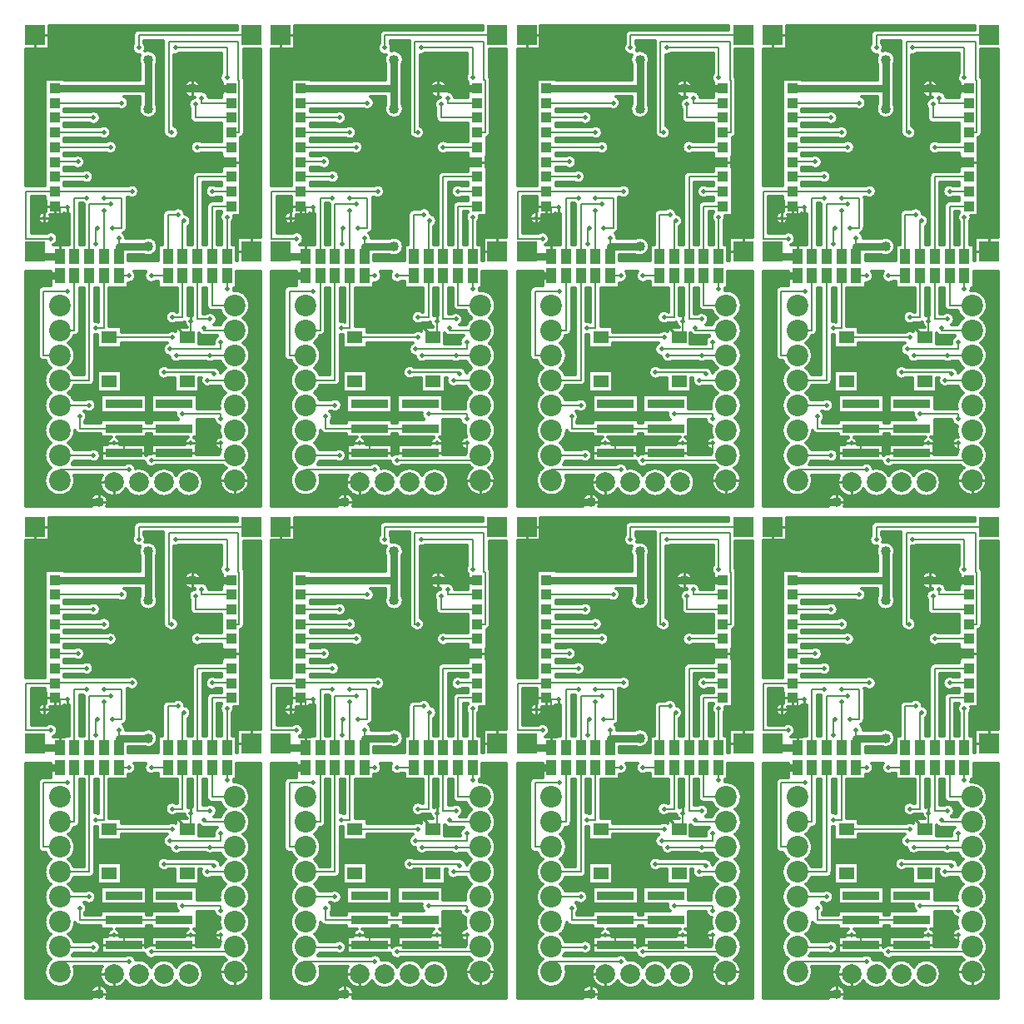
<source format=gbr>
G04 EasyPC Gerber Version 20.0.2 Build 4112 *
%FSLAX35Y35*%
%MOIN*%
%ADD78R,0.07874X0.07874*%
%ADD75C,0.00787*%
%ADD11C,0.01000*%
%ADD10C,0.01200*%
%ADD21C,0.01969*%
%ADD83C,0.03150*%
%ADD84C,0.03937*%
%ADD20C,0.04000*%
%ADD13C,0.07874*%
%ADD81R,0.14764X0.03543*%
%ADD77R,0.04134X0.03937*%
%ADD82R,0.06102X0.05118*%
%ADD79R,0.03937X0.05906*%
%ADD80C,0.08661*%
X0Y0D02*
D02*
D10*
X23556Y126427D02*
X18077D01*
X18171Y126211*
X18245Y125987*
X18298Y125758*
X18330Y125524*
X18341Y125289*
X18326Y125010*
X18281Y124734*
X18206Y124464*
X18102Y124204*
X17971Y123957*
X17814Y123726*
X17633Y123512*
X17430Y123320*
X17207Y123150*
X16967Y123006*
X16713Y122889*
X16448Y122800*
X16175Y122739*
X15897Y122709*
X15617*
X15339Y122739*
X15066Y122800*
X14801Y122889*
X14547Y123006*
X14307Y123150*
X14085Y123320*
X13881Y123512*
X13700Y123725*
X13543Y123956*
X13412Y124204*
X13309Y124463*
X13234Y124733*
X13189Y125009*
X13172Y125289*
X13188Y125572*
X13234Y125851*
X13311Y126124*
X13417Y126386*
X13550Y126635*
X13711Y126869*
X13896Y127083*
X14103Y127276*
X14330Y127444*
X14574Y127587*
X14832Y127703*
X15102Y127789*
X15379Y127846*
X15661Y127872*
X15944Y127867*
X16225Y127831*
Y132152*
X16044*
Y133725*
X10451*
Y119196*
X16608*
X16849Y119366*
X17106Y119508*
X17378Y119623*
X17659Y119708*
X17949Y119763*
X18242Y119786*
X18536Y119778*
X18828Y119739*
X19114Y119670*
X19391Y119570*
X19655Y119441*
X19905Y119285*
X20136Y119103*
X20347Y118898*
X20535Y118671*
X20698Y118426*
X20833Y118165*
X20941Y117891*
X21018Y117607*
X21065Y117317*
X21081Y117022*
X21066Y116731*
X21020Y116443*
X20944Y116161*
X20839Y115890*
X20706Y115630*
X20546Y115387*
X20361Y115161*
X20154Y114956*
X19926Y114774*
X19681Y114617*
X19420Y114486*
X24017*
Y114667*
X25590*
Y126959*
X25336Y126893*
X25076Y126852*
X24814Y126839*
X24552Y126852*
X24293Y126892*
X24038Y126957*
X23792Y127049*
X23556Y127165*
Y126427*
X20714Y115645D02*
X25590D01*
X21075Y116843D02*
X25590D01*
X20886Y118041D02*
X25590D01*
X10451Y119239D02*
X16663D01*
X19968D02*
X25590D01*
X10451Y120437D02*
X25590D01*
X10451Y121635D02*
X25590D01*
X10451Y122833D02*
X14954D01*
X16560D02*
X25590D01*
X10451Y124031D02*
X13500D01*
X18014D02*
X25590D01*
X10451Y125229D02*
X13172D01*
X18341D02*
X25590D01*
X10451Y126427D02*
X13437D01*
X23556D02*
X25590D01*
X10451Y127625D02*
X14651D01*
X10451Y128823D02*
X16225D01*
X10451Y130021D02*
X16225D01*
X10451Y131219D02*
X16225D01*
X10451Y132417D02*
X16044D01*
X10451Y133615D02*
X16044D01*
X23556Y323278D02*
X18077D01*
X18171Y323061*
X18245Y322838*
X18298Y322608*
X18330Y322375*
X18341Y322140*
X18326Y321860*
X18281Y321584*
X18206Y321315*
X18102Y321055*
X17971Y320807*
X17814Y320576*
X17633Y320363*
X17430Y320170*
X17207Y320001*
X16967Y319857*
X16713Y319739*
X16448Y319650*
X16175Y319590*
X15897Y319559*
X15617*
X15339Y319590*
X15066Y319650*
X14801Y319739*
X14547Y319857*
X14307Y320001*
X14085Y320170*
X13881Y320362*
X13700Y320575*
X13543Y320807*
X13412Y321054*
X13309Y321314*
X13234Y321583*
X13189Y321859*
X13172Y322140*
X13188Y322422*
X13234Y322702*
X13311Y322974*
X13417Y323237*
X13550Y323486*
X13711Y323719*
X13896Y323933*
X14103Y324126*
X14330Y324295*
X14574Y324438*
X14832Y324553*
X15102Y324640*
X15379Y324696*
X15661Y324722*
X15944Y324717*
X16225Y324681*
Y329002*
X16044*
Y330575*
X10451*
Y316047*
X16608*
X16849Y316216*
X17106Y316359*
X17378Y316473*
X17659Y316558*
X17949Y316613*
X18242Y316637*
X18536Y316629*
X18828Y316590*
X19114Y316520*
X19391Y316420*
X19655Y316291*
X19905Y316135*
X20136Y315954*
X20347Y315748*
X20535Y315522*
X20698Y315276*
X20833Y315015*
X20941Y314741*
X21018Y314457*
X21065Y314167*
X21081Y313872*
X21066Y313581*
X21020Y313293*
X20944Y313012*
X20839Y312740*
X20706Y312481*
X20546Y312237*
X20361Y312011*
X20154Y311806*
X19926Y311624*
X19681Y311467*
X19420Y311337*
X24017*
Y311518*
X25590*
Y323809*
X25336Y323743*
X25076Y323703*
X24814Y323689*
X24552Y323702*
X24293Y323742*
X24038Y323808*
X23792Y323899*
X23556Y324015*
Y323278*
X20714Y312495D02*
X25590D01*
X21075Y313693D02*
X25590D01*
X20886Y314891D02*
X25590D01*
X10451Y316089D02*
X16663D01*
X19968D02*
X25590D01*
X10451Y317287D02*
X25590D01*
X10451Y318485D02*
X25590D01*
X10451Y319683D02*
X14954D01*
X16560D02*
X25590D01*
X10451Y320881D02*
X13500D01*
X18014D02*
X25590D01*
X10451Y322080D02*
X13172D01*
X18341D02*
X25590D01*
X10451Y323278D02*
X13437D01*
X23556D02*
X25590D01*
X10451Y324476D02*
X14651D01*
X10451Y325674D02*
X16225D01*
X10451Y326872D02*
X16225D01*
X10451Y328070D02*
X16225D01*
X10451Y329268D02*
X16044D01*
X10451Y330466D02*
X16044D01*
X25374Y75250D02*
X25720Y74988D01*
X26046Y74702*
X26351Y74394*
X26634Y74065*
X26893Y73717*
X27126Y73351*
X27332Y72970*
X27511Y72575*
X27662Y72169*
X27783Y71752*
X27875Y71328*
X27937Y70899*
X27967Y70467*
Y70033*
X27937Y69600*
X27875Y69171*
X27783Y68747*
X27662Y68331*
X27511Y67924*
X27332Y67530*
X27125Y67148*
X26892Y66783*
X26633Y66435*
X26351Y66106*
X26046Y65798*
X25719Y65512*
X25374Y65250*
X25696Y65007*
X26002Y64744*
X26289Y64461*
X26557Y64159*
X26805Y63841*
X27031Y63506*
X27234Y63158*
X27415Y62797*
X27571Y62425*
X31495*
Y97329*
X29939*
Y80250*
X29926Y80007*
X29885Y79766*
X29817Y79532*
X29724Y79307*
X29606Y79093*
X29465Y78894*
X29302Y78713*
X29120Y78550*
X28922Y78409*
X28708Y78291*
X28483Y78198*
X28249Y78130*
X28008Y78089*
X27765Y78075*
X27571*
X27415Y77703*
X27235Y77342*
X27031Y76994*
X26805Y76659*
X26557Y76341*
X26289Y76039*
X26002Y75756*
X25696Y75493*
X25374Y75250*
X27173Y63270D02*
X31495D01*
X26282Y64468D02*
X31495D01*
X25901Y65666D02*
X31495D01*
X26947Y66864D02*
X31495D01*
X27566Y68062D02*
X31495D01*
X27890Y69260D02*
X31495D01*
X27967Y70458D02*
X31495D01*
X27807Y71656D02*
X31495D01*
X27389Y72854D02*
X31495D01*
X26644Y74052D02*
X31495D01*
X25374Y75250D02*
X31495D01*
X26644Y76448D02*
X31495D01*
X27389Y77646D02*
X31495D01*
X29424Y78844D02*
X31495D01*
X29930Y80042D02*
X31495D01*
X29939Y81240D02*
X31495D01*
X29939Y82438D02*
X31495D01*
X29939Y83636D02*
X31495D01*
X29939Y84834D02*
X31495D01*
X29939Y86032D02*
X31495D01*
X29939Y87230D02*
X31495D01*
X29939Y88428D02*
X31495D01*
X29939Y89626D02*
X31495D01*
X29939Y90824D02*
X31495D01*
X29939Y92022D02*
X31495D01*
X29939Y93220D02*
X31495D01*
X29939Y94419D02*
X31495D01*
X29939Y95617D02*
X31495D01*
X29939Y96815D02*
X31495D01*
X25374Y272100D02*
X25720Y271839D01*
X26046Y271553*
X26351Y271244*
X26634Y270915*
X26893Y270567*
X27126Y270202*
X27332Y269820*
X27511Y269426*
X27662Y269019*
X27783Y268603*
X27875Y268179*
X27937Y267750*
X27967Y267317*
Y266883*
X27937Y266451*
X27875Y266022*
X27783Y265598*
X27662Y265181*
X27511Y264775*
X27332Y264380*
X27125Y263999*
X26892Y263633*
X26633Y263285*
X26351Y262956*
X26046Y262648*
X25719Y262363*
X25374Y262100*
X25696Y261857*
X26002Y261594*
X26289Y261311*
X26557Y261009*
X26805Y260691*
X27031Y260357*
X27234Y260008*
X27415Y259647*
X27571Y259275*
X31495*
Y294179*
X29939*
Y277100*
X29926Y276857*
X29885Y276617*
X29817Y276382*
X29724Y276157*
X29606Y275944*
X29465Y275745*
X29302Y275563*
X29120Y275400*
X28922Y275259*
X28708Y275141*
X28483Y275048*
X28249Y274980*
X28008Y274939*
X27765Y274926*
X27571*
X27415Y274554*
X27235Y274193*
X27031Y273844*
X26805Y273510*
X26557Y273191*
X26289Y272890*
X26002Y272607*
X25696Y272343*
X25374Y272100*
X27173Y260120D02*
X31495D01*
X26282Y261318D02*
X31495D01*
X25901Y262516D02*
X31495D01*
X26947Y263714D02*
X31495D01*
X27566Y264912D02*
X31495D01*
X27890Y266110D02*
X31495D01*
X27967Y267308D02*
X31495D01*
X27807Y268506D02*
X31495D01*
X27389Y269704D02*
X31495D01*
X26644Y270902D02*
X31495D01*
X25374Y272100D02*
X31495D01*
X26644Y273298D02*
X31495D01*
X27389Y274496D02*
X31495D01*
X29424Y275694D02*
X31495D01*
X29930Y276893D02*
X31495D01*
X29939Y278091D02*
X31495D01*
X29939Y279289D02*
X31495D01*
X29939Y280487D02*
X31495D01*
X29939Y281685D02*
X31495D01*
X29939Y282883D02*
X31495D01*
X29939Y284081D02*
X31495D01*
X29939Y285279D02*
X31495D01*
X29939Y286477D02*
X31495D01*
X29939Y287675D02*
X31495D01*
X29939Y288873D02*
X31495D01*
X29939Y290071D02*
X31495D01*
X29939Y291269D02*
X31495D01*
X29939Y292467D02*
X31495D01*
X29939Y293665D02*
X31495D01*
X27571Y58075D02*
X27415Y57703D01*
X27235Y57342*
X27031Y56994*
X26805Y56659*
X26557Y56341*
X26289Y56039*
X26002Y55756*
X25696Y55493*
X25374Y55250*
X25715Y54992*
X26037Y54711*
X26339Y54408*
X26618Y54085*
X26874Y53743*
X27106Y53384*
X27313Y53009*
X27492Y52622*
X32184*
X32429Y52761*
X32687Y52874*
X32954Y52961*
X33230Y53020*
X33509Y53050*
X33791Y53052*
X34071Y53026*
X34347Y52970*
X34616Y52888*
X34875Y52778*
X35122Y52643*
X35354Y52483*
X35568Y52301*
X35762Y52098*
X35935Y51876*
X36085Y51637*
X36209Y51385*
X36307Y51121*
X36378Y50848*
X36421Y50570*
X36435Y50289*
X36421Y50008*
X36378Y49730*
X36307Y49458*
X36209Y49194*
X36085Y48942*
X35935Y48703*
X35763Y48481*
X35568Y48278*
X35354Y48095*
X35122Y47935*
X34875Y47800*
X34616Y47691*
X34347Y47608*
X34071Y47553*
X33791Y47526*
X33509Y47528*
X33230Y47559*
X32954Y47618*
X32687Y47704*
X32429Y47818*
X32184Y47957*
X31611*
X31833Y47768*
X32034Y47556*
X32211Y47325*
X32363Y47076*
X32488Y46813*
X32585Y46537*
X32652Y46254*
X32688Y45964*
X32694Y45672*
X32669Y45382*
X32614Y45096*
X32529Y44817*
X32415Y44548*
X32273Y44293*
X32105Y44054*
Y43212*
X38288*
Y44589*
X56611*
Y43212*
X58564*
Y44589*
X69342*
X69134Y44773*
X68945Y44978*
X68778Y45200*
X68635Y45439*
X68516Y45690*
X68422Y45952*
X68356Y46222*
X68317Y46498*
X68306Y46776*
X68323Y47054*
X68369Y47329*
X58564*
Y54431*
X76887*
Y48921*
X85894*
X85816Y49337*
X85767Y49757*
X85748Y50179*
X85757Y50602*
X85796Y51023*
X85865Y51441*
X85961Y51853*
X86086Y52257*
X86239Y52652*
X86419Y53035*
X86624Y53404*
X86855Y53759*
X87109Y54097*
X87387Y54416*
X87686Y54715*
X88005Y54993*
X88344Y55250*
X88029Y55487*
X87730Y55744*
X87448Y56019*
X87185Y56312*
X86941Y56622*
X86717Y56946*
X86515Y57284*
X86335Y57635*
X86178Y57996*
X82597*
X82346Y57855*
X82083Y57740*
X81808Y57653*
X81526Y57595*
X81240Y57567*
X80952Y57568*
X80667Y57600*
X80385Y57661*
X80112Y57750*
X79850Y57868*
X79601Y58013*
X79368Y58182*
X79154Y58374*
X78962Y58588*
X78793Y58821*
X78648Y59070*
X78531Y59333*
X78442Y59606*
X78381Y59887*
X78350Y60174*
X78349Y60461*
X78378Y60748*
X78436Y61030*
X78523Y61304*
X77772*
Y55400*
X68111*
Y61304*
X65299*
X65058Y61134*
X64801Y60992*
X64530Y60877*
X64248Y60792*
X63958Y60737*
X63665Y60714*
X63371Y60722*
X63079Y60761*
X62793Y60830*
X62517Y60930*
X62252Y61059*
X62002Y61215*
X61771Y61397*
X61560Y61602*
X61372Y61829*
X61209Y62074*
X61074Y62335*
X60967Y62609*
X60889Y62893*
X60842Y63183*
X60826Y63478*
X60842Y63772*
X60889Y64063*
X60966Y64347*
X61073Y64621*
X61209Y64882*
X61372Y65127*
X61559Y65354*
X61770Y65559*
X62002Y65741*
X62252Y65898*
X62516Y66026*
X62793Y66126*
X63079Y66196*
X63370Y66235*
X63665Y66243*
X63958Y66219*
X64247Y66165*
X64529Y66080*
X64800Y65965*
X65058Y65823*
X65299Y65653*
X83623*
X83904Y65644*
X84183Y65606*
X84456Y65539*
X84722Y65446*
X84976Y65326*
X85217Y65180*
X85442Y65011*
X85648Y64820*
X85834Y64609*
X85998Y64381*
X86137Y64137*
X86252Y63880*
X86339Y63612*
X86399Y63337*
X86431Y63058*
X86636Y63424*
X86866Y63775*
X87120Y64109*
X87396Y64425*
X87693Y64722*
X88009Y64997*
X88344Y65250*
X88007Y65504*
X87689Y65781*
X87391Y66080*
X87114Y66398*
X86859Y66735*
X86629Y67088*
X86423Y67457*
X86243Y67839*
X83581*
X83334Y67699*
X83074Y67585*
X82803Y67498*
X82525Y67439*
X82243Y67410*
X81959Y67409*
X81676Y67438*
X81398Y67495*
X81127Y67581*
X80867Y67694*
X80619Y67833*
X80387Y67996*
X70220*
X69988Y67832*
X69739Y67693*
X69478Y67580*
X69206Y67494*
X68927Y67437*
X68644Y67409*
X68359Y67411*
X68076Y67441*
X67797Y67500*
X67526Y67588*
X67266Y67704*
X67019Y67845*
X66787Y68011*
X66574Y68200*
X66381Y68410*
X66211Y68639*
X66066Y68883*
X65946Y69142*
X65854Y69411*
X65790Y69689*
X65754Y69972*
X65472Y70007*
X65196Y70071*
X64927Y70163*
X64669Y70281*
X64424Y70426*
X64196Y70595*
X63986Y70786*
X63797Y70998*
X63631Y71229*
X63489Y71475*
X63374Y71734*
X63285Y72004*
X63225Y72281*
X63193Y72564*
X63191Y72848*
X63218Y73130*
X63273Y73409*
X63357Y73680*
X63468Y73941*
X63606Y74190*
X63768Y74423*
X63953Y74638*
X64159Y74833*
X64384Y75006*
X64626Y75155*
X64883Y75280*
X46473*
Y73116*
X36812*
Y78492*
X36572Y78451*
X36330Y78431*
X36087Y78433*
X35845Y78456*
Y60250*
X35831Y60007*
X35790Y59766*
X35723Y59532*
X35630Y59307*
X35511Y59093*
X35370Y58894*
X35208Y58713*
X35026Y58550*
X34827Y58409*
X34614Y58291*
X34389Y58198*
X34154Y58130*
X33914Y58089*
X33670Y58075*
X27571*
X36812Y64077D02*
X46473D01*
Y55400*
X36812*
Y64077*
X38288Y54431D02*
X56611D01*
Y47329*
X38288*
Y54431*
X32105Y43699D02*
X38288D01*
X56611D02*
X58564D01*
X32557Y44897D02*
X69016D01*
X32675Y46095D02*
X68384D01*
X32233Y47293D02*
X68361D01*
X35771Y48491D02*
X38288D01*
X56611D02*
X58564D01*
X36369Y49689D02*
X38288D01*
X56611D02*
X58564D01*
X76887D02*
X85773D01*
X36370Y50887D02*
X38288D01*
X56611D02*
X58564D01*
X76887D02*
X85781D01*
X35773Y52085D02*
X38288D01*
X56611D02*
X58564D01*
X76887D02*
X86029D01*
X27165Y53283D02*
X38288D01*
X56611D02*
X58564D01*
X76887D02*
X86553D01*
X26270Y54481D02*
X87448D01*
X25917Y55679D02*
X36812D01*
X46473D02*
X68111D01*
X77772D02*
X87802D01*
X26956Y56877D02*
X36812D01*
X46473D02*
X68111D01*
X77772D02*
X86762D01*
X33670Y58075D02*
X36812D01*
X46473D02*
X68111D01*
X77772D02*
X79508D01*
X35613Y59273D02*
X36812D01*
X46473D02*
X68111D01*
X77772D02*
X78555D01*
X35845Y60471D02*
X36812D01*
X46473D02*
X68111D01*
X77772D02*
X78349D01*
X35845Y61669D02*
X36812D01*
X46473D02*
X61500D01*
X35845Y62867D02*
X36812D01*
X46473D02*
X60894D01*
X35845Y64065D02*
X36812D01*
X46473D02*
X60889D01*
X86173D02*
X87085D01*
X35845Y65263D02*
X61480D01*
X85087D02*
X88325D01*
X35845Y66461D02*
X87063D01*
X35845Y67659D02*
X67356D01*
X69669D02*
X80939D01*
X83252D02*
X86323D01*
X35845Y68857D02*
X66079D01*
X35845Y70056D02*
X65251D01*
X35845Y71254D02*
X63615D01*
X35845Y72452D02*
X63202D01*
X35845Y73650D02*
X36812D01*
X46473D02*
X63345D01*
X35845Y74848D02*
X36812D01*
X46473D02*
X64175D01*
X35845Y76046D02*
X36812D01*
X35845Y77244D02*
X36812D01*
X35845Y78442D02*
X35969D01*
X36488D02*
X36812D01*
X27571Y254926D02*
X27415Y254554D01*
X27235Y254193*
X27031Y253844*
X26805Y253510*
X26557Y253191*
X26289Y252890*
X26002Y252607*
X25696Y252343*
X25374Y252100*
X25715Y251843*
X26037Y251561*
X26339Y251259*
X26618Y250935*
X26874Y250593*
X27106Y250234*
X27313Y249860*
X27492Y249472*
X32184*
X32429Y249611*
X32687Y249724*
X32954Y249811*
X33230Y249870*
X33509Y249901*
X33791Y249903*
X34071Y249876*
X34347Y249821*
X34616Y249738*
X34875Y249629*
X35122Y249493*
X35354Y249333*
X35568Y249151*
X35762Y248948*
X35935Y248726*
X36085Y248487*
X36209Y248235*
X36307Y247971*
X36378Y247699*
X36421Y247421*
X36435Y247140*
X36421Y246859*
X36378Y246581*
X36307Y246308*
X36209Y246044*
X36085Y245792*
X35935Y245554*
X35763Y245331*
X35568Y245128*
X35354Y244946*
X35122Y244786*
X34875Y244650*
X34616Y244541*
X34347Y244458*
X34071Y244403*
X33791Y244376*
X33509Y244378*
X33230Y244409*
X32954Y244468*
X32687Y244555*
X32429Y244668*
X32184Y244807*
X31611*
X31833Y244618*
X32034Y244407*
X32211Y244175*
X32363Y243926*
X32488Y243663*
X32585Y243388*
X32652Y243104*
X32688Y242815*
X32694Y242523*
X32669Y242232*
X32614Y241946*
X32529Y241667*
X32415Y241398*
X32273Y241143*
X32105Y240904*
Y240063*
X38288*
Y241439*
X56611*
Y240063*
X58564*
Y241439*
X69342*
X69134Y241624*
X68945Y241828*
X68778Y242051*
X68635Y242289*
X68516Y242541*
X68422Y242803*
X68356Y243073*
X68317Y243348*
X68306Y243626*
X68323Y243904*
X68369Y244179*
X58564*
Y251281*
X76887*
Y245771*
X85894*
X85816Y246187*
X85767Y246607*
X85748Y247030*
X85757Y247452*
X85796Y247874*
X85865Y248291*
X85961Y248703*
X86086Y249107*
X86239Y249502*
X86419Y249885*
X86624Y250255*
X86855Y250609*
X87109Y250947*
X87387Y251267*
X87686Y251566*
X88005Y251844*
X88344Y252100*
X88029Y252337*
X87730Y252594*
X87448Y252870*
X87185Y253163*
X86941Y253472*
X86717Y253796*
X86515Y254135*
X86335Y254485*
X86178Y254847*
X82597*
X82346Y254705*
X82083Y254590*
X81808Y254503*
X81526Y254445*
X81240Y254417*
X80952Y254419*
X80667Y254450*
X80385Y254511*
X80112Y254601*
X79850Y254719*
X79601Y254863*
X79368Y255032*
X79154Y255225*
X78962Y255439*
X78793Y255671*
X78648Y255920*
X78531Y256183*
X78442Y256457*
X78381Y256738*
X78350Y257024*
X78349Y257312*
X78378Y257598*
X78436Y257880*
X78523Y258154*
X77772*
Y252250*
X68111*
Y258154*
X65299*
X65058Y257985*
X64801Y257842*
X64530Y257728*
X64248Y257643*
X63958Y257588*
X63665Y257564*
X63371Y257572*
X63079Y257611*
X62793Y257681*
X62517Y257781*
X62252Y257909*
X62002Y258065*
X61771Y258247*
X61560Y258452*
X61372Y258679*
X61209Y258924*
X61074Y259185*
X60967Y259459*
X60889Y259743*
X60842Y260034*
X60826Y260329*
X60842Y260623*
X60889Y260913*
X60966Y261197*
X61073Y261471*
X61209Y261732*
X61372Y261978*
X61559Y262204*
X61770Y262410*
X62002Y262592*
X62252Y262748*
X62516Y262877*
X62793Y262977*
X63079Y263046*
X63370Y263085*
X63665Y263093*
X63958Y263070*
X64247Y263015*
X64529Y262930*
X64800Y262816*
X65058Y262673*
X65299Y262504*
X83623*
X83904Y262494*
X84183Y262456*
X84456Y262390*
X84722Y262296*
X84976Y262176*
X85217Y262031*
X85442Y261862*
X85648Y261671*
X85834Y261460*
X85998Y261231*
X86137Y260987*
X86252Y260730*
X86339Y260463*
X86399Y260188*
X86431Y259909*
X86636Y260274*
X86866Y260625*
X87120Y260959*
X87396Y261276*
X87693Y261572*
X88009Y261847*
X88344Y262100*
X88007Y262355*
X87689Y262632*
X87391Y262930*
X87114Y263248*
X86859Y263585*
X86629Y263939*
X86423Y264307*
X86243Y264689*
X83581*
X83334Y264549*
X83074Y264435*
X82803Y264348*
X82525Y264290*
X82243Y264260*
X81959Y264260*
X81676Y264288*
X81398Y264346*
X81127Y264431*
X80867Y264544*
X80619Y264683*
X80387Y264847*
X70220*
X69988Y264683*
X69739Y264543*
X69478Y264430*
X69206Y264345*
X68927Y264288*
X68644Y264260*
X68359Y264261*
X68076Y264291*
X67797Y264351*
X67526Y264439*
X67266Y264554*
X67019Y264695*
X66787Y264861*
X66574Y265050*
X66381Y265260*
X66211Y265489*
X66066Y265734*
X65946Y265993*
X65854Y266262*
X65790Y266539*
X65754Y266822*
X65472Y266857*
X65196Y266921*
X64927Y267013*
X64669Y267132*
X64424Y267276*
X64196Y267445*
X63986Y267637*
X63797Y267849*
X63631Y268079*
X63489Y268325*
X63374Y268585*
X63285Y268854*
X63225Y269132*
X63193Y269414*
X63191Y269698*
X63218Y269981*
X63273Y270259*
X63357Y270530*
X63468Y270792*
X63606Y271040*
X63768Y271273*
X63953Y271489*
X64159Y271684*
X64384Y271857*
X64626Y272006*
X64883Y272130*
X46473*
Y269967*
X36812*
Y275342*
X36572Y275301*
X36330Y275281*
X36087Y275283*
X35845Y275307*
Y257100*
X35831Y256857*
X35790Y256617*
X35723Y256382*
X35630Y256157*
X35511Y255944*
X35370Y255745*
X35208Y255563*
X35026Y255400*
X34827Y255259*
X34614Y255141*
X34389Y255048*
X34154Y254980*
X33914Y254939*
X33670Y254926*
X27571*
X36812Y260927D02*
X46473D01*
Y252250*
X36812*
Y260927*
X38288Y251281D02*
X56611D01*
Y244179*
X38288*
Y251281*
X32105Y240549D02*
X38288D01*
X56611D02*
X58564D01*
X32557Y241747D02*
X69016D01*
X32675Y242945D02*
X68384D01*
X32233Y244143D02*
X68361D01*
X35771Y245341D02*
X38288D01*
X56611D02*
X58564D01*
X36369Y246539D02*
X38288D01*
X56611D02*
X58564D01*
X76887D02*
X85773D01*
X36370Y247737D02*
X38288D01*
X56611D02*
X58564D01*
X76887D02*
X85781D01*
X35773Y248935D02*
X38288D01*
X56611D02*
X58564D01*
X76887D02*
X86029D01*
X27165Y250133D02*
X38288D01*
X56611D02*
X58564D01*
X76887D02*
X86553D01*
X26270Y251331D02*
X87448D01*
X25917Y252530D02*
X36812D01*
X46473D02*
X68111D01*
X77772D02*
X87802D01*
X26956Y253728D02*
X36812D01*
X46473D02*
X68111D01*
X77772D02*
X86762D01*
X33670Y254926D02*
X36812D01*
X46473D02*
X68111D01*
X77772D02*
X79508D01*
X35613Y256124D02*
X36812D01*
X46473D02*
X68111D01*
X77772D02*
X78555D01*
X35845Y257322D02*
X36812D01*
X46473D02*
X68111D01*
X77772D02*
X78349D01*
X35845Y258520D02*
X36812D01*
X46473D02*
X61500D01*
X35845Y259718D02*
X36812D01*
X46473D02*
X60894D01*
X35845Y260916D02*
X36812D01*
X46473D02*
X60889D01*
X86173D02*
X87085D01*
X35845Y262114D02*
X61480D01*
X85087D02*
X88325D01*
X35845Y263312D02*
X87063D01*
X35845Y264510D02*
X67356D01*
X69669D02*
X80939D01*
X83252D02*
X86323D01*
X35845Y265708D02*
X66079D01*
X35845Y266906D02*
X65251D01*
X35845Y268104D02*
X63615D01*
X35845Y269302D02*
X63202D01*
X35845Y270500D02*
X36812D01*
X46473D02*
X63345D01*
X35845Y271698D02*
X36812D01*
X46473D02*
X64175D01*
X35845Y272896D02*
X36812D01*
X35845Y274094D02*
X36812D01*
X35845Y275292D02*
X35969D01*
X36488D02*
X36812D01*
X29939Y131185D02*
Y114667D01*
X31495*
Y130801*
X31496Y130864*
X31316Y130958*
X31143Y131066*
X30978Y131185*
X29939*
Y115611D02*
X31495D01*
X29939Y116809D02*
X31495D01*
X29939Y118007D02*
X31495D01*
X29939Y119205D02*
X31495D01*
X29939Y120403D02*
X31495D01*
X29939Y121601D02*
X31495D01*
X29939Y122799D02*
X31495D01*
X29939Y123997D02*
X31495D01*
X29939Y125195D02*
X31495D01*
X29939Y126393D02*
X31495D01*
X29939Y127591D02*
X31495D01*
X29939Y128789D02*
X31495D01*
X29939Y129987D02*
X31495D01*
X29939Y328036D02*
Y311518D01*
X31495*
Y327652*
X31496Y327714*
X31316Y327809*
X31143Y327916*
X30978Y328036*
X29939*
Y312461D02*
X31495D01*
X29939Y313659D02*
X31495D01*
X29939Y314857D02*
X31495D01*
X29939Y316056D02*
X31495D01*
X29939Y317254D02*
X31495D01*
X29939Y318452D02*
X31495D01*
X29939Y319650D02*
X31495D01*
X29939Y320848D02*
X31495D01*
X29939Y322046D02*
X31495D01*
X29939Y323244D02*
X31495D01*
X29939Y324442D02*
X31495D01*
X29939Y325640D02*
X31495D01*
X29939Y326838D02*
X31495D01*
X35845Y97329D02*
Y83933D01*
X36109Y83957*
X36375Y83956*
X36640Y83930*
X36900Y83878*
X37155Y83801*
X37401Y83700*
Y97329*
X35845*
Y84150D02*
X37401D01*
X35845Y85348D02*
X37401D01*
X35845Y86546D02*
X37401D01*
X35845Y87744D02*
X37401D01*
X35845Y88943D02*
X37401D01*
X35845Y90141D02*
X37401D01*
X35845Y91339D02*
X37401D01*
X35845Y92537D02*
X37401D01*
X35845Y93735D02*
X37401D01*
X35845Y94933D02*
X37401D01*
X35845Y96131D02*
X37401D01*
X35845Y294179D02*
Y280784D01*
X36109Y280808*
X36375Y280807*
X36640Y280780*
X36900Y280728*
X37155Y280651*
X37401Y280550*
Y294179*
X35845*
Y281001D02*
X37401D01*
X35845Y282199D02*
X37401D01*
X35845Y283397D02*
X37401D01*
X35845Y284595D02*
X37401D01*
X35845Y285793D02*
X37401D01*
X35845Y286991D02*
X37401D01*
X35845Y288189D02*
X37401D01*
X35845Y289387D02*
X37401D01*
X35845Y290585D02*
X37401D01*
X35845Y291783D02*
X37401D01*
X35845Y292981D02*
X37401D01*
X56322Y103798D02*
X51767D01*
X51935Y103565*
X52079Y103317*
X52196Y103054*
X52285Y102781*
X52345Y102501*
X52376Y102215*
X52377Y101928*
X52348Y101643*
X52290Y101361*
X52203Y101088*
X52088Y100825*
X51946Y100575*
X51780Y100341*
X51589Y100126*
X51378Y99931*
X51148Y99760*
X50901Y99614*
X50640Y99494*
X50369Y99401*
X50089Y99337*
X49804Y99303*
X49517Y99298*
X49229Y99323*
Y97329*
X41750*
Y81793*
X46473*
Y79630*
X65230*
X65451Y79786*
X65687Y79920*
X65934Y80031*
X66191Y80117*
X66456Y80177*
X66725Y80211*
X66996Y80219*
X67267Y80200*
X67534Y80155*
X67796Y80083*
X68049Y79987*
X68292Y79866*
Y81612*
X72972*
X72746Y81783*
X72541Y81978*
X72358Y82193*
X72200Y82428*
X72068Y82678*
X71965Y82942*
X71891Y83215*
X71847Y83494*
X71659Y83431*
X71466Y83387*
X71270Y83359*
X71072Y83351*
X68646*
X68405Y83181*
X68147Y83039*
X67876Y82924*
X67594Y82839*
X67305Y82785*
X67011Y82761*
X66717Y82769*
X66426Y82808*
X66140Y82878*
X65863Y82978*
X65598Y83106*
X65349Y83262*
X65117Y83444*
X64906Y83649*
X64719Y83876*
X64556Y84121*
X64420Y84382*
X64313Y84656*
X64235Y84940*
X64189Y85231*
X64172Y85526*
X64188Y85820*
X64235Y86110*
X64313Y86394*
X64420Y86668*
X64556Y86929*
X64718Y87174*
X64906Y87401*
X65117Y87607*
X65348Y87789*
X65598Y87945*
X65863Y88074*
X66139Y88174*
X66425Y88243*
X66717Y88282*
X67011Y88290*
X67304Y88267*
X67594Y88212*
X67876Y88127*
X68147Y88013*
X68404Y87870*
X68646Y87700*
X68897*
Y97329*
X61418*
Y99886*
X60181*
X59946Y99720*
X59694Y99580*
X59430Y99467*
X59155Y99381*
X58873Y99325*
X58586Y99298*
X58298Y99301*
X58013Y99334*
X57732Y99397*
X57459Y99488*
X57197Y99607*
X56949Y99754*
X56718Y99924*
X56505Y100119*
X56314Y100333*
X56146Y100567*
X56004Y100817*
X55888Y101081*
X55800Y101355*
X55741Y101636*
X55712Y101922*
X55713Y102210*
X55743Y102496*
X55803Y102778*
X55892Y103052*
X56009Y103315*
X56153Y103564*
X56322Y103798*
X46473Y79837D02*
X65534D01*
X46473Y81035D02*
X68292D01*
X41750Y82233D02*
X72328D01*
X41750Y83431D02*
X65132D01*
X71659D02*
X71854D01*
X41750Y84630D02*
X64322D01*
X41750Y85828D02*
X64189D01*
X41750Y87026D02*
X64615D01*
X41750Y88224D02*
X66331D01*
X67544D02*
X68897D01*
X41750Y89422D02*
X68897D01*
X41750Y90620D02*
X68897D01*
X41750Y91818D02*
X68897D01*
X41750Y93016D02*
X68897D01*
X41750Y94214D02*
X68897D01*
X41750Y95412D02*
X68897D01*
X41750Y96610D02*
X68897D01*
X49229Y97808D02*
X61418D01*
X49229Y99006D02*
X61418D01*
X51664Y100204D02*
X56424D01*
X52300Y101402D02*
X55788D01*
X52327Y102600D02*
X55761D01*
X56322Y300648D02*
X51767D01*
X51935Y300416*
X52079Y300167*
X52196Y299905*
X52285Y299632*
X52345Y299351*
X52376Y299066*
X52377Y298779*
X52348Y298493*
X52290Y298212*
X52203Y297938*
X52088Y297675*
X51946Y297426*
X51780Y297192*
X51589Y296976*
X51378Y296782*
X51148Y296611*
X50901Y296464*
X50640Y296344*
X50369Y296252*
X50089Y296188*
X49804Y296154*
X49517Y296149*
X49229Y296173*
Y294179*
X41750*
Y278644*
X46473*
Y276480*
X65230*
X65451Y276637*
X65687Y276771*
X65934Y276881*
X66191Y276967*
X66456Y277028*
X66725Y277062*
X66996Y277069*
X67267Y277050*
X67534Y277005*
X67796Y276934*
X68049Y276837*
X68292Y276716*
Y278463*
X72972*
X72746Y278633*
X72541Y278828*
X72358Y279044*
X72200Y279278*
X72068Y279529*
X71965Y279792*
X71891Y280065*
X71847Y280344*
X71659Y280282*
X71466Y280237*
X71270Y280210*
X71072Y280201*
X68646*
X68405Y280032*
X68147Y279889*
X67876Y279775*
X67594Y279690*
X67305Y279635*
X67011Y279611*
X66717Y279619*
X66426Y279658*
X66140Y279728*
X65863Y279828*
X65598Y279957*
X65349Y280113*
X65117Y280294*
X64906Y280500*
X64719Y280726*
X64556Y280972*
X64420Y281233*
X64313Y281507*
X64235Y281791*
X64189Y282081*
X64172Y282376*
X64188Y282670*
X64235Y282961*
X64313Y283244*
X64420Y283519*
X64556Y283780*
X64718Y284025*
X64906Y284252*
X65117Y284457*
X65348Y284639*
X65598Y284795*
X65863Y284924*
X66139Y285024*
X66425Y285094*
X66717Y285133*
X67011Y285141*
X67304Y285117*
X67594Y285063*
X67876Y284978*
X68147Y284863*
X68404Y284720*
X68646Y284551*
X68897*
Y294179*
X61418*
Y296737*
X60181*
X59946Y296571*
X59694Y296430*
X59430Y296317*
X59155Y296231*
X58873Y296175*
X58586Y296148*
X58298Y296152*
X58013Y296185*
X57732Y296247*
X57459Y296339*
X57197Y296458*
X56949Y296604*
X56718Y296775*
X56505Y296969*
X56314Y297184*
X56146Y297418*
X56004Y297668*
X55888Y297931*
X55800Y298205*
X55741Y298487*
X55712Y298773*
X55713Y299061*
X55743Y299347*
X55803Y299628*
X55892Y299902*
X56009Y300165*
X56153Y300414*
X56322Y300648*
X46473Y276688D02*
X65534D01*
X46473Y277886D02*
X68292D01*
X41750Y279084D02*
X72328D01*
X41750Y280282D02*
X65132D01*
X71659D02*
X71854D01*
X41750Y281480D02*
X64322D01*
X41750Y282678D02*
X64189D01*
X41750Y283876D02*
X64615D01*
X41750Y285074D02*
X66331D01*
X67544D02*
X68897D01*
X41750Y286272D02*
X68897D01*
X41750Y287470D02*
X68897D01*
X41750Y288668D02*
X68897D01*
X41750Y289866D02*
X68897D01*
X41750Y291064D02*
X68897D01*
X41750Y292262D02*
X68897D01*
X41750Y293460D02*
X68897D01*
X49229Y294658D02*
X61418D01*
X49229Y295856D02*
X61418D01*
X51664Y297054D02*
X56424D01*
X52300Y298252D02*
X55788D01*
X52327Y299450D02*
X55761D01*
X56611Y37486D02*
X44578D01*
X44820Y37361*
X45046Y37212*
X45256Y37039*
X45447Y36846*
X45616Y36633*
X45762Y36404*
X45883Y36161*
X45978Y35907*
X46046Y35644*
X46086Y35375*
X46097Y35104*
X46080Y34833*
X46034Y34565*
X56430*
Y30106*
X56633Y30306*
X56856Y30485*
X57096Y30640*
X57350Y30769*
X57617Y30871*
X57893Y30946*
X58174Y30991*
X58459Y31007*
X58745Y30994*
Y34565*
X71897*
X71851Y34833*
X71834Y35104*
X71845Y35375*
X71885Y35643*
X71953Y35906*
X72048Y36161*
X72169Y36404*
X72315Y36633*
X72484Y36845*
X72674Y37039*
X72884Y37211*
X73111Y37361*
X73352Y37486*
X58564*
Y38863*
X56611*
Y37486*
X56430Y30298D02*
X56624D01*
X56430Y31496D02*
X58745D01*
X56430Y32694D02*
X58745D01*
X56430Y33892D02*
X58745D01*
X46097Y35090D02*
X71834D01*
X45824Y36288D02*
X72107D01*
X56611Y37486D02*
X58564D01*
X56611Y38684D02*
X58564D01*
X56611Y234337D02*
X44578D01*
X44820Y234212*
X45046Y234062*
X45256Y233890*
X45447Y233696*
X45616Y233483*
X45762Y233254*
X45883Y233011*
X45978Y232757*
X46046Y232494*
X46086Y232226*
X46097Y231954*
X46080Y231683*
X46034Y231415*
X56430*
Y226956*
X56633Y227157*
X56856Y227335*
X57096Y227490*
X57350Y227619*
X57617Y227722*
X57893Y227796*
X58174Y227841*
X58459Y227857*
X58745Y227844*
Y231415*
X71897*
X71851Y231683*
X71834Y231954*
X71845Y232225*
X71885Y232494*
X71953Y232757*
X72048Y233011*
X72169Y233254*
X72315Y233483*
X72484Y233696*
X72674Y233889*
X72884Y234062*
X73111Y234211*
X73352Y234337*
X58564*
Y235713*
X56611*
Y234337*
X56430Y227148D02*
X56624D01*
X56430Y228346D02*
X58745D01*
X56430Y229544D02*
X58745D01*
X56430Y230743D02*
X58745D01*
X46097Y231941D02*
X71834D01*
X45824Y233139D02*
X72107D01*
X56611Y234337D02*
X58564D01*
X56611Y235535D02*
X58564D01*
X61418Y108198D02*
Y114667D01*
X62991*
Y126667*
X63005Y126911*
X63046Y127151*
X63113Y127385*
X63207Y127611*
X63325Y127824*
X63466Y128023*
X63628Y128205*
X63810Y128367*
X64009Y128508*
X64222Y128626*
X64448Y128720*
X64682Y128787*
X64922Y128828*
X65166Y128842*
X67592*
X67826Y129007*
X68075Y129146*
X68338Y129260*
X68611Y129345*
X68891Y129402*
X69176Y129430*
X69461Y129428*
X69746Y129396*
X70025Y129335*
X70297Y129246*
X70558Y129130*
X70806Y128987*
X71037Y128819*
X71250Y128628*
X71442Y128417*
X71611Y128186*
X71756Y127939*
X71874Y127679*
X71965Y127408*
X72027Y127129*
X72059Y126845*
X72341Y126789*
X72615Y126705*
X72879Y126592*
X73130Y126453*
X73365Y126288*
X73581Y126100*
X73777Y125891*
X73950Y125662*
X74099Y125417*
X74222Y125157*
X74317Y124886*
X74383Y124607*
X74420Y124322*
X74427Y124035*
X74405Y123749*
X74353Y123467*
X74272Y123192*
X74163Y122926*
X74027Y122674*
X73865Y122436*
X73680Y122217*
X73474Y122018*
X73246Y121841*
Y114667*
X74802*
Y141805*
X74816Y142048*
X74857Y142289*
X74924Y142523*
X75018Y142748*
X75136Y142962*
X75277Y143161*
X75439Y143343*
X75621Y143505*
X75820Y143646*
X76033Y143764*
X76259Y143857*
X76493Y143925*
X76733Y143966*
X76977Y143980*
X86713*
Y145553*
X86894*
Y149868*
X86713*
Y151304*
X78463*
X78218Y151165*
X77961Y151051*
X77693Y150965*
X77418Y150906*
X77138Y150875*
X76856Y150873*
X76576Y150900*
X76300Y150955*
X76031Y151037*
X75772Y151147*
X75525Y151282*
X75294Y151442*
X75080Y151624*
X74885Y151828*
X74712Y152050*
X74563Y152288*
X74438Y152541*
X74340Y152804*
X74269Y153077*
X74226Y153355*
X74212Y153636*
X74226Y153917*
X74269Y154195*
X74340Y154467*
X74438Y154731*
X74562Y154983*
X74712Y155222*
X74885Y155444*
X75079Y155647*
X75293Y155830*
X75525Y155990*
X75772Y156125*
X76031Y156235*
X76300Y156317*
X76576Y156372*
X76856Y156399*
X77138Y156397*
X77418Y156367*
X77693Y156307*
X77961Y156221*
X78218Y156107*
X78463Y155968*
X86713*
Y163252*
X76190*
X75946Y163266*
X75706Y163307*
X75472Y163374*
X75246Y163468*
X75033Y163586*
X74834Y163727*
X74652Y163889*
X74490Y164071*
X74349Y164270*
X74231Y164483*
X74137Y164709*
X74070Y164943*
X74029Y165183*
X74015Y165427*
Y169054*
X73851Y169287*
X73711Y169535*
X73598Y169796*
X73513Y170068*
X73456Y170347*
X73428Y170631*
X73429Y170915*
X73459Y171198*
X73519Y171477*
X73607Y171748*
X73722Y172009*
X73863Y172256*
X74030Y172487*
X74219Y172700*
X74428Y172893*
X74657Y173063*
X74902Y173208*
X75161Y173328*
X75430Y173420*
X75707Y173484*
X75991Y173520*
X75998Y173600*
X75674Y173523*
X75344Y173477*
X75012Y173461*
X74680Y173476*
X74350Y173522*
X74026Y173598*
X73711Y173703*
X73407Y173837*
X73116Y173999*
X72841Y174187*
X72585Y174399*
X72350Y174634*
X72137Y174890*
X71949Y175165*
X71787Y175455*
X71652Y175759*
X71546Y176075*
X71470Y176399*
X71424Y176728*
X71409Y177061*
X71424Y177393*
X71470Y177722*
X71546Y178046*
X71652Y178361*
X71786Y178666*
X71948Y178956*
X72135Y179231*
X72348Y179487*
X72583Y179722*
X72839Y179934*
X73113Y180122*
X73404Y180284*
X73708Y180418*
X74024Y180524*
X74347Y180600*
X74676Y180646*
X75009Y180661*
X75341Y180646*
X75670Y180600*
X75994Y180524*
X76309Y180418*
X76613Y180284*
X76904Y180122*
X77178Y179934*
X77434Y179722*
X77669Y179487*
X77882Y179231*
X78070Y178956*
X78231Y178666*
X78366Y178361*
X78471Y178046*
X78547Y177722*
X78593Y177393*
X78609Y177061*
X78593Y176728*
X78547Y176397*
X78470Y176072*
X78747Y176086*
X79024Y176072*
X79298Y176031*
X79566Y175963*
X79826Y175868*
X80076Y175747*
X80312Y175602*
X80533Y175434*
X80735Y175245*
X80918Y175037*
X81079Y174811*
X81216Y174570*
X81329Y174317*
X81415Y174054*
X81475Y173783*
X81508Y173507*
X86713*
Y175081*
X86894*
Y179376*
X86692Y179588*
X86513Y179819*
X86360Y180069*
X86233Y180333*
X86136Y180609*
X86068Y180893*
X86031Y181183*
X86024Y181476*
X86048Y181768*
X86104Y182055*
X86189Y182335*
X86303Y182604*
X86445Y182860*
X86613Y183100*
Y191225*
X69827*
X69600Y191064*
X69357Y190927*
X69103Y190815*
X68838Y190730*
X68566Y190671*
X68290Y190640*
X68012Y190637*
X67735Y190661*
Y162122*
X67988Y162009*
X68229Y161872*
X68455Y161712*
X68663Y161530*
X68853Y161327*
X69021Y161107*
X69166Y160870*
X69287Y160621*
X69382Y160361*
X69451Y160093*
X69493Y159819*
X69506Y159541*
X69491Y159254*
X69446Y158970*
X69372Y158691*
X69270Y158422*
X69140Y158166*
X68984Y157924*
X68804Y157699*
X68601Y157495*
X68378Y157313*
X68137Y157154*
X67881Y157022*
X67613Y156917*
X67336Y156841*
X67052Y156793*
X66765Y156776*
X66477Y156789*
X66192Y156831*
X65913Y156903*
X65644Y157003*
X65386Y157131*
X65143Y157285*
X64915Y157464*
X64680Y157552*
X64457Y157667*
X64248Y157806*
X64057Y157969*
X63886Y158152*
X63737Y158354*
X63613Y158572*
X63514Y158803*
X63443Y159043*
X63400Y159291*
X63385Y159541*
Y195959*
X63394Y196152*
X63419Y196343*
X55727*
Y195107*
X55885Y194883*
X56021Y194644*
X56133Y194393*
X56219Y194132*
X56278Y193864*
X56311Y193591*
X56316Y193316*
X56294Y193042*
X56245Y192772*
X56170Y192507*
X56068Y192253*
X56388Y192346*
X56714Y192412*
X57045Y192448*
X57378Y192455*
X57711Y192433*
X58040Y192381*
X58363Y192301*
X58678Y192193*
X58982Y192057*
X59273Y191895*
X59548Y191709*
X59807Y191498*
X60045Y191266*
X60263Y191014*
X60457Y190743*
X60626Y190457*
X60770Y190156*
X60887Y189844*
X60976Y189524*
X61036Y189196*
X61068Y188865*
X61070Y188531*
X61043Y188200*
X60986Y187871*
X60901Y187549*
X60788Y187236*
X60648Y186933*
Y170732*
X60776Y170459*
X60882Y170177*
X60965Y169887*
X61025Y169591*
X61061Y169291*
X61073Y168990*
X61058Y168651*
X61012Y168315*
X60937Y167984*
X60832Y167662*
X60698Y167350*
X60538Y167051*
X60351Y166768*
X60139Y166503*
X59905Y166257*
X59650Y166034*
X59375Y165835*
X59084Y165661*
X58778Y165514*
X58461Y165394*
X58134Y165304*
X57800Y165244*
X57462Y165213*
X57123*
X56785Y165244*
X56451Y165304*
X56124Y165394*
X55807Y165514*
X55501Y165661*
X55210Y165835*
X54935Y166034*
X54680Y166257*
X54446Y166503*
X54234Y166768*
X54047Y167051*
X53887Y167350*
X53753Y167661*
X53648Y167984*
X53573Y168315*
X53527Y168651*
X53511Y168990*
X53523Y169292*
X53559Y169591*
X53619Y169887*
X53702Y170177*
X53808Y170459*
X53936Y170732*
Y173882*
X47779*
X48038Y173751*
X48281Y173594*
X48507Y173412*
X48713Y173207*
X48896Y172982*
X49055Y172739*
X49187Y172481*
X49291Y172210*
X49367Y171930*
X49412Y171643*
X49428Y171352*
X49413Y171071*
X49370Y170793*
X49300Y170521*
X49202Y170257*
X49077Y170005*
X48928Y169766*
X48755Y169544*
X48560Y169341*
X48346Y169158*
X48114Y168998*
X47867Y168863*
X47608Y168754*
X47339Y168671*
X47063Y168616*
X46783Y168589*
X46502Y168591*
X46222Y168622*
X45946Y168681*
X45679Y168767*
X45421Y168881*
X45176Y169020*
X23737*
Y167779*
X33956*
X34201Y167918*
X34458Y168031*
X34726Y168118*
X35001Y168177*
X35281Y168208*
X35563Y168210*
X35843Y168183*
X36119Y168128*
X36388Y168045*
X36647Y167936*
X36894Y167800*
X37125Y167641*
X37339Y167458*
X37534Y167255*
X37707Y167033*
X37856Y166794*
X37981Y166542*
X38079Y166278*
X38150Y166006*
X38193Y165728*
X38207Y165447*
X38193Y165166*
X38150Y164888*
X38079Y164615*
X37981Y164352*
X37857Y164099*
X37707Y163861*
X37534Y163639*
X37340Y163435*
X37126Y163253*
X36894Y163093*
X36647Y162957*
X36388Y162848*
X36119Y162765*
X35843Y162710*
X35563Y162683*
X35281Y162685*
X35001Y162716*
X34726Y162775*
X34458Y162862*
X34201Y162975*
X33956Y163115*
X23737*
Y161874*
X38090*
X38335Y162013*
X38592Y162126*
X38860Y162213*
X39135Y162272*
X39415Y162302*
X39696Y162304*
X39977Y162278*
X40253Y162222*
X40522Y162140*
X40781Y162030*
X41028Y161895*
X41259Y161735*
X41473Y161553*
X41668Y161350*
X41841Y161128*
X41990Y160889*
X42115Y160637*
X42213Y160373*
X42283Y160100*
X42326Y159822*
X42341Y159541*
X42327Y159260*
X42284Y158982*
X42213Y158710*
X42115Y158446*
X41991Y158194*
X41841Y157955*
X41668Y157733*
X41474Y157530*
X41259Y157347*
X41028Y157187*
X40781Y157052*
X40522Y156943*
X40253Y156860*
X39977Y156805*
X39696Y156778*
X39415Y156780*
X39135Y156811*
X38860Y156870*
X38592Y156956*
X38335Y157070*
X38090Y157209*
X23737*
Y155968*
X40649*
X40894Y156107*
X41151Y156220*
X41419Y156307*
X41694Y156366*
X41974Y156397*
X42256Y156399*
X42536Y156372*
X42812Y156317*
X43081Y156234*
X43340Y156125*
X43587Y155989*
X43818Y155830*
X44032Y155647*
X44227Y155444*
X44400Y155222*
X44549Y154983*
X44674Y154731*
X44772Y154467*
X44843Y154195*
X44885Y153917*
X44900Y153636*
X44886Y153355*
X44843Y153077*
X44772Y152804*
X44674Y152541*
X44550Y152288*
X44400Y152050*
X44227Y151828*
X44033Y151624*
X43819Y151442*
X43587Y151282*
X43340Y151146*
X43081Y151037*
X42812Y150954*
X42536Y150899*
X42256Y150872*
X41974Y150874*
X41694Y150905*
X41419Y150964*
X41151Y151051*
X40894Y151164*
X40649Y151304*
X23737*
Y150063*
X27657*
X27902Y150202*
X28159Y150315*
X28427Y150402*
X28702Y150461*
X28982Y150491*
X29263Y150493*
X29544Y150467*
X29820Y150411*
X30089Y150329*
X30348Y150219*
X30594Y150084*
X30826Y149924*
X31040Y149742*
X31235Y149539*
X31407Y149317*
X31557Y149078*
X31681Y148826*
X31780Y148562*
X31850Y148289*
X31893Y148011*
X31908Y147730*
X31894Y147449*
X31851Y147171*
X31780Y146899*
X31682Y146635*
X31557Y146383*
X31408Y146144*
X31235Y145922*
X31041Y145719*
X30826Y145536*
X30594Y145376*
X30348Y145241*
X30089Y145131*
X29820Y145049*
X29544Y144994*
X29263Y144967*
X28982Y144969*
X28702Y145000*
X28427Y145059*
X28159Y145145*
X27902Y145259*
X27657Y145398*
X23737*
Y144157*
X31200*
X31445Y144296*
X31702Y144409*
X31970Y144496*
X32245Y144555*
X32525Y144586*
X32807Y144588*
X33087Y144561*
X33363Y144506*
X33632Y144423*
X33891Y144314*
X34138Y144178*
X34369Y144019*
X34583Y143836*
X34778Y143633*
X34951Y143411*
X35100Y143172*
X35225Y142920*
X35323Y142656*
X35394Y142384*
X35437Y142106*
X35451Y141825*
X35437Y141544*
X35394Y141266*
X35323Y140993*
X35225Y140730*
X35101Y140477*
X34951Y140239*
X34778Y140017*
X34584Y139813*
X34370Y139631*
X34138Y139471*
X33891Y139335*
X33632Y139226*
X33363Y139143*
X33087Y139088*
X32807Y139061*
X32525Y139063*
X32245Y139094*
X31970Y139153*
X31702Y139240*
X31445Y139353*
X31200Y139493*
X23737*
Y138252*
X49310*
X49555Y138391*
X49813Y138504*
X50080Y138591*
X50356Y138650*
X50635Y138680*
X50917Y138682*
X51197Y138656*
X51473Y138600*
X51742Y138518*
X52001Y138408*
X52248Y138273*
X52480Y138113*
X52694Y137931*
X52888Y137728*
X53061Y137506*
X53211Y137267*
X53335Y137015*
X53433Y136751*
X53504Y136478*
X53547Y136200*
X53561Y135919*
X53547Y135638*
X53504Y135360*
X53433Y135088*
X53335Y134824*
X53211Y134572*
X53061Y134333*
X52889Y134111*
X52694Y133908*
X52480Y133725*
X52248Y133565*
X52001Y133430*
X51742Y133320*
X51473Y133238*
X51197Y133183*
X50917Y133156*
X50635Y133158*
X50356Y133189*
X50080Y133248*
X49813Y133334*
X49555Y133448*
X49310Y133587*
X48825*
X48837Y133360*
Y121352*
X48823Y121104*
X48780Y120858*
X48710Y120619*
X48613Y120389*
X48489Y120172*
X48342Y119971*
X48173Y119788*
X47984Y119626*
X47778Y119486*
X47557Y119370*
X47324Y119281*
X47529Y119077*
X47712Y118852*
X47871Y118610*
X48003Y118353*
X48108Y118083*
X48184Y117803*
X48230Y117517*
X48246Y117228*
X55550*
X55856Y117370*
X56172Y117483*
X56498Y117569*
X56831Y117625*
X57167Y117651*
X57503Y117647*
X57838Y117613*
X58169Y117550*
X58493Y117457*
X58807Y117336*
X59109Y117188*
X59397Y117013*
X59668Y116813*
X59920Y116590*
X60152Y116346*
X60361Y116081*
X60545Y115800*
X60704Y115502*
X60835Y115193*
X60939Y114872*
X61013Y114544*
X61058Y114210*
X61073Y113872*
X61058Y113535*
X61013Y113202*
X60939Y112873*
X60836Y112553*
X60704Y112243*
X60546Y111945*
X60361Y111663*
X60153Y111399*
X59921Y111154*
X59669Y110931*
X59398Y110731*
X59110Y110556*
X58807Y110408*
X58493Y110287*
X58170Y110194*
X57839Y110131*
X57504Y110097*
X57167Y110093*
X56831Y110119*
X56499Y110175*
X56173Y110260*
X55856Y110374*
X55550Y110516*
X49229*
Y108198*
X61418*
X49229D02*
X61418D01*
X49229Y109396D02*
X61418D01*
X59177Y110594D02*
X61418D01*
X60450Y111792D02*
X61418D01*
X60969Y112990D02*
X61418D01*
X61060Y114188D02*
X61418D01*
X60757Y115386D02*
X62991D01*
X73246D02*
X74802D01*
X59927Y116584D02*
X62991D01*
X73246D02*
X74802D01*
X48189Y117782D02*
X62991D01*
X73246D02*
X74802D01*
X47613Y118980D02*
X62991D01*
X73246D02*
X74802D01*
X48493Y120178D02*
X62991D01*
X73246D02*
X74802D01*
X48837Y121376D02*
X62991D01*
X73246D02*
X74802D01*
X48837Y122574D02*
X62991D01*
X73963D02*
X74802D01*
X48837Y123772D02*
X62991D01*
X74407D02*
X74802D01*
X48837Y124970D02*
X62991D01*
X74290D02*
X74802D01*
X48837Y126169D02*
X62991D01*
X73507D02*
X74802D01*
X48837Y127367D02*
X63107D01*
X71975D02*
X74802D01*
X48837Y128565D02*
X64103D01*
X71312D02*
X74802D01*
X48837Y129763D02*
X74802D01*
X48837Y130961D02*
X74802D01*
X48837Y132159D02*
X74802D01*
X48837Y133357D02*
X49757D01*
X51835D02*
X74802D01*
X53201Y134555D02*
X74802D01*
X53556Y135753D02*
X74802D01*
X53362Y136951D02*
X74802D01*
X52432Y138149D02*
X74802D01*
X23737Y139347D02*
X31458D01*
X33913D02*
X74802D01*
X35137Y140545D02*
X74802D01*
X35450Y141743D02*
X74802D01*
X35216Y142941D02*
X75122D01*
X34200Y144139D02*
X86713D01*
X23737Y145337D02*
X27757D01*
X30528D02*
X86713D01*
X31636Y146535D02*
X86894D01*
X31908Y147733D02*
X86894D01*
X31633Y148931D02*
X86894D01*
X23737Y150129D02*
X27767D01*
X30519D02*
X86713D01*
X43657Y151327D02*
X75455D01*
X44667Y152525D02*
X74444D01*
X44899Y153723D02*
X74213D01*
X44583Y154921D02*
X74529D01*
X23737Y156119D02*
X40918D01*
X43351D02*
X75761D01*
X78194D02*
X86713D01*
X41219Y157317D02*
X65098D01*
X68384D02*
X86713D01*
X42144Y158515D02*
X63642D01*
X69309D02*
X86713D01*
X42335Y159713D02*
X63385D01*
X69501D02*
X86713D01*
X41978Y160911D02*
X63385D01*
X69143D02*
X86713D01*
X23737Y162109D02*
X38550D01*
X40601D02*
X63385D01*
X67767D02*
X86713D01*
X37194Y163307D02*
X63385D01*
X67735D02*
X75703D01*
X38042Y164506D02*
X63385D01*
X67735D02*
X74220D01*
X38195Y165704D02*
X55423D01*
X59161D02*
X63385D01*
X67735D02*
X74015D01*
X37794Y166902D02*
X54140D01*
X60444D02*
X63385D01*
X67735D02*
X74015D01*
X23737Y168100D02*
X34661D01*
X36223D02*
X53617D01*
X60967D02*
X63385D01*
X67735D02*
X74015D01*
X48513Y169298D02*
X53524D01*
X61061D02*
X63385D01*
X67735D02*
X73844D01*
X49291Y170496D02*
X53824D01*
X60761D02*
X63385D01*
X67735D02*
X73437D01*
X49406Y171694D02*
X53936D01*
X60648D02*
X63385D01*
X67735D02*
X73586D01*
X48959Y172892D02*
X53936D01*
X60648D02*
X63385D01*
X67735D02*
X74426D01*
X60648Y174090D02*
X63385D01*
X67735D02*
X72976D01*
X81405D02*
X86713D01*
X60648Y175288D02*
X63385D01*
X67735D02*
X71876D01*
X80693D02*
X86894D01*
X60648Y176486D02*
X63385D01*
X67735D02*
X71455D01*
X78563D02*
X86894D01*
X60648Y177684D02*
X63385D01*
X67735D02*
X71463D01*
X78554D02*
X86894D01*
X60648Y178882D02*
X63385D01*
X67735D02*
X71903D01*
X78114D02*
X86894D01*
X60648Y180080D02*
X63385D01*
X67735D02*
X73048D01*
X76970D02*
X86354D01*
X60648Y181278D02*
X63385D01*
X67735D02*
X86025D01*
X60648Y182476D02*
X63385D01*
X67735D02*
X86244D01*
X60648Y183674D02*
X63385D01*
X67735D02*
X86613D01*
X60648Y184872D02*
X63385D01*
X67735D02*
X86613D01*
X60648Y186070D02*
X63385D01*
X67735D02*
X86613D01*
X60802Y187268D02*
X63385D01*
X67735D02*
X86613D01*
X61067Y188466D02*
X63385D01*
X67735D02*
X86613D01*
X60941Y189664D02*
X63385D01*
X67735D02*
X86613D01*
X60376Y190862D02*
X63385D01*
X69219D02*
X86613D01*
X58976Y192060D02*
X63385D01*
X56313Y193258D02*
X63385D01*
X56107Y194456D02*
X63385D01*
X55727Y195654D02*
X63385D01*
X61418Y305048D02*
Y311518D01*
X62991*
Y323518*
X63005Y323761*
X63046Y324002*
X63113Y324236*
X63207Y324461*
X63325Y324674*
X63466Y324873*
X63628Y325055*
X63810Y325218*
X64009Y325359*
X64222Y325477*
X64448Y325570*
X64682Y325638*
X64922Y325679*
X65166Y325693*
X67592*
X67826Y325857*
X68075Y325997*
X68338Y326110*
X68611Y326196*
X68891Y326252*
X69176Y326280*
X69461Y326278*
X69746Y326246*
X70025Y326186*
X70297Y326097*
X70558Y325980*
X70806Y325837*
X71037Y325670*
X71250Y325479*
X71442Y325267*
X71611Y325037*
X71756Y324790*
X71874Y324530*
X71965Y324258*
X72027Y323979*
X72059Y323696*
X72341Y323640*
X72615Y323555*
X72879Y323443*
X73130Y323303*
X73365Y323139*
X73581Y322950*
X73777Y322741*
X73950Y322512*
X74099Y322267*
X74222Y322007*
X74317Y321737*
X74383Y321457*
X74420Y321173*
X74427Y320886*
X74405Y320600*
X74353Y320317*
X74272Y320042*
X74163Y319777*
X74027Y319524*
X73865Y319287*
X73680Y319067*
X73474Y318869*
X73246Y318692*
Y311518*
X74802*
Y338656*
X74816Y338899*
X74857Y339139*
X74924Y339374*
X75018Y339599*
X75136Y339812*
X75277Y340011*
X75439Y340193*
X75621Y340356*
X75820Y340496*
X76033Y340615*
X76259Y340708*
X76493Y340776*
X76733Y340817*
X76977Y340830*
X86713*
Y342404*
X86894*
Y346719*
X86713*
Y348154*
X78463*
X78218Y348015*
X77961Y347902*
X77693Y347815*
X77418Y347756*
X77138Y347725*
X76856Y347723*
X76576Y347750*
X76300Y347805*
X76031Y347888*
X75772Y347997*
X75525Y348133*
X75294Y348293*
X75080Y348475*
X74885Y348678*
X74712Y348900*
X74563Y349139*
X74438Y349391*
X74340Y349655*
X74269Y349927*
X74226Y350205*
X74212Y350486*
X74226Y350767*
X74269Y351045*
X74340Y351318*
X74438Y351581*
X74562Y351834*
X74712Y352072*
X74885Y352294*
X75079Y352498*
X75293Y352680*
X75525Y352840*
X75772Y352976*
X76031Y353085*
X76300Y353168*
X76576Y353223*
X76856Y353250*
X77138Y353248*
X77418Y353217*
X77693Y353158*
X77961Y353071*
X78218Y352958*
X78463Y352819*
X86713*
Y360103*
X76190*
X75946Y360117*
X75706Y360157*
X75472Y360225*
X75246Y360318*
X75033Y360436*
X74834Y360577*
X74652Y360740*
X74490Y360922*
X74349Y361120*
X74231Y361334*
X74137Y361559*
X74070Y361793*
X74029Y362034*
X74015Y362278*
Y365904*
X73851Y366137*
X73711Y366385*
X73598Y366647*
X73513Y366919*
X73456Y367198*
X73428Y367481*
X73429Y367766*
X73459Y368049*
X73519Y368328*
X73607Y368598*
X73722Y368859*
X73863Y369106*
X74030Y369338*
X74219Y369551*
X74428Y369743*
X74657Y369913*
X74902Y370059*
X75161Y370178*
X75430Y370270*
X75707Y370335*
X75991Y370370*
X75998Y370450*
X75674Y370374*
X75344Y370327*
X75012Y370311*
X74680Y370326*
X74350Y370372*
X74026Y370448*
X73711Y370554*
X73407Y370688*
X73116Y370850*
X72841Y371037*
X72585Y371250*
X72350Y371485*
X72137Y371741*
X71949Y372015*
X71787Y372306*
X71652Y372610*
X71546Y372925*
X71470Y373249*
X71424Y373579*
X71409Y373911*
X71424Y374244*
X71470Y374573*
X71546Y374896*
X71652Y375212*
X71786Y375516*
X71948Y375807*
X72135Y376081*
X72348Y376337*
X72583Y376572*
X72839Y376785*
X73113Y376972*
X73404Y377134*
X73708Y377269*
X74024Y377374*
X74347Y377450*
X74676Y377496*
X75009Y377511*
X75341Y377496*
X75670Y377450*
X75994Y377374*
X76309Y377269*
X76613Y377134*
X76904Y376972*
X77178Y376785*
X77434Y376572*
X77669Y376337*
X77882Y376081*
X78070Y375807*
X78231Y375516*
X78366Y375212*
X78471Y374896*
X78547Y374573*
X78593Y374244*
X78609Y373911*
X78593Y373578*
X78547Y373247*
X78470Y372922*
X78747Y372937*
X79024Y372923*
X79298Y372881*
X79566Y372813*
X79826Y372718*
X80076Y372598*
X80312Y372453*
X80533Y372285*
X80735Y372096*
X80918Y371887*
X81079Y371661*
X81216Y371421*
X81329Y371168*
X81415Y370904*
X81475Y370634*
X81508Y370358*
X86713*
Y371931*
X86894*
Y376227*
X86692Y376438*
X86513Y376670*
X86360Y376919*
X86233Y377183*
X86136Y377459*
X86068Y377744*
X86031Y378034*
X86024Y378326*
X86048Y378618*
X86104Y378906*
X86189Y379185*
X86303Y379455*
X86445Y379711*
X86613Y379950*
Y388075*
X69827*
X69600Y387915*
X69357Y387778*
X69103Y387666*
X68838Y387580*
X68566Y387521*
X68290Y387490*
X68012Y387487*
X67735Y387511*
Y358972*
X67988Y358860*
X68229Y358723*
X68455Y358562*
X68663Y358380*
X68853Y358178*
X69021Y357957*
X69166Y357721*
X69287Y357472*
X69382Y357211*
X69451Y356943*
X69493Y356669*
X69506Y356392*
X69491Y356104*
X69446Y355820*
X69372Y355542*
X69270Y355273*
X69140Y355016*
X68984Y354774*
X68804Y354550*
X68601Y354345*
X68378Y354163*
X68137Y354005*
X67881Y353872*
X67613Y353767*
X67336Y353691*
X67052Y353644*
X66765Y353626*
X66477Y353639*
X66192Y353681*
X65913Y353753*
X65644Y353854*
X65386Y353981*
X65143Y354135*
X64915Y354315*
X64680Y354403*
X64457Y354517*
X64248Y354657*
X64057Y354819*
X63886Y355003*
X63737Y355205*
X63613Y355422*
X63514Y355653*
X63443Y355894*
X63400Y356141*
X63385Y356392*
Y392809*
X63394Y393002*
X63419Y393193*
X55727*
Y391958*
X55885Y391733*
X56021Y391494*
X56133Y391243*
X56219Y390982*
X56278Y390714*
X56311Y390441*
X56316Y390167*
X56294Y389893*
X56245Y389622*
X56170Y389358*
X56068Y389103*
X56388Y389197*
X56714Y389262*
X57045Y389298*
X57378Y389306*
X57711Y389283*
X58040Y389231*
X58363Y389151*
X58678Y389043*
X58982Y388907*
X59273Y388746*
X59548Y388559*
X59807Y388349*
X60045Y388117*
X60263Y387864*
X60457Y387594*
X60626Y387307*
X60770Y387007*
X60887Y386695*
X60976Y386374*
X61036Y386046*
X61068Y385715*
X61070Y385382*
X61043Y385050*
X60986Y384722*
X60901Y384400*
X60788Y384086*
X60648Y383783*
Y367583*
X60776Y367309*
X60882Y367027*
X60965Y366737*
X61025Y366441*
X61061Y366142*
X61073Y365841*
X61058Y365502*
X61012Y365165*
X60937Y364835*
X60832Y364512*
X60698Y364200*
X60538Y363902*
X60351Y363619*
X60139Y363353*
X59905Y363108*
X59650Y362885*
X59375Y362685*
X59084Y362511*
X58778Y362364*
X58461Y362245*
X58134Y362155*
X57800Y362094*
X57462Y362064*
X57123*
X56785Y362094*
X56451Y362155*
X56124Y362245*
X55807Y362364*
X55501Y362511*
X55210Y362685*
X54935Y362885*
X54680Y363108*
X54446Y363353*
X54234Y363618*
X54047Y363901*
X53887Y364200*
X53753Y364512*
X53648Y364834*
X53573Y365165*
X53527Y365501*
X53511Y365841*
X53523Y366142*
X53559Y366442*
X53619Y366737*
X53702Y367027*
X53808Y367309*
X53936Y367583*
Y370733*
X47779*
X48038Y370602*
X48281Y370444*
X48507Y370262*
X48713Y370057*
X48896Y369832*
X49055Y369589*
X49187Y369331*
X49291Y369060*
X49367Y368780*
X49412Y368493*
X49428Y368203*
X49413Y367922*
X49370Y367644*
X49300Y367371*
X49202Y367107*
X49077Y366855*
X48928Y366617*
X48755Y366394*
X48560Y366191*
X48346Y366009*
X48114Y365849*
X47867Y365713*
X47608Y365604*
X47339Y365521*
X47063Y365466*
X46783Y365439*
X46502Y365441*
X46222Y365472*
X45946Y365531*
X45679Y365618*
X45421Y365731*
X45176Y365870*
X23737*
Y364630*
X33956*
X34201Y364769*
X34458Y364882*
X34726Y364969*
X35001Y365028*
X35281Y365058*
X35563Y365060*
X35843Y365033*
X36119Y364978*
X36388Y364896*
X36647Y364786*
X36894Y364651*
X37125Y364491*
X37339Y364309*
X37534Y364106*
X37707Y363883*
X37856Y363645*
X37981Y363393*
X38079Y363129*
X38150Y362856*
X38193Y362578*
X38207Y362297*
X38193Y362016*
X38150Y361738*
X38079Y361466*
X37981Y361202*
X37857Y360950*
X37707Y360711*
X37534Y360489*
X37340Y360286*
X37126Y360103*
X36894Y359943*
X36647Y359808*
X36388Y359698*
X36119Y359616*
X35843Y359561*
X35563Y359534*
X35281Y359536*
X35001Y359567*
X34726Y359626*
X34458Y359712*
X34201Y359826*
X33956Y359965*
X23737*
Y358724*
X38090*
X38335Y358863*
X38592Y358976*
X38860Y359063*
X39135Y359122*
X39415Y359153*
X39696Y359155*
X39977Y359128*
X40253Y359073*
X40522Y358990*
X40781Y358881*
X41028Y358745*
X41259Y358585*
X41473Y358403*
X41668Y358200*
X41841Y357978*
X41990Y357739*
X42115Y357487*
X42213Y357223*
X42283Y356951*
X42326Y356673*
X42341Y356392*
X42327Y356111*
X42284Y355833*
X42213Y355560*
X42115Y355296*
X41991Y355044*
X41841Y354806*
X41668Y354583*
X41474Y354380*
X41259Y354198*
X41028Y354038*
X40781Y353902*
X40522Y353793*
X40253Y353710*
X39977Y353655*
X39696Y353628*
X39415Y353630*
X39135Y353661*
X38860Y353720*
X38592Y353807*
X38335Y353920*
X38090Y354059*
X23737*
Y352819*
X40649*
X40894Y352957*
X41151Y353071*
X41419Y353157*
X41694Y353217*
X41974Y353247*
X42256Y353249*
X42536Y353222*
X42812Y353167*
X43081Y353085*
X43340Y352975*
X43587Y352840*
X43818Y352680*
X44032Y352498*
X44227Y352294*
X44400Y352072*
X44549Y351834*
X44674Y351581*
X44772Y351318*
X44843Y351045*
X44885Y350767*
X44900Y350486*
X44886Y350205*
X44843Y349927*
X44772Y349655*
X44674Y349391*
X44550Y349139*
X44400Y348900*
X44227Y348678*
X44033Y348475*
X43819Y348292*
X43587Y348132*
X43340Y347997*
X43081Y347887*
X42812Y347805*
X42536Y347750*
X42256Y347723*
X41974Y347725*
X41694Y347756*
X41419Y347815*
X41151Y347901*
X40894Y348015*
X40649Y348154*
X23737*
Y346913*
X27657*
X27902Y347052*
X28159Y347165*
X28427Y347252*
X28702Y347311*
X28982Y347342*
X29263Y347344*
X29544Y347317*
X29820Y347262*
X30089Y347179*
X30348Y347070*
X30594Y346934*
X30826Y346774*
X31040Y346592*
X31235Y346389*
X31407Y346167*
X31557Y345928*
X31681Y345676*
X31780Y345412*
X31850Y345140*
X31893Y344862*
X31908Y344581*
X31894Y344300*
X31851Y344022*
X31780Y343749*
X31682Y343485*
X31557Y343233*
X31408Y342994*
X31235Y342772*
X31041Y342569*
X30826Y342387*
X30594Y342227*
X30348Y342091*
X30089Y341982*
X29820Y341899*
X29544Y341844*
X29263Y341817*
X28982Y341819*
X28702Y341850*
X28427Y341909*
X28159Y341996*
X27902Y342109*
X27657Y342248*
X23737*
Y341007*
X31200*
X31445Y341146*
X31702Y341260*
X31970Y341346*
X32245Y341406*
X32525Y341436*
X32807Y341438*
X33087Y341411*
X33363Y341356*
X33632Y341274*
X33891Y341164*
X34138Y341029*
X34369Y340869*
X34583Y340687*
X34778Y340483*
X34951Y340261*
X35100Y340023*
X35225Y339770*
X35323Y339507*
X35394Y339234*
X35437Y338956*
X35451Y338675*
X35437Y338394*
X35394Y338116*
X35323Y337844*
X35225Y337580*
X35101Y337328*
X34951Y337089*
X34778Y336867*
X34584Y336664*
X34370Y336481*
X34138Y336321*
X33891Y336186*
X33632Y336076*
X33363Y335994*
X33087Y335939*
X32807Y335912*
X32525Y335914*
X32245Y335944*
X31970Y336004*
X31702Y336090*
X31445Y336204*
X31200Y336343*
X23737*
Y335102*
X49310*
X49555Y335241*
X49813Y335354*
X50080Y335441*
X50356Y335500*
X50635Y335531*
X50917Y335533*
X51197Y335506*
X51473Y335451*
X51742Y335368*
X52001Y335259*
X52248Y335123*
X52480Y334963*
X52694Y334781*
X52888Y334578*
X53061Y334356*
X53211Y334117*
X53335Y333865*
X53433Y333601*
X53504Y333329*
X53547Y333051*
X53561Y332770*
X53547Y332489*
X53504Y332211*
X53433Y331938*
X53335Y331674*
X53211Y331422*
X53061Y331183*
X52889Y330961*
X52694Y330758*
X52480Y330576*
X52248Y330416*
X52001Y330280*
X51742Y330171*
X51473Y330088*
X51197Y330033*
X50917Y330006*
X50635Y330008*
X50356Y330039*
X50080Y330098*
X49813Y330185*
X49555Y330298*
X49310Y330437*
X48825*
X48837Y330211*
Y318203*
X48823Y317954*
X48780Y317708*
X48710Y317469*
X48613Y317240*
X48489Y317023*
X48342Y316822*
X48173Y316639*
X47984Y316476*
X47778Y316336*
X47557Y316221*
X47324Y316131*
X47529Y315927*
X47712Y315703*
X47871Y315461*
X48003Y315203*
X48108Y314933*
X48184Y314654*
X48230Y314368*
X48246Y314078*
X55550*
X55856Y314220*
X56172Y314334*
X56498Y314419*
X56831Y314475*
X57167Y314501*
X57503Y314497*
X57838Y314463*
X58169Y314400*
X58493Y314307*
X58807Y314187*
X59109Y314038*
X59397Y313863*
X59668Y313664*
X59920Y313441*
X60152Y313196*
X60361Y312932*
X60545Y312650*
X60704Y312353*
X60835Y312043*
X60939Y311722*
X61013Y311394*
X61058Y311060*
X61073Y310722*
X61058Y310386*
X61013Y310052*
X60939Y309724*
X60836Y309403*
X60704Y309093*
X60546Y308796*
X60361Y308514*
X60153Y308250*
X59921Y308005*
X59669Y307781*
X59398Y307581*
X59110Y307407*
X58807Y307258*
X58493Y307137*
X58170Y307044*
X57839Y306981*
X57504Y306947*
X57167Y306943*
X56831Y306969*
X56499Y307025*
X56173Y307110*
X55856Y307224*
X55550Y307367*
X49229*
Y305048*
X61418*
X49229D02*
X61418D01*
X49229Y306246D02*
X61418D01*
X59177Y307444D02*
X61418D01*
X60450Y308643D02*
X61418D01*
X60969Y309841D02*
X61418D01*
X61060Y311039D02*
X61418D01*
X60757Y312237D02*
X62991D01*
X73246D02*
X74802D01*
X59927Y313435D02*
X62991D01*
X73246D02*
X74802D01*
X48189Y314633D02*
X62991D01*
X73246D02*
X74802D01*
X47613Y315831D02*
X62991D01*
X73246D02*
X74802D01*
X48493Y317029D02*
X62991D01*
X73246D02*
X74802D01*
X48837Y318227D02*
X62991D01*
X73246D02*
X74802D01*
X48837Y319425D02*
X62991D01*
X73963D02*
X74802D01*
X48837Y320623D02*
X62991D01*
X74407D02*
X74802D01*
X48837Y321821D02*
X62991D01*
X74290D02*
X74802D01*
X48837Y323019D02*
X62991D01*
X73507D02*
X74802D01*
X48837Y324217D02*
X63107D01*
X71975D02*
X74802D01*
X48837Y325415D02*
X64103D01*
X71312D02*
X74802D01*
X48837Y326613D02*
X74802D01*
X48837Y327811D02*
X74802D01*
X48837Y329009D02*
X74802D01*
X48837Y330207D02*
X49757D01*
X51835D02*
X74802D01*
X53201Y331405D02*
X74802D01*
X53556Y332603D02*
X74802D01*
X53362Y333801D02*
X74802D01*
X52432Y334999D02*
X74802D01*
X23737Y336197D02*
X31458D01*
X33913D02*
X74802D01*
X35137Y337395D02*
X74802D01*
X35450Y338593D02*
X74802D01*
X35216Y339791D02*
X75122D01*
X34200Y340989D02*
X86713D01*
X23737Y342187D02*
X27757D01*
X30528D02*
X86713D01*
X31636Y343385D02*
X86894D01*
X31908Y344583D02*
X86894D01*
X31633Y345781D02*
X86894D01*
X23737Y346980D02*
X27767D01*
X30519D02*
X86713D01*
X43657Y348178D02*
X75455D01*
X44667Y349376D02*
X74444D01*
X44899Y350574D02*
X74213D01*
X44583Y351772D02*
X74529D01*
X23737Y352970D02*
X40918D01*
X43351D02*
X75761D01*
X78194D02*
X86713D01*
X41219Y354168D02*
X65098D01*
X68384D02*
X86713D01*
X42144Y355366D02*
X63642D01*
X69309D02*
X86713D01*
X42335Y356564D02*
X63385D01*
X69501D02*
X86713D01*
X41978Y357762D02*
X63385D01*
X69143D02*
X86713D01*
X23737Y358960D02*
X38550D01*
X40601D02*
X63385D01*
X67767D02*
X86713D01*
X37194Y360158D02*
X63385D01*
X67735D02*
X75703D01*
X38042Y361356D02*
X63385D01*
X67735D02*
X74220D01*
X38195Y362554D02*
X55423D01*
X59161D02*
X63385D01*
X67735D02*
X74015D01*
X37794Y363752D02*
X54140D01*
X60444D02*
X63385D01*
X67735D02*
X74015D01*
X23737Y364950D02*
X34661D01*
X36223D02*
X53617D01*
X60967D02*
X63385D01*
X67735D02*
X74015D01*
X48513Y366148D02*
X53524D01*
X61061D02*
X63385D01*
X67735D02*
X73844D01*
X49291Y367346D02*
X53824D01*
X60761D02*
X63385D01*
X67735D02*
X73437D01*
X49406Y368544D02*
X53936D01*
X60648D02*
X63385D01*
X67735D02*
X73586D01*
X48959Y369742D02*
X53936D01*
X60648D02*
X63385D01*
X67735D02*
X74426D01*
X60648Y370940D02*
X63385D01*
X67735D02*
X72976D01*
X81405D02*
X86713D01*
X60648Y372138D02*
X63385D01*
X67735D02*
X71876D01*
X80693D02*
X86894D01*
X60648Y373336D02*
X63385D01*
X67735D02*
X71455D01*
X78563D02*
X86894D01*
X60648Y374534D02*
X63385D01*
X67735D02*
X71463D01*
X78554D02*
X86894D01*
X60648Y375732D02*
X63385D01*
X67735D02*
X71903D01*
X78114D02*
X86894D01*
X60648Y376930D02*
X63385D01*
X67735D02*
X73048D01*
X76970D02*
X86354D01*
X60648Y378128D02*
X63385D01*
X67735D02*
X86025D01*
X60648Y379326D02*
X63385D01*
X67735D02*
X86244D01*
X60648Y380524D02*
X63385D01*
X67735D02*
X86613D01*
X60648Y381722D02*
X63385D01*
X67735D02*
X86613D01*
X60648Y382920D02*
X63385D01*
X67735D02*
X86613D01*
X60802Y384119D02*
X63385D01*
X67735D02*
X86613D01*
X61067Y385317D02*
X63385D01*
X67735D02*
X86613D01*
X60941Y386515D02*
X63385D01*
X67735D02*
X86613D01*
X60376Y387713D02*
X63385D01*
X69219D02*
X86613D01*
X58976Y388911D02*
X63385D01*
X56313Y390109D02*
X63385D01*
X56107Y391307D02*
X63385D01*
X55727Y392505D02*
X63385D01*
X73246Y97329D02*
Y86057D01*
X73490Y86166*
X73744Y86249*
X74005Y86305*
X74270Y86334*
X74537Y86336*
X74802Y86309*
Y97329*
X73246*
Y86546D02*
X74802D01*
X73246Y87744D02*
X74802D01*
X73246Y88943D02*
X74802D01*
X73246Y90141D02*
X74802D01*
X73246Y91339D02*
X74802D01*
X73246Y92537D02*
X74802D01*
X73246Y93735D02*
X74802D01*
X73246Y94933D02*
X74802D01*
X73246Y96131D02*
X74802D01*
X73246Y294179D02*
Y282908D01*
X73490Y283017*
X73744Y283099*
X74005Y283156*
X74270Y283185*
X74537Y283186*
X74802Y283160*
Y294179*
X73246*
Y283397D02*
X74802D01*
X73246Y284595D02*
X74802D01*
X73246Y285793D02*
X74802D01*
X73246Y286991D02*
X74802D01*
X73246Y288189D02*
X74802D01*
X73246Y289387D02*
X74802D01*
X73246Y290585D02*
X74802D01*
X73246Y291783D02*
X74802D01*
X73246Y292981D02*
X74802D01*
X76887Y37486D02*
X75484D01*
X75733Y37357*
X75966Y37201*
X76181Y37021*
X76376Y36819*
X76547Y36597*
X76693Y36357*
X76813Y36104*
X76904Y35838*
X76966Y35565*
X76998Y35286*
X76999Y35005*
X76970Y34726*
X76911Y34452*
X76822Y34185*
X76706Y33930*
Y30417*
X85750*
X85770Y30783*
X85813Y31146*
X85878Y31507*
X85964Y31863*
X86072Y32214*
X86200Y32557*
X85925Y32596*
X85657Y32665*
X85397Y32761*
X85149Y32885*
X84915Y33035*
X84700Y33209*
X84504Y33405*
X84330Y33620*
X84180Y33854*
X84056Y34102*
X83959Y34361*
X83890Y34630*
X83851Y34904*
X83841Y35181*
X83861Y35458*
X83911Y35731*
X83990Y35996*
X84096Y36252*
X84230Y36495*
X84389Y36722*
X84570Y36931*
X84774Y37120*
X84996Y37285*
X85235Y37426*
X85488Y37540*
X85751Y37626*
X86022Y37684*
X86299Y37713*
X86144Y38085*
X86013Y38467*
X85909Y38856*
X85830Y39251*
X85777Y39651*
X85750Y40053*
X85751Y40456*
X85778Y40859*
X85831Y41258*
X85910Y41654*
X86016Y42043*
X85735Y42100*
X85462Y42186*
X85199Y42300*
X84950Y42440*
X84716Y42605*
X84500Y42794*
X84305Y43004*
X84133Y43232*
X83985Y43478*
X83864Y43737*
X83770Y44008*
X83705Y44287*
X83669Y44571*
X76887*
Y37486*
X76706Y31496D02*
X85876D01*
X76706Y32694D02*
X85568D01*
X76706Y33892D02*
X84158D01*
X77002Y35090D02*
X83842D01*
X76730Y36288D02*
X84115D01*
X76887Y37486D02*
X85360D01*
X76887Y38684D02*
X85951D01*
X76887Y39882D02*
X85758D01*
X76887Y41080D02*
X85804D01*
X76887Y42278D02*
X85243D01*
X76887Y43476D02*
X83986D01*
X76887Y234337D02*
X75484D01*
X75733Y234207*
X75966Y234052*
X76181Y233872*
X76376Y233669*
X76547Y233447*
X76693Y233208*
X76813Y232954*
X76904Y232689*
X76966Y232415*
X76998Y232136*
X76999Y231856*
X76970Y231576*
X76911Y231302*
X76822Y231036*
X76706Y230780*
Y227267*
X85750*
X85770Y227633*
X85813Y227997*
X85878Y228357*
X85964Y228714*
X86072Y229064*
X86200Y229408*
X85925Y229447*
X85657Y229515*
X85397Y229611*
X85149Y229735*
X84915Y229885*
X84700Y230059*
X84504Y230255*
X84330Y230471*
X84180Y230704*
X84056Y230952*
X83959Y231212*
X83890Y231480*
X83851Y231755*
X83841Y232032*
X83861Y232308*
X83911Y232581*
X83990Y232847*
X84096Y233103*
X84230Y233346*
X84389Y233573*
X84570Y233782*
X84774Y233970*
X84996Y234135*
X85235Y234276*
X85488Y234390*
X85751Y234477*
X86022Y234535*
X86299Y234563*
X86144Y234935*
X86013Y235317*
X85909Y235706*
X85830Y236102*
X85777Y236501*
X85750Y236904*
X85751Y237307*
X85778Y237709*
X85831Y238109*
X85910Y238504*
X86016Y238893*
X85735Y238950*
X85462Y239036*
X85199Y239150*
X84950Y239290*
X84716Y239456*
X84500Y239644*
X84305Y239854*
X84133Y240083*
X83985Y240328*
X83864Y240588*
X83770Y240858*
X83705Y241137*
X83669Y241422*
X76887*
Y234337*
X76706Y228346D02*
X85876D01*
X76706Y229544D02*
X85568D01*
X76706Y230743D02*
X84158D01*
X77002Y231941D02*
X83842D01*
X76730Y233139D02*
X84115D01*
X76887Y234337D02*
X85360D01*
X76887Y235535D02*
X85951D01*
X76887Y236733D02*
X85758D01*
X76887Y237931D02*
X85804D01*
X76887Y239129D02*
X85243D01*
X76887Y240327D02*
X83986D01*
X77591Y79229D02*
Y74905D01*
X83772*
X83707Y75180*
X83670Y75461*
X83661Y75743*
X83682Y76025*
X83731Y76304*
X83809Y76576*
X83913Y76838*
X84044Y77089*
X84200Y77325*
X84380Y77544*
X84581Y77743*
X84801Y77920*
X85039Y78075*
X79536*
X79282Y78090*
X79031Y78135*
X78787Y78208*
X78553Y78310*
X78332Y78438*
X78128Y78591*
X77944Y78767*
X77781Y78964*
X77644Y79179*
X77591Y79229*
Y75635D02*
X83661D01*
X77591Y76833D02*
X83911D01*
X77591Y78031D02*
X84965D01*
X77591Y276080D02*
Y271756D01*
X83772*
X83707Y272031*
X83670Y272311*
X83661Y272594*
X83682Y272876*
X83731Y273154*
X83809Y273426*
X83913Y273689*
X84044Y273939*
X84200Y274175*
X84380Y274394*
X84581Y274593*
X84801Y274771*
X85039Y274926*
X79536*
X79282Y274941*
X79031Y274985*
X78787Y275059*
X78553Y275160*
X78332Y275289*
X78128Y275442*
X77944Y275618*
X77781Y275814*
X77644Y276029*
X77591Y276080*
Y272485D02*
X83661D01*
X77591Y273683D02*
X83911D01*
X77591Y274881D02*
X84965D01*
X79152Y97329D02*
Y86913D01*
X80387*
X80628Y87082*
X80886Y87225*
X81157Y87339*
X81439Y87424*
X81728Y87479*
X82022Y87503*
X82316Y87495*
X82607Y87456*
X82893Y87386*
X83170Y87286*
X83435Y87157*
X83684Y87002*
X83916Y86820*
X84127Y86615*
X84315Y86388*
X84477Y86143*
X84613Y85881*
X84720Y85607*
X84798Y85324*
X84844Y85033*
X84861Y84738*
X84847Y84465*
X84807Y84194*
X84739Y83928*
X84646Y83671*
X84528Y83424*
X84386Y83189*
X84222Y82970*
X84036Y82769*
X83832Y82587*
X83610Y82425*
X86147*
X86303Y82797*
X86483Y83158*
X86687Y83506*
X86913Y83841*
X87161Y84159*
X87429Y84461*
X87716Y84744*
X88022Y85007*
X88344Y85250*
X88022Y85493*
X87717Y85756*
X87429Y86039*
X87161Y86341*
X86913Y86659*
X86687Y86994*
X86484Y87342*
X86304Y87703*
X86147Y88075*
X82883*
X82639Y88089*
X82399Y88130*
X82165Y88197*
X81939Y88291*
X81726Y88409*
X81527Y88550*
X81345Y88712*
X81183Y88894*
X81042Y89093*
X80924Y89306*
X80830Y89531*
X80763Y89766*
X80722Y90006*
X80708Y90250*
Y97329*
X79152*
X84207Y82952D02*
X86377D01*
X84798Y84150D02*
X87154D01*
X84793Y85348D02*
X88208D01*
X84187Y86546D02*
X86997D01*
X79152Y87744D02*
X86284D01*
X79152Y88943D02*
X81145D01*
X79152Y90141D02*
X80711D01*
X79152Y91339D02*
X80708D01*
X79152Y92537D02*
X80708D01*
X79152Y93735D02*
X80708D01*
X79152Y94933D02*
X80708D01*
X79152Y96131D02*
X80708D01*
X79152Y139630D02*
Y114667D01*
X80708*
Y129994*
X80722Y130237*
X80763Y130478*
X80830Y130712*
X80923Y130937*
X81041Y131151*
X81182Y131350*
X81345Y131531*
X81527Y131694*
X81726Y131835*
X81939Y131953*
X82164Y132046*
X82398Y132114*
X82639Y132155*
X82883Y132169*
X86713*
Y133587*
X84369*
X84124Y133448*
X83866Y133335*
X83598Y133248*
X83323Y133189*
X83043Y133158*
X82762Y133156*
X82481Y133183*
X82206Y133238*
X81937Y133321*
X81678Y133430*
X81431Y133566*
X81199Y133726*
X80985Y133908*
X80791Y134111*
X80618Y134333*
X80468Y134572*
X80344Y134824*
X80246Y135088*
X80175Y135360*
X80132Y135638*
X80117Y135919*
X80131Y136200*
X80174Y136478*
X80245Y136751*
X80343Y137015*
X80468Y137267*
X80617Y137506*
X80790Y137728*
X80985Y137931*
X81199Y138113*
X81431Y138273*
X81678Y138409*
X81937Y138518*
X82206Y138601*
X82481Y138656*
X82762Y138683*
X83043Y138681*
X83323Y138650*
X83598Y138591*
X83866Y138504*
X84124Y138391*
X84369Y138252*
X86713*
Y139630*
X79152*
Y115670D02*
X80708D01*
X79152Y116868D02*
X80708D01*
X79152Y118066D02*
X80708D01*
X79152Y119264D02*
X80708D01*
X79152Y120462D02*
X80708D01*
X79152Y121660D02*
X80708D01*
X79152Y122858D02*
X80708D01*
X79152Y124056D02*
X80708D01*
X79152Y125254D02*
X80708D01*
X79152Y126452D02*
X80708D01*
X79152Y127650D02*
X80708D01*
X79152Y128848D02*
X80708D01*
X79152Y130046D02*
X80708D01*
X79152Y131244D02*
X81103D01*
X79152Y132442D02*
X86713D01*
X79152Y133640D02*
X81317D01*
X79152Y134838D02*
X80337D01*
X79152Y136036D02*
X80120D01*
X79152Y137234D02*
X80450D01*
X79152Y138432D02*
X81728D01*
X84037D02*
X86713D01*
X79152Y294179D02*
Y283763D01*
X80387*
X80628Y283933*
X80886Y284075*
X81157Y284190*
X81439Y284275*
X81728Y284330*
X82022Y284353*
X82316Y284345*
X82607Y284306*
X82893Y284237*
X83170Y284137*
X83435Y284008*
X83684Y283852*
X83916Y283670*
X84127Y283465*
X84315Y283238*
X84477Y282993*
X84613Y282732*
X84720Y282458*
X84798Y282174*
X84844Y281883*
X84861Y281589*
X84847Y281315*
X84807Y281044*
X84739Y280779*
X84646Y280521*
X84528Y280274*
X84386Y280040*
X84222Y279821*
X84036Y279619*
X83832Y279437*
X83610Y279275*
X86147*
X86303Y279647*
X86483Y280008*
X86687Y280357*
X86913Y280691*
X87161Y281009*
X87429Y281311*
X87716Y281594*
X88022Y281857*
X88344Y282100*
X88022Y282343*
X87717Y282607*
X87429Y282890*
X87161Y283191*
X86913Y283510*
X86687Y283844*
X86484Y284193*
X86304Y284554*
X86147Y284926*
X82883*
X82639Y284939*
X82399Y284980*
X82165Y285048*
X81939Y285141*
X81726Y285259*
X81527Y285400*
X81345Y285563*
X81183Y285744*
X81042Y285943*
X80924Y286157*
X80830Y286382*
X80763Y286616*
X80722Y286857*
X80708Y287100*
Y294179*
X79152*
X84207Y279803D02*
X86377D01*
X84798Y281001D02*
X87154D01*
X84793Y282199D02*
X88208D01*
X84187Y283397D02*
X86997D01*
X79152Y284595D02*
X86284D01*
X79152Y285793D02*
X81145D01*
X79152Y286991D02*
X80711D01*
X79152Y288189D02*
X80708D01*
X79152Y289387D02*
X80708D01*
X79152Y290585D02*
X80708D01*
X79152Y291783D02*
X80708D01*
X79152Y292981D02*
X80708D01*
X79152Y336481D02*
Y311518D01*
X80708*
Y326844*
X80722Y327088*
X80763Y327328*
X80830Y327563*
X80923Y327788*
X81041Y328001*
X81182Y328200*
X81345Y328382*
X81527Y328544*
X81726Y328685*
X81939Y328804*
X82164Y328897*
X82398Y328965*
X82639Y329006*
X82883Y329019*
X86713*
Y330437*
X84369*
X84124Y330298*
X83866Y330185*
X83598Y330098*
X83323Y330039*
X83043Y330009*
X82762Y330007*
X82481Y330033*
X82206Y330089*
X81937Y330171*
X81678Y330281*
X81431Y330416*
X81199Y330576*
X80985Y330758*
X80791Y330961*
X80618Y331183*
X80468Y331422*
X80344Y331674*
X80246Y331938*
X80175Y332211*
X80132Y332489*
X80117Y332770*
X80131Y333051*
X80174Y333329*
X80245Y333601*
X80343Y333865*
X80468Y334117*
X80617Y334356*
X80790Y334578*
X80985Y334781*
X81199Y334964*
X81431Y335124*
X81678Y335259*
X81937Y335369*
X82206Y335451*
X82481Y335506*
X82762Y335533*
X83043Y335531*
X83323Y335500*
X83598Y335441*
X83866Y335355*
X84124Y335241*
X84369Y335102*
X86713*
Y336481*
X79152*
Y312520D02*
X80708D01*
X79152Y313718D02*
X80708D01*
X79152Y314916D02*
X80708D01*
X79152Y316114D02*
X80708D01*
X79152Y317312D02*
X80708D01*
X79152Y318510D02*
X80708D01*
X79152Y319708D02*
X80708D01*
X79152Y320906D02*
X80708D01*
X79152Y322104D02*
X80708D01*
X79152Y323302D02*
X80708D01*
X79152Y324500D02*
X80708D01*
X79152Y325698D02*
X80708D01*
X79152Y326896D02*
X80708D01*
X79152Y328094D02*
X81103D01*
X79152Y329293D02*
X86713D01*
X79152Y330491D02*
X81317D01*
X79152Y331689D02*
X80337D01*
X79152Y332887D02*
X80120D01*
X79152Y334085D02*
X80450D01*
X79152Y335283D02*
X81728D01*
X84037D02*
X86713D01*
X85057Y127819D02*
Y114667D01*
X86613*
Y123975*
X86455Y124199*
X86320Y124437*
X86209Y124687*
X86123Y124948*
X86063Y125215*
X86030Y125487*
X86024Y125761*
X86045Y126034*
X86093Y126304*
X86168Y126568*
X86269Y126823*
X86394Y127067*
X86543Y127297*
X86713Y127511*
Y127819*
X85057*
Y115839D02*
X86613D01*
X85057Y117037D02*
X86613D01*
X85057Y118235D02*
X86613D01*
X85057Y119433D02*
X86613D01*
X85057Y120631D02*
X86613D01*
X85057Y121829D02*
X86613D01*
X85057Y123027D02*
X86613D01*
X85057Y124225D02*
X86439D01*
X85057Y125423D02*
X86035D01*
X85057Y126621D02*
X86187D01*
X85057Y324670D02*
Y311518D01*
X86613*
Y320826*
X86455Y321049*
X86320Y321287*
X86209Y321538*
X86123Y321798*
X86063Y322065*
X86030Y322337*
X86024Y322611*
X86045Y322885*
X86093Y323154*
X86168Y323418*
X86269Y323673*
X86394Y323917*
X86543Y324147*
X86713Y324362*
Y324670*
X85057*
Y312689D02*
X86613D01*
X85057Y313887D02*
X86613D01*
X85057Y315085D02*
X86613D01*
X85057Y316283D02*
X86613D01*
X85057Y317481D02*
X86613D01*
X85057Y318680D02*
X86613D01*
X85057Y319878D02*
X86613D01*
X85057Y321076D02*
X86439D01*
X85057Y322274D02*
X86035D01*
X85057Y323472D02*
X86187D01*
X92536Y103798D02*
Y97329D01*
X91526*
X91550Y97084*
X91552Y96838*
X91531Y96593*
X91489Y96351*
X91859Y96362*
X92288Y96347*
X92715Y96302*
X93137Y96227*
X93553Y96122*
X93961Y95989*
X94359Y95827*
X94744Y95638*
X95115Y95422*
X95470Y95181*
X95807Y94916*
X96124Y94627*
X96421Y94317*
X96695Y93987*
X96945Y93638*
X97170Y93273*
X97370Y92893*
X97542Y92499*
X97685Y92095*
X97800Y91681*
X97886Y91261*
X97942Y90835*
X97968Y90407*
X97964Y89978*
X97930Y89550*
X97866Y89126*
X97772Y88707*
X97649Y88296*
X97498Y87894*
X97319Y87505*
X97112Y87128*
X96880Y86767*
X96624Y86424*
X96343Y86099*
X96041Y85794*
X95718Y85512*
X95374Y85250*
X95720Y84988*
X96046Y84702*
X96351Y84394*
X96634Y84065*
X96893Y83717*
X97126Y83351*
X97332Y82970*
X97511Y82575*
X97662Y82169*
X97783Y81752*
X97875Y81328*
X97937Y80899*
X97967Y80467*
Y80033*
X97937Y79600*
X97875Y79171*
X97783Y78747*
X97662Y78331*
X97511Y77924*
X97332Y77530*
X97125Y77148*
X96892Y76783*
X96633Y76435*
X96351Y76106*
X96046Y75798*
X95719Y75512*
X95374Y75250*
X95720Y74988*
X96046Y74702*
X96351Y74394*
X96634Y74065*
X96893Y73717*
X97126Y73351*
X97332Y72970*
X97511Y72575*
X97662Y72169*
X97783Y71752*
X97875Y71328*
X97937Y70899*
X97967Y70467*
Y70033*
X97937Y69600*
X97875Y69171*
X97783Y68747*
X97662Y68331*
X97511Y67924*
X97332Y67530*
X97125Y67148*
X96892Y66783*
X96633Y66435*
X96351Y66106*
X96046Y65798*
X95719Y65512*
X95374Y65250*
X95720Y64988*
X96046Y64702*
X96351Y64394*
X96634Y64065*
X96893Y63717*
X97126Y63351*
X97332Y62970*
X97511Y62575*
X97662Y62169*
X97783Y61752*
X97875Y61328*
X97937Y60899*
X97967Y60467*
Y60033*
X97937Y59600*
X97875Y59171*
X97783Y58747*
X97662Y58331*
X97511Y57924*
X97332Y57530*
X97125Y57148*
X96892Y56783*
X96633Y56435*
X96351Y56106*
X96046Y55798*
X95719Y55512*
X95374Y55250*
X95720Y54988*
X96046Y54702*
X96351Y54394*
X96634Y54065*
X96893Y53717*
X97126Y53351*
X97332Y52970*
X97511Y52575*
X97662Y52169*
X97783Y51752*
X97875Y51328*
X97937Y50899*
X97967Y50467*
Y50033*
X97937Y49600*
X97875Y49171*
X97783Y48747*
X97662Y48331*
X97511Y47924*
X97332Y47530*
X97125Y47148*
X96892Y46783*
X96633Y46435*
X96351Y46106*
X96046Y45798*
X95719Y45512*
X95374Y45250*
X95720Y44988*
X96046Y44702*
X96351Y44394*
X96634Y44065*
X96893Y43717*
X97126Y43351*
X97332Y42970*
X97511Y42575*
X97662Y42169*
X97783Y41752*
X97875Y41328*
X97937Y40899*
X97967Y40467*
Y40033*
X97937Y39600*
X97875Y39171*
X97783Y38747*
X97662Y38331*
X97511Y37924*
X97332Y37530*
X97125Y37148*
X96892Y36783*
X96633Y36435*
X96351Y36106*
X96046Y35798*
X95719Y35512*
X95374Y35250*
X95713Y34994*
X96033Y34715*
X96333Y34414*
X96612Y34093*
X96868Y33753*
X97099Y33396*
X97305Y33025*
X97485Y32640*
X97637Y32243*
X97761Y31837*
X97857Y31422*
X97924Y31003*
X97962Y30580*
X97970Y30155*
X97949Y29730*
X97898Y29308*
X97819Y28891*
X97710Y28480*
X97573Y28078*
X97408Y27686*
X97216Y27306*
X96998Y26941*
X96756Y26592*
X96490Y26260*
X96201Y25948*
X95892Y25657*
X95563Y25387*
X95213Y25141*
X95559Y24885*
X95885Y24605*
X96191Y24301*
X96473Y23976*
X96731Y23632*
X96963Y23270*
X97169Y22892*
X97346Y22500*
X97495Y22096*
X97614Y21683*
X97702Y21262*
X97760Y20835*
X97787Y20406*
X97783Y19976*
X97747Y19547*
X97681Y19122*
X97583Y18702*
X97456Y18291*
X97300Y17891*
X97114Y17502*
X96901Y17129*
X96661Y16771*
X96396Y16432*
X96108Y16113*
X95797Y15816*
X95465Y15542*
X95114Y15293*
X94746Y15070*
X94363Y14874*
X93967Y14707*
X93559Y14569*
X93143Y14461*
X92719Y14383*
X92292Y14336*
X91859Y14319*
X91429Y14335*
X91002Y14382*
X90578Y14459*
X90162Y14568*
X89754Y14706*
X89358Y14873*
X88974Y15069*
X88606Y15292*
X88256Y15541*
X87924Y15814*
X87612Y16111*
X87323Y16430*
X87058Y16769*
X86819Y17126*
X86605Y17500*
X86420Y17888*
X86263Y18289*
X86135Y18700*
X86038Y19119*
X85971Y19544*
X85935Y19973*
X85931Y20403*
X85958Y20833*
X86016Y21259*
X86104Y21680*
X86223Y22093*
X86372Y22497*
X86549Y22889*
X86755Y23267*
X86987Y23630*
X87245Y23974*
X87527Y24299*
X87832Y24602*
X88158Y24883*
X88505Y25141*
X88209Y25348*
X87927Y25571*
X87658Y25811*
X87403Y26067*
X60181*
X59946Y25902*
X59694Y25761*
X59429Y25648*
X59154Y25562*
X58871Y25506*
X58584Y25480*
X58296Y25483*
X58010Y25517*
X57729Y25580*
X57456Y25671*
X57194Y25791*
X56946Y25937*
X56715Y26109*
X56502Y26303*
X56311Y26519*
X56143Y26753*
X56001Y27004*
X55886Y27267*
X55798Y27542*
X55739Y27825*
X38469*
Y34565*
X40991*
X40946Y34833*
X40928Y35104*
X40940Y35375*
X40980Y35643*
X41047Y35906*
X41142Y36161*
X41263Y36404*
X41409Y36633*
X41578Y36845*
X41769Y37039*
X41979Y37211*
X42206Y37361*
X42447Y37486*
X38288*
Y38863*
X29930*
X29686Y38876*
X29446Y38917*
X29211Y38985*
X28985Y39079*
X28772Y39197*
X28572Y39338*
X28391Y39501*
X28228Y39683*
X28087Y39883*
X27969Y40097*
X27942Y39659*
X27884Y39224*
X27795Y38795*
X27676Y38373*
X27526Y37961*
X27347Y37560*
X27140Y37174*
X26906Y36803*
X26646Y36450*
X26361Y36116*
X26053Y35804*
X25724Y35515*
X25374Y35250*
X25723Y34985*
X26052Y34696*
X26360Y34385*
X26645Y34052*
X26905Y33699*
X27139Y33329*
X27346Y32943*
X27524Y32543*
X33956*
X34201Y32682*
X34458Y32795*
X34726Y32882*
X35001Y32941*
X35281Y32972*
X35563Y32974*
X35843Y32947*
X36119Y32892*
X36388Y32809*
X36647Y32700*
X36894Y32564*
X37125Y32404*
X37339Y32222*
X37534Y32019*
X37707Y31797*
X37856Y31558*
X37981Y31306*
X38079Y31042*
X38150Y30770*
X38193Y30492*
X38207Y30211*
X38193Y29930*
X38150Y29652*
X38079Y29379*
X37981Y29115*
X37857Y28863*
X37707Y28624*
X37534Y28402*
X37340Y28199*
X37126Y28017*
X36894Y27857*
X36647Y27721*
X36388Y27612*
X36119Y27529*
X35843Y27474*
X35563Y27447*
X35281Y27449*
X35001Y27480*
X34726Y27539*
X34458Y27626*
X34201Y27739*
X33956Y27878*
X27492*
X27349Y27564*
X27189Y27259*
X27011Y26963*
X26817Y26677*
X47907*
X48139Y26840*
X48385Y26979*
X48645Y27091*
X48915Y27177*
X49192Y27234*
X49474Y27263*
X49757*
X50038Y27234*
X50315Y27176*
X50585Y27091*
X50844Y26978*
X51091Y26839*
X51322Y26676*
X51536Y26490*
X51729Y26283*
X51900Y26058*
X52048Y25816*
X52169Y25561*
X52264Y25294*
X52332Y25018*
X52730Y25087*
X53132Y25128*
X53536Y25141*
X53939Y25125*
X54341Y25081*
X54738Y25008*
X55130Y24908*
X55513Y24780*
X55886Y24625*
X56247Y24444*
X56595Y24239*
X56927Y24009*
X57243Y23757*
X57539Y23483*
X57816Y23189*
X58071Y22875*
X58304Y22545*
X58513Y22198*
X58730Y22557*
X58972Y22899*
X59239Y23222*
X59529Y23526*
X59841Y23807*
X60172Y24064*
X60521Y24296*
X60887Y24503*
X61266Y24681*
X61658Y24832*
X62059Y24953*
X62469Y25045*
X62884Y25106*
X63302Y25137*
X63722*
X64141Y25106*
X64556Y25045*
X64965Y24953*
X65367Y24832*
X65758Y24681*
X66138Y24503*
X66503Y24296*
X66852Y24064*
X67184Y23807*
X67495Y23526*
X67785Y23222*
X68052Y22899*
X68295Y22557*
X68513Y22198*
X68729Y22556*
X68970Y22897*
X69237Y23220*
X69526Y23522*
X69836Y23803*
X70166Y24060*
X70514Y24293*
X70878Y24499*
X71256Y24678*
X71646Y24829*
X72047Y24951*
X72455Y25043*
X72869Y25106*
X73286Y25137*
X73705Y25139*
X74122Y25109*
X74536Y25049*
X74945Y24959*
X75346Y24840*
X75737Y24691*
X76116Y24515*
X76481Y24311*
X76830Y24080*
X77162Y23825*
X77474Y23546*
X77765Y23246*
X78033Y22924*
X78277Y22585*
X78495Y22228*
X78687Y21856*
X78851Y21471*
X78987Y21076*
X79093Y20671*
X79169Y20259*
X79215Y19844*
X79231Y19423*
X79215Y19005*
X79170Y18589*
X79094Y18178*
X78988Y17773*
X78852Y17377*
X78689Y16992*
X78497Y16620*
X78279Y16263*
X78035Y15923*
X77767Y15602*
X77476Y15301*
X77164Y15022*
X76832Y14767*
X76483Y14537*
X76118Y14333*
X75739Y14156*
X75348Y14007*
X74947Y13887*
X74538Y13797*
X74124Y13737*
X73707Y13708*
X73288Y13709*
X72871Y13741*
X72457Y13803*
X72049Y13895*
X71648Y14017*
X71258Y14168*
X70880Y14346*
X70516Y14552*
X70168Y14785*
X69837Y15042*
X69527Y15322*
X69237Y15624*
X68971Y15947*
X68729Y16289*
X68513Y16649*
X68296Y16290*
X68053Y15948*
X67786Y15624*
X67496Y15321*
X67185Y15040*
X66853Y14782*
X66504Y14550*
X66139Y14344*
X65759Y14165*
X65367Y14015*
X64966Y13893*
X64556Y13802*
X64141Y13740*
X63723Y13709*
X63303*
X62885Y13740*
X62470Y13802*
X62060Y13893*
X61659Y14015*
X61267Y14165*
X60887Y14344*
X60522Y14550*
X60173Y14782*
X59841Y15040*
X59530Y15321*
X59240Y15624*
X58973Y15948*
X58730Y16290*
X58513Y16649*
X58300Y16295*
X58061Y15958*
X57800Y15639*
X57515Y15339*
X57210Y15061*
X56886Y14806*
X56544Y14574*
X56186Y14369*
X55815Y14189*
X55431Y14037*
X55037Y13912*
X54636Y13817*
X54228Y13750*
X53817Y13713*
X53405Y13706*
X52993Y13729*
X52583Y13781*
X52178Y13863*
X51781Y13974*
X51392Y14113*
X51015Y14280*
X50650Y14473*
X50300Y14693*
X49967Y14937*
X49653Y15204*
X49358Y15493*
X49085Y15803*
X48836Y16132*
X48611Y16478*
X48411Y16841*
X48207Y16487*
X47978Y16149*
X47724Y15829*
X47448Y15528*
X47150Y15248*
X46833Y14992*
X46497Y14759*
X46145Y14552*
X45779Y14371*
X45400Y14218*
X45011Y14093*
X44615Y13997*
X44212Y13931*
X43805Y13894*
X43397Y13887*
X42989Y13911*
X42584Y13965*
X42184Y14048*
X41792Y14161*
X41409Y14302*
X41037Y14471*
X40679Y14667*
X40336Y14889*
X40010Y15135*
X39704Y15405*
X39418Y15696*
X39154Y16008*
X38915Y16339*
X38700Y16686*
X38511Y17048*
X38350Y17424*
X38216Y17809*
X38111Y18204*
X38036Y18606*
X37991Y19012*
X37976Y19423*
X37989Y19805*
X38028Y20185*
X38093Y20561*
X38185Y20932*
X38301Y21296*
X38443Y21651*
X38608Y21995*
X38798Y22327*
X27607*
X27740Y21914*
X27843Y21493*
X27917Y21065*
X27959Y20633*
X27971Y20199*
X27952Y19765*
X27902Y19334*
X27822Y18908*
X27712Y18488*
X27572Y18077*
X27404Y17677*
X27207Y17290*
X26983Y16918*
X26734Y16563*
X26460Y16226*
X26163Y15910*
X25844Y15615*
X25505Y15344*
X25148Y15098*
X24774Y14877*
X24385Y14684*
X23984Y14519*
X23572Y14382*
X23151Y14276*
X22724Y14199*
X22292Y14153*
X21859Y14138*
X21430Y14153*
X21004Y14198*
X20581Y14273*
X20165Y14378*
X19757Y14511*
X19359Y14673*
X18974Y14862*
X18604Y15078*
X18248Y15319*
X17911Y15584*
X17594Y15873*
X17297Y16183*
X17023Y16513*
X16773Y16862*
X16548Y17227*
X16348Y17607*
X16176Y18001*
X16033Y18405*
X15918Y18819*
X15832Y19239*
X15776Y19665*
X15750Y20093*
X15754Y20522*
X15788Y20950*
X15852Y21374*
X15946Y21793*
X16069Y22204*
X16220Y22606*
X16400Y22995*
X16606Y23372*
X16838Y23733*
X17094Y24076*
X17375Y24401*
X17677Y24706*
X18000Y24988*
X18344Y25250*
X17998Y25512*
X17672Y25798*
X17367Y26106*
X17084Y26435*
X16826Y26783*
X16593Y27149*
X16386Y27530*
X16207Y27925*
X16056Y28331*
X15935Y28748*
X15843Y29172*
X15781Y29601*
X15751Y30033*
Y30467*
X15781Y30900*
X15843Y31329*
X15935Y31753*
X16056Y32169*
X16207Y32576*
X16386Y32970*
X16593Y33352*
X16826Y33717*
X17085Y34065*
X17367Y34394*
X17672Y34702*
X17999Y34988*
X18344Y35250*
X17998Y35512*
X17672Y35798*
X17367Y36106*
X17084Y36435*
X16826Y36783*
X16593Y37149*
X16386Y37530*
X16207Y37925*
X16056Y38331*
X15935Y38748*
X15843Y39172*
X15781Y39601*
X15751Y40033*
Y40467*
X15781Y40900*
X15843Y41329*
X15935Y41753*
X16056Y42169*
X16207Y42576*
X16386Y42970*
X16593Y43352*
X16826Y43717*
X17085Y44065*
X17367Y44394*
X17672Y44702*
X17999Y44988*
X18344Y45250*
X17998Y45512*
X17672Y45798*
X17367Y46106*
X17084Y46435*
X16826Y46783*
X16593Y47149*
X16386Y47530*
X16207Y47925*
X16056Y48331*
X15935Y48748*
X15843Y49172*
X15781Y49601*
X15751Y50033*
Y50467*
X15781Y50900*
X15843Y51329*
X15935Y51753*
X16056Y52169*
X16207Y52576*
X16386Y52970*
X16593Y53352*
X16826Y53717*
X17085Y54065*
X17367Y54394*
X17672Y54702*
X17999Y54988*
X18344Y55250*
X17998Y55512*
X17672Y55798*
X17367Y56106*
X17084Y56435*
X16826Y56783*
X16593Y57149*
X16386Y57530*
X16207Y57925*
X16056Y58331*
X15935Y58748*
X15843Y59172*
X15781Y59601*
X15751Y60033*
Y60467*
X15781Y60900*
X15843Y61329*
X15935Y61753*
X16056Y62169*
X16207Y62576*
X16386Y62970*
X16593Y63352*
X16826Y63717*
X17085Y64065*
X17367Y64394*
X17672Y64702*
X17999Y64988*
X18344Y65250*
X18022Y65493*
X17717Y65756*
X17429Y66039*
X17161Y66341*
X16913Y66659*
X16687Y66994*
X16484Y67342*
X16304Y67703*
X16147Y68075*
X15363*
X15120Y68089*
X14879Y68130*
X14645Y68197*
X14420Y68291*
X14206Y68409*
X14007Y68550*
X13826Y68712*
X13663Y68894*
X13522Y69093*
X13404Y69306*
X13311Y69531*
X13243Y69766*
X13202Y70006*
X13188Y70250*
Y95959*
X13202Y96202*
X13243Y96443*
X13310Y96677*
X13404Y96902*
X13522Y97115*
X13663Y97314*
X13825Y97496*
X14007Y97659*
X14206Y97800*
X14419Y97918*
X14644Y98011*
X14879Y98079*
X15119Y98120*
X15363Y98133*
X18292*
Y103798*
X8311*
Y9773*
X34454*
X34319Y10043*
X34208Y10324*
X34120Y10613*
X34057Y10908*
X34020Y11208*
X34007Y11510*
X34022Y11842*
X34069Y12171*
X34144Y12495*
X34250Y12810*
X34384Y13115*
X34546Y13405*
X34734Y13680*
X34946Y13935*
X35181Y14170*
X35437Y14383*
X35712Y14571*
X36002Y14733*
X36307Y14867*
X36622Y14972*
X36946Y15048*
X37275Y15094*
X37607Y15110*
X37939Y15094*
X38269Y15048*
X38592Y14972*
X38907Y14867*
X39212Y14733*
X39502Y14571*
X39777Y14383*
X40033Y14170*
X40268Y13935*
X40480Y13680*
X40668Y13405*
X40830Y13115*
X40964Y12810*
X41070Y12495*
X41146Y12171*
X41192Y11842*
X41207Y11510*
X41194Y11208*
X41157Y10909*
X41094Y10613*
X41006Y10324*
X40895Y10044*
X40760Y9773*
X102336*
Y103798*
X92536*
X8311Y10352D02*
X34198D01*
X41016D02*
X102336D01*
X8311Y11550D02*
X34007D01*
X41207D02*
X102336D01*
X8311Y12748D02*
X34226D01*
X40988D02*
X102336D01*
X8311Y13946D02*
X34956D01*
X40258D02*
X42703D01*
X44322D02*
X51871D01*
X55154D02*
X61871D01*
X65154D02*
X71871D01*
X75154D02*
X102336D01*
X8311Y15144D02*
X18500D01*
X25218D02*
X39999D01*
X47026D02*
X49720D01*
X57305D02*
X59720D01*
X67305D02*
X69720D01*
X77305D02*
X88843D01*
X94876D02*
X102336D01*
X8311Y16342D02*
X17160D01*
X26558D02*
X38912D01*
X48113D02*
X48696D01*
X58330D02*
X58696D01*
X68330D02*
X68696D01*
X78330D02*
X87398D01*
X96320D02*
X102336D01*
X8311Y17540D02*
X16381D01*
X27337D02*
X38306D01*
X78912D02*
X86584D01*
X97134D02*
X102336D01*
X8311Y18738D02*
X15937D01*
X27781D02*
X38018D01*
X79189D02*
X86124D01*
X97594D02*
X102336D01*
X8311Y19936D02*
X15755D01*
X27963D02*
X37999D01*
X79208D02*
X85937D01*
X97781D02*
X102336D01*
X8311Y21134D02*
X15811D01*
X27907D02*
X38246D01*
X78969D02*
X85994D01*
X97724D02*
X102336D01*
X8311Y22332D02*
X16113D01*
X58435D02*
X58589D01*
X68436D02*
X68589D01*
X78436D02*
X86306D01*
X97412D02*
X102336D01*
X8311Y23530D02*
X16702D01*
X57491D02*
X59533D01*
X67492D02*
X69533D01*
X77492D02*
X86918D01*
X96800D02*
X102336D01*
X8311Y24728D02*
X17700D01*
X55647D02*
X61378D01*
X65648D02*
X71378D01*
X75647D02*
X87970D01*
X95748D02*
X102336D01*
X8311Y25926D02*
X17540D01*
X51985D02*
X56962D01*
X59984D02*
X87540D01*
X96178D02*
X102336D01*
X8311Y27124D02*
X16607D01*
X27111D02*
X48736D01*
X50494D02*
X55944D01*
X97111D02*
X102336D01*
X8311Y28322D02*
X16059D01*
X37462D02*
X38469D01*
X97659D02*
X102336D01*
X8311Y29520D02*
X15791D01*
X38120D02*
X38469D01*
X97927D02*
X102336D01*
X8311Y30718D02*
X15765D01*
X38160D02*
X38469D01*
X97953D02*
X102336D01*
X8311Y31916D02*
X15979D01*
X37619D02*
X38469D01*
X97739D02*
X102336D01*
X8311Y33114D02*
X16460D01*
X27258D02*
X38469D01*
X97258D02*
X102336D01*
X8311Y34312D02*
X17293D01*
X26426D02*
X38469D01*
X96426D02*
X102336D01*
X8311Y35510D02*
X18000D01*
X25718D02*
X40956D01*
X95718D02*
X102336D01*
X8311Y36708D02*
X16878D01*
X26840D02*
X41465D01*
X96840D02*
X102336D01*
X8311Y37906D02*
X16215D01*
X27504D02*
X38288D01*
X97504D02*
X102336D01*
X8311Y39104D02*
X15856D01*
X27862D02*
X28933D01*
X97863D02*
X102336D01*
X8311Y40302D02*
X15747D01*
X97971D02*
X102336D01*
X8311Y41500D02*
X15876D01*
X97842D02*
X102336D01*
X8311Y42698D02*
X16259D01*
X97459D02*
X102336D01*
X8311Y43896D02*
X16954D01*
X96764D02*
X102336D01*
X8311Y45094D02*
X18133D01*
X95585D02*
X102336D01*
X8311Y46293D02*
X17202D01*
X96517D02*
X102336D01*
X8311Y47491D02*
X16406D01*
X97313D02*
X102336D01*
X8311Y48689D02*
X15950D01*
X97768D02*
X102336D01*
X8311Y49887D02*
X15758D01*
X97960D02*
X102336D01*
X8311Y51085D02*
X15804D01*
X97914D02*
X102336D01*
X8311Y52283D02*
X16095D01*
X97623D02*
X102336D01*
X8311Y53481D02*
X16671D01*
X97047D02*
X102336D01*
X8311Y54679D02*
X17647D01*
X96071D02*
X102336D01*
X8311Y55877D02*
X17589D01*
X96129D02*
X102336D01*
X8311Y57075D02*
X16637D01*
X97081D02*
X102336D01*
X8311Y58273D02*
X16076D01*
X97642D02*
X102336D01*
X8311Y59471D02*
X15797D01*
X97921D02*
X102336D01*
X8311Y60669D02*
X15762D01*
X97957D02*
X102336D01*
X8311Y61867D02*
X15965D01*
X97753D02*
X102336D01*
X8311Y63065D02*
X16434D01*
X97284D02*
X102336D01*
X8311Y64263D02*
X17249D01*
X96469D02*
X102336D01*
X8311Y65461D02*
X18062D01*
X95657D02*
X102336D01*
X8311Y66659D02*
X16913D01*
X96805D02*
X102336D01*
X8311Y67857D02*
X16235D01*
X97483D02*
X102336D01*
X8311Y69055D02*
X13546D01*
X97853D02*
X102336D01*
X8311Y70253D02*
X13188D01*
X97971D02*
X102336D01*
X8311Y71451D02*
X13188D01*
X97852D02*
X102336D01*
X8311Y72649D02*
X13188D01*
X97480D02*
X102336D01*
X8311Y73847D02*
X13188D01*
X96800D02*
X102336D01*
X8311Y75045D02*
X13188D01*
X95648D02*
X102336D01*
X8311Y76243D02*
X13188D01*
X96474D02*
X102336D01*
X8311Y77441D02*
X13188D01*
X97287D02*
X102336D01*
X8311Y78639D02*
X13188D01*
X97755D02*
X102336D01*
X8311Y79837D02*
X13188D01*
X97957D02*
X102336D01*
X8311Y81035D02*
X13188D01*
X97920D02*
X102336D01*
X8311Y82233D02*
X13188D01*
X97640D02*
X102336D01*
X8311Y83431D02*
X13188D01*
X97078D02*
X102336D01*
X8311Y84630D02*
X13188D01*
X96122D02*
X102336D01*
X8311Y85828D02*
X13188D01*
X96078D02*
X102336D01*
X8311Y87026D02*
X13188D01*
X97051D02*
X102336D01*
X8311Y88224D02*
X13188D01*
X97625D02*
X102336D01*
X8311Y89422D02*
X13188D01*
X97915D02*
X102336D01*
X8311Y90620D02*
X13188D01*
X97960D02*
X102336D01*
X8311Y91818D02*
X13188D01*
X97767D02*
X102336D01*
X8311Y93016D02*
X13188D01*
X97309D02*
X102336D01*
X8311Y94214D02*
X13188D01*
X96511D02*
X102336D01*
X8311Y95412D02*
X13188D01*
X95131D02*
X102336D01*
X8311Y96610D02*
X13288D01*
X91533D02*
X102336D01*
X8311Y97808D02*
X14219D01*
X92536D02*
X102336D01*
X8311Y99006D02*
X18292D01*
X92536D02*
X102336D01*
X8311Y100204D02*
X18292D01*
X92536D02*
X102336D01*
X8311Y101402D02*
X18292D01*
X92536D02*
X102336D01*
X8311Y102600D02*
X18292D01*
X92536D02*
X102336D01*
X92536Y300648D02*
Y294179D01*
X91526*
X91550Y293934*
X91552Y293688*
X91531Y293443*
X91489Y293201*
X91859Y293212*
X92288Y293197*
X92715Y293152*
X93137Y293077*
X93553Y292973*
X93961Y292839*
X94359Y292678*
X94744Y292489*
X95115Y292273*
X95470Y292031*
X95807Y291766*
X96124Y291478*
X96421Y291167*
X96695Y290837*
X96945Y290489*
X97170Y290123*
X97370Y289743*
X97542Y289350*
X97685Y288945*
X97800Y288532*
X97886Y288111*
X97942Y287686*
X97968Y287257*
X97964Y286828*
X97930Y286401*
X97866Y285976*
X97772Y285557*
X97649Y285146*
X97498Y284745*
X97319Y284355*
X97112Y283979*
X96880Y283618*
X96624Y283274*
X96343Y282949*
X96041Y282645*
X95718Y282363*
X95374Y282100*
X95720Y281839*
X96046Y281553*
X96351Y281244*
X96634Y280915*
X96893Y280567*
X97126Y280202*
X97332Y279820*
X97511Y279426*
X97662Y279019*
X97783Y278603*
X97875Y278179*
X97937Y277750*
X97967Y277317*
Y276883*
X97937Y276451*
X97875Y276022*
X97783Y275598*
X97662Y275181*
X97511Y274775*
X97332Y274380*
X97125Y273999*
X96892Y273633*
X96633Y273285*
X96351Y272956*
X96046Y272648*
X95719Y272363*
X95374Y272100*
X95720Y271839*
X96046Y271553*
X96351Y271244*
X96634Y270915*
X96893Y270567*
X97126Y270202*
X97332Y269820*
X97511Y269426*
X97662Y269019*
X97783Y268603*
X97875Y268179*
X97937Y267750*
X97967Y267317*
Y266883*
X97937Y266451*
X97875Y266022*
X97783Y265598*
X97662Y265181*
X97511Y264775*
X97332Y264380*
X97125Y263999*
X96892Y263633*
X96633Y263285*
X96351Y262956*
X96046Y262648*
X95719Y262363*
X95374Y262100*
X95720Y261839*
X96046Y261553*
X96351Y261244*
X96634Y260915*
X96893Y260567*
X97126Y260202*
X97332Y259820*
X97511Y259426*
X97662Y259019*
X97783Y258603*
X97875Y258179*
X97937Y257750*
X97967Y257317*
Y256883*
X97937Y256451*
X97875Y256022*
X97783Y255598*
X97662Y255181*
X97511Y254775*
X97332Y254380*
X97125Y253999*
X96892Y253633*
X96633Y253285*
X96351Y252956*
X96046Y252648*
X95719Y252363*
X95374Y252100*
X95720Y251839*
X96046Y251553*
X96351Y251244*
X96634Y250915*
X96893Y250567*
X97126Y250202*
X97332Y249820*
X97511Y249426*
X97662Y249019*
X97783Y248603*
X97875Y248179*
X97937Y247750*
X97967Y247317*
Y246883*
X97937Y246451*
X97875Y246022*
X97783Y245598*
X97662Y245181*
X97511Y244775*
X97332Y244380*
X97125Y243999*
X96892Y243633*
X96633Y243285*
X96351Y242956*
X96046Y242648*
X95719Y242363*
X95374Y242100*
X95720Y241839*
X96046Y241553*
X96351Y241244*
X96634Y240915*
X96893Y240567*
X97126Y240202*
X97332Y239820*
X97511Y239426*
X97662Y239019*
X97783Y238603*
X97875Y238179*
X97937Y237750*
X97967Y237317*
Y236883*
X97937Y236451*
X97875Y236022*
X97783Y235598*
X97662Y235181*
X97511Y234775*
X97332Y234380*
X97125Y233999*
X96892Y233633*
X96633Y233285*
X96351Y232956*
X96046Y232648*
X95719Y232363*
X95374Y232100*
X95713Y231844*
X96033Y231565*
X96333Y231264*
X96612Y230943*
X96868Y230604*
X97099Y230247*
X97305Y229875*
X97485Y229490*
X97637Y229093*
X97761Y228687*
X97857Y228273*
X97924Y227853*
X97962Y227430*
X97970Y227005*
X97949Y226581*
X97898Y226159*
X97819Y225741*
X97710Y225330*
X97573Y224928*
X97408Y224536*
X97216Y224157*
X96998Y223791*
X96756Y223442*
X96490Y223111*
X96201Y222798*
X95892Y222507*
X95563Y222238*
X95213Y221991*
X95559Y221735*
X95885Y221455*
X96191Y221152*
X96473Y220827*
X96731Y220482*
X96963Y220120*
X97169Y219742*
X97346Y219350*
X97495Y218946*
X97614Y218533*
X97702Y218112*
X97760Y217686*
X97787Y217256*
X97783Y216826*
X97747Y216397*
X97681Y215972*
X97583Y215553*
X97456Y215142*
X97300Y214741*
X97114Y214353*
X96901Y213979*
X96661Y213622*
X96396Y213283*
X96108Y212964*
X95797Y212667*
X95465Y212393*
X95114Y212143*
X94746Y211920*
X94363Y211725*
X93967Y211557*
X93559Y211419*
X93143Y211311*
X92719Y211233*
X92292Y211186*
X91859Y211170*
X91429Y211185*
X91002Y211232*
X90578Y211310*
X90162Y211418*
X89754Y211556*
X89358Y211724*
X88974Y211919*
X88606Y212142*
X88256Y212391*
X87924Y212665*
X87612Y212961*
X87323Y213280*
X87058Y213619*
X86819Y213976*
X86605Y214350*
X86420Y214738*
X86263Y215139*
X86135Y215550*
X86038Y215969*
X85971Y216394*
X85935Y216823*
X85931Y217254*
X85958Y217683*
X86016Y218109*
X86104Y218530*
X86223Y218944*
X86372Y219348*
X86549Y219740*
X86755Y220118*
X86987Y220480*
X87245Y220824*
X87527Y221149*
X87832Y221453*
X88158Y221733*
X88505Y221991*
X88209Y222198*
X87927Y222422*
X87658Y222662*
X87403Y222918*
X60181*
X59946Y222752*
X59694Y222611*
X59429Y222498*
X59154Y222413*
X58871Y222356*
X58584Y222330*
X58296Y222333*
X58010Y222367*
X57729Y222430*
X57456Y222522*
X57194Y222641*
X56946Y222788*
X56715Y222959*
X56502Y223154*
X56311Y223369*
X56143Y223604*
X56001Y223854*
X55886Y224118*
X55798Y224392*
X55739Y224675*
X38469*
Y231415*
X40991*
X40946Y231683*
X40928Y231954*
X40940Y232225*
X40980Y232494*
X41047Y232757*
X41142Y233011*
X41263Y233254*
X41409Y233483*
X41578Y233696*
X41769Y233889*
X41979Y234062*
X42206Y234211*
X42447Y234337*
X38288*
Y235713*
X29930*
X29686Y235727*
X29446Y235768*
X29211Y235835*
X28985Y235929*
X28772Y236047*
X28572Y236189*
X28391Y236352*
X28228Y236534*
X28087Y236733*
X27969Y236947*
X27942Y236509*
X27884Y236075*
X27795Y235645*
X27676Y235223*
X27526Y234811*
X27347Y234411*
X27140Y234024*
X26906Y233653*
X26646Y233300*
X26361Y232967*
X26053Y232654*
X25724Y232365*
X25374Y232100*
X25723Y231836*
X26052Y231547*
X26360Y231235*
X26645Y230902*
X26905Y230550*
X27139Y230180*
X27346Y229793*
X27524Y229393*
X33956*
X34201Y229532*
X34458Y229646*
X34726Y229732*
X35001Y229791*
X35281Y229822*
X35563Y229824*
X35843Y229797*
X36119Y229742*
X36388Y229659*
X36647Y229550*
X36894Y229415*
X37125Y229255*
X37339Y229072*
X37534Y228869*
X37707Y228647*
X37856Y228409*
X37981Y228156*
X38079Y227893*
X38150Y227620*
X38193Y227342*
X38207Y227061*
X38193Y226780*
X38150Y226502*
X38079Y226230*
X37981Y225966*
X37857Y225713*
X37707Y225475*
X37534Y225253*
X37340Y225050*
X37126Y224867*
X36894Y224707*
X36647Y224572*
X36388Y224462*
X36119Y224380*
X35843Y224324*
X35563Y224298*
X35281Y224300*
X35001Y224330*
X34726Y224389*
X34458Y224476*
X34201Y224589*
X33956Y224729*
X27492*
X27349Y224415*
X27189Y224109*
X27011Y223813*
X26817Y223527*
X47907*
X48139Y223691*
X48385Y223829*
X48645Y223942*
X48915Y224027*
X49192Y224085*
X49474Y224113*
X49757*
X50038Y224084*
X50315Y224027*
X50585Y223941*
X50844Y223828*
X51091Y223690*
X51322Y223526*
X51536Y223341*
X51729Y223134*
X51900Y222908*
X52048Y222667*
X52169Y222411*
X52264Y222144*
X52332Y221869*
X52730Y221938*
X53132Y221979*
X53536Y221991*
X53939Y221976*
X54341Y221931*
X54738Y221859*
X55130Y221758*
X55513Y221630*
X55886Y221476*
X56247Y221295*
X56595Y221089*
X56927Y220860*
X57243Y220607*
X57539Y220333*
X57816Y220039*
X58071Y219726*
X58304Y219395*
X58513Y219048*
X58730Y219407*
X58972Y219749*
X59239Y220073*
X59529Y220376*
X59841Y220657*
X60172Y220915*
X60521Y221147*
X60887Y221353*
X61266Y221532*
X61658Y221682*
X62059Y221804*
X62469Y221895*
X62884Y221957*
X63302Y221987*
X63722*
X64141Y221957*
X64556Y221895*
X64965Y221804*
X65367Y221682*
X65758Y221532*
X66138Y221353*
X66503Y221147*
X66852Y220915*
X67184Y220657*
X67495Y220376*
X67785Y220073*
X68052Y219749*
X68295Y219407*
X68513Y219048*
X68729Y219406*
X68970Y219748*
X69237Y220070*
X69526Y220373*
X69836Y220654*
X70166Y220911*
X70514Y221143*
X70878Y221349*
X71256Y221528*
X71646Y221679*
X72047Y221801*
X72455Y221894*
X72869Y221956*
X73286Y221988*
X73705Y221989*
X74122Y221959*
X74536Y221900*
X74945Y221810*
X75346Y221690*
X75737Y221542*
X76116Y221365*
X76481Y221161*
X76830Y220931*
X77162Y220676*
X77474Y220397*
X77765Y220096*
X78033Y219775*
X78277Y219435*
X78495Y219078*
X78687Y218707*
X78851Y218322*
X78987Y217926*
X79093Y217521*
X79169Y217110*
X79215Y216694*
X79231Y216274*
X79215Y215856*
X79170Y215440*
X79094Y215028*
X78988Y214624*
X78852Y214228*
X78689Y213843*
X78497Y213470*
X78279Y213113*
X78035Y212773*
X77767Y212452*
X77476Y212151*
X77164Y211872*
X76832Y211617*
X76483Y211387*
X76118Y211183*
X75739Y211006*
X75348Y210857*
X74947Y210738*
X74538Y210648*
X74124Y210588*
X73707Y210558*
X73288Y210559*
X72871Y210591*
X72457Y210654*
X72049Y210746*
X71648Y210867*
X71258Y211018*
X70880Y211197*
X70516Y211403*
X70168Y211635*
X69837Y211892*
X69527Y212172*
X69237Y212475*
X68971Y212798*
X68729Y213139*
X68513Y213499*
X68296Y213140*
X68053Y212798*
X67786Y212474*
X67496Y212171*
X67185Y211890*
X66853Y211633*
X66504Y211400*
X66139Y211194*
X65759Y211015*
X65367Y210865*
X64966Y210744*
X64556Y210652*
X64141Y210591*
X63723Y210560*
X63303*
X62885Y210591*
X62470Y210652*
X62060Y210744*
X61659Y210865*
X61267Y211015*
X60887Y211194*
X60522Y211400*
X60173Y211633*
X59841Y211890*
X59530Y212171*
X59240Y212474*
X58973Y212798*
X58730Y213140*
X58513Y213499*
X58300Y213146*
X58061Y212809*
X57800Y212489*
X57515Y212190*
X57210Y211912*
X56886Y211656*
X56544Y211425*
X56186Y211219*
X55815Y211039*
X55431Y210887*
X55037Y210763*
X54636Y210667*
X54228Y210600*
X53817Y210563*
X53405Y210556*
X52993Y210579*
X52583Y210631*
X52178Y210713*
X51781Y210824*
X51392Y210963*
X51015Y211130*
X50650Y211324*
X50300Y211543*
X49967Y211787*
X49653Y212054*
X49358Y212344*
X49085Y212654*
X48836Y212982*
X48611Y213328*
X48411Y213691*
X48207Y213337*
X47978Y212999*
X47724Y212679*
X47448Y212378*
X47150Y212099*
X46833Y211842*
X46497Y211609*
X46145Y211402*
X45779Y211222*
X45400Y211069*
X45011Y210944*
X44615Y210848*
X44212Y210781*
X43805Y210744*
X43397Y210738*
X42989Y210761*
X42584Y210815*
X42184Y210898*
X41792Y211011*
X41409Y211152*
X41037Y211321*
X40679Y211517*
X40336Y211739*
X40010Y211985*
X39704Y212255*
X39418Y212547*
X39154Y212859*
X38915Y213189*
X38700Y213537*
X38511Y213899*
X38350Y214274*
X38216Y214660*
X38111Y215055*
X38036Y215456*
X37991Y215862*
X37976Y216274*
X37989Y216656*
X38028Y217035*
X38093Y217412*
X38185Y217783*
X38301Y218146*
X38443Y218501*
X38608Y218845*
X38798Y219178*
X27607*
X27740Y218765*
X27843Y218343*
X27917Y217915*
X27959Y217483*
X27971Y217049*
X27952Y216616*
X27902Y216185*
X27822Y215758*
X27712Y215339*
X27572Y214928*
X27404Y214528*
X27207Y214141*
X26983Y213769*
X26734Y213413*
X26460Y213077*
X26163Y212760*
X25844Y212466*
X25505Y212194*
X25148Y211948*
X24774Y211728*
X24385Y211534*
X23984Y211369*
X23572Y211233*
X23151Y211126*
X22724Y211049*
X22292Y211003*
X21859Y210989*
X21430Y211004*
X21004Y211049*
X20581Y211124*
X20165Y211228*
X19757Y211361*
X19359Y211523*
X18974Y211712*
X18604Y211928*
X18248Y212169*
X17911Y212435*
X17594Y212723*
X17297Y213033*
X17023Y213364*
X16773Y213712*
X16548Y214078*
X16348Y214458*
X16176Y214851*
X16033Y215256*
X15918Y215669*
X15832Y216089*
X15776Y216515*
X15750Y216943*
X15754Y217372*
X15788Y217800*
X15852Y218224*
X15946Y218643*
X16069Y219054*
X16220Y219456*
X16400Y219846*
X16606Y220222*
X16838Y220583*
X17094Y220927*
X17375Y221252*
X17677Y221556*
X18000Y221838*
X18344Y222100*
X17998Y222362*
X17672Y222648*
X17367Y222956*
X17084Y223285*
X16826Y223633*
X16593Y223999*
X16386Y224380*
X16207Y224775*
X16056Y225182*
X15935Y225598*
X15843Y226022*
X15781Y226451*
X15751Y226884*
Y227317*
X15781Y227750*
X15843Y228179*
X15935Y228603*
X16056Y229019*
X16207Y229426*
X16386Y229821*
X16593Y230202*
X16826Y230568*
X17085Y230916*
X17367Y231244*
X17672Y231552*
X17999Y231838*
X18344Y232100*
X17998Y232362*
X17672Y232648*
X17367Y232956*
X17084Y233285*
X16826Y233633*
X16593Y233999*
X16386Y234380*
X16207Y234775*
X16056Y235182*
X15935Y235598*
X15843Y236022*
X15781Y236451*
X15751Y236884*
Y237317*
X15781Y237750*
X15843Y238179*
X15935Y238603*
X16056Y239019*
X16207Y239426*
X16386Y239821*
X16593Y240202*
X16826Y240568*
X17085Y240916*
X17367Y241244*
X17672Y241552*
X17999Y241838*
X18344Y242100*
X17998Y242362*
X17672Y242648*
X17367Y242956*
X17084Y243285*
X16826Y243633*
X16593Y243999*
X16386Y244380*
X16207Y244775*
X16056Y245182*
X15935Y245598*
X15843Y246022*
X15781Y246451*
X15751Y246884*
Y247317*
X15781Y247750*
X15843Y248179*
X15935Y248603*
X16056Y249019*
X16207Y249426*
X16386Y249821*
X16593Y250202*
X16826Y250568*
X17085Y250916*
X17367Y251244*
X17672Y251552*
X17999Y251838*
X18344Y252100*
X17998Y252362*
X17672Y252648*
X17367Y252956*
X17084Y253285*
X16826Y253633*
X16593Y253999*
X16386Y254380*
X16207Y254775*
X16056Y255182*
X15935Y255598*
X15843Y256022*
X15781Y256451*
X15751Y256884*
Y257317*
X15781Y257750*
X15843Y258179*
X15935Y258603*
X16056Y259019*
X16207Y259426*
X16386Y259821*
X16593Y260202*
X16826Y260568*
X17085Y260916*
X17367Y261244*
X17672Y261552*
X17999Y261838*
X18344Y262100*
X18022Y262343*
X17717Y262607*
X17429Y262890*
X17161Y263191*
X16913Y263510*
X16687Y263844*
X16484Y264193*
X16304Y264554*
X16147Y264926*
X15363*
X15120Y264939*
X14879Y264980*
X14645Y265048*
X14420Y265141*
X14206Y265259*
X14007Y265400*
X13826Y265563*
X13663Y265744*
X13522Y265943*
X13404Y266157*
X13311Y266382*
X13243Y266616*
X13202Y266857*
X13188Y267100*
Y292809*
X13202Y293052*
X13243Y293293*
X13310Y293527*
X13404Y293752*
X13522Y293966*
X13663Y294165*
X13825Y294346*
X14007Y294509*
X14206Y294650*
X14419Y294768*
X14644Y294861*
X14879Y294929*
X15119Y294970*
X15363Y294984*
X18292*
Y300648*
X8311*
Y206623*
X34454*
X34319Y206894*
X34208Y207174*
X34120Y207463*
X34057Y207759*
X34020Y208058*
X34007Y208360*
X34022Y208693*
X34069Y209022*
X34144Y209345*
X34250Y209661*
X34384Y209965*
X34546Y210256*
X34734Y210530*
X34946Y210786*
X35181Y211021*
X35437Y211233*
X35712Y211421*
X36002Y211583*
X36307Y211717*
X36622Y211823*
X36946Y211899*
X37275Y211945*
X37607Y211960*
X37939Y211945*
X38269Y211899*
X38592Y211823*
X38907Y211717*
X39212Y211583*
X39502Y211421*
X39777Y211233*
X40033Y211021*
X40268Y210786*
X40480Y210530*
X40668Y210256*
X40830Y209965*
X40964Y209661*
X41070Y209345*
X41146Y209022*
X41192Y208693*
X41207Y208360*
X41194Y208059*
X41157Y207759*
X41094Y207464*
X41006Y207175*
X40895Y206894*
X40760Y206623*
X102336*
Y300648*
X92536*
X8311Y207202D02*
X34198D01*
X41016D02*
X102336D01*
X8311Y208400D02*
X34007D01*
X41207D02*
X102336D01*
X8311Y209598D02*
X34226D01*
X40988D02*
X102336D01*
X8311Y210796D02*
X34956D01*
X40258D02*
X42703D01*
X44322D02*
X51871D01*
X55154D02*
X61871D01*
X65154D02*
X71871D01*
X75154D02*
X102336D01*
X8311Y211994D02*
X18500D01*
X25218D02*
X39999D01*
X47026D02*
X49720D01*
X57305D02*
X59720D01*
X67305D02*
X69720D01*
X77305D02*
X88843D01*
X94876D02*
X102336D01*
X8311Y213192D02*
X17160D01*
X26558D02*
X38912D01*
X48113D02*
X48696D01*
X58330D02*
X58696D01*
X68330D02*
X68696D01*
X78330D02*
X87398D01*
X96320D02*
X102336D01*
X8311Y214390D02*
X16381D01*
X27337D02*
X38306D01*
X78912D02*
X86584D01*
X97134D02*
X102336D01*
X8311Y215588D02*
X15937D01*
X27781D02*
X38018D01*
X79189D02*
X86124D01*
X97594D02*
X102336D01*
X8311Y216786D02*
X15755D01*
X27963D02*
X37999D01*
X79208D02*
X85937D01*
X97781D02*
X102336D01*
X8311Y217984D02*
X15811D01*
X27907D02*
X38246D01*
X78969D02*
X85994D01*
X97724D02*
X102336D01*
X8311Y219182D02*
X16113D01*
X58435D02*
X58589D01*
X68436D02*
X68589D01*
X78436D02*
X86306D01*
X97412D02*
X102336D01*
X8311Y220380D02*
X16702D01*
X57491D02*
X59533D01*
X67492D02*
X69533D01*
X77492D02*
X86918D01*
X96800D02*
X102336D01*
X8311Y221578D02*
X17700D01*
X55647D02*
X61378D01*
X65648D02*
X71378D01*
X75647D02*
X87970D01*
X95748D02*
X102336D01*
X8311Y222776D02*
X17540D01*
X51985D02*
X56962D01*
X59984D02*
X87540D01*
X96178D02*
X102336D01*
X8311Y223974D02*
X16607D01*
X27111D02*
X48736D01*
X50494D02*
X55944D01*
X97111D02*
X102336D01*
X8311Y225172D02*
X16059D01*
X37462D02*
X38469D01*
X97659D02*
X102336D01*
X8311Y226370D02*
X15791D01*
X38120D02*
X38469D01*
X97927D02*
X102336D01*
X8311Y227569D02*
X15765D01*
X38160D02*
X38469D01*
X97953D02*
X102336D01*
X8311Y228767D02*
X15979D01*
X37619D02*
X38469D01*
X97739D02*
X102336D01*
X8311Y229965D02*
X16460D01*
X27258D02*
X38469D01*
X97258D02*
X102336D01*
X8311Y231163D02*
X17293D01*
X26426D02*
X38469D01*
X96426D02*
X102336D01*
X8311Y232361D02*
X18000D01*
X25718D02*
X40956D01*
X95718D02*
X102336D01*
X8311Y233559D02*
X16878D01*
X26840D02*
X41465D01*
X96840D02*
X102336D01*
X8311Y234757D02*
X16215D01*
X27504D02*
X38288D01*
X97504D02*
X102336D01*
X8311Y235955D02*
X15856D01*
X27862D02*
X28933D01*
X97863D02*
X102336D01*
X8311Y237153D02*
X15747D01*
X97971D02*
X102336D01*
X8311Y238351D02*
X15876D01*
X97842D02*
X102336D01*
X8311Y239549D02*
X16259D01*
X97459D02*
X102336D01*
X8311Y240747D02*
X16954D01*
X96764D02*
X102336D01*
X8311Y241945D02*
X18133D01*
X95585D02*
X102336D01*
X8311Y243143D02*
X17202D01*
X96517D02*
X102336D01*
X8311Y244341D02*
X16406D01*
X97313D02*
X102336D01*
X8311Y245539D02*
X15950D01*
X97768D02*
X102336D01*
X8311Y246737D02*
X15758D01*
X97960D02*
X102336D01*
X8311Y247935D02*
X15804D01*
X97914D02*
X102336D01*
X8311Y249133D02*
X16095D01*
X97623D02*
X102336D01*
X8311Y250331D02*
X16671D01*
X97047D02*
X102336D01*
X8311Y251529D02*
X17647D01*
X96071D02*
X102336D01*
X8311Y252727D02*
X17589D01*
X96129D02*
X102336D01*
X8311Y253925D02*
X16637D01*
X97081D02*
X102336D01*
X8311Y255123D02*
X16076D01*
X97642D02*
X102336D01*
X8311Y256321D02*
X15797D01*
X97921D02*
X102336D01*
X8311Y257519D02*
X15762D01*
X97957D02*
X102336D01*
X8311Y258717D02*
X15965D01*
X97753D02*
X102336D01*
X8311Y259915D02*
X16434D01*
X97284D02*
X102336D01*
X8311Y261113D02*
X17249D01*
X96469D02*
X102336D01*
X8311Y262311D02*
X18062D01*
X95657D02*
X102336D01*
X8311Y263509D02*
X16913D01*
X96805D02*
X102336D01*
X8311Y264707D02*
X16235D01*
X97483D02*
X102336D01*
X8311Y265906D02*
X13546D01*
X97853D02*
X102336D01*
X8311Y267104D02*
X13188D01*
X97971D02*
X102336D01*
X8311Y268302D02*
X13188D01*
X97852D02*
X102336D01*
X8311Y269500D02*
X13188D01*
X97480D02*
X102336D01*
X8311Y270698D02*
X13188D01*
X96800D02*
X102336D01*
X8311Y271896D02*
X13188D01*
X95648D02*
X102336D01*
X8311Y273094D02*
X13188D01*
X96474D02*
X102336D01*
X8311Y274292D02*
X13188D01*
X97287D02*
X102336D01*
X8311Y275490D02*
X13188D01*
X97755D02*
X102336D01*
X8311Y276688D02*
X13188D01*
X97957D02*
X102336D01*
X8311Y277886D02*
X13188D01*
X97920D02*
X102336D01*
X8311Y279084D02*
X13188D01*
X97640D02*
X102336D01*
X8311Y280282D02*
X13188D01*
X97078D02*
X102336D01*
X8311Y281480D02*
X13188D01*
X96122D02*
X102336D01*
X8311Y282678D02*
X13188D01*
X96078D02*
X102336D01*
X8311Y283876D02*
X13188D01*
X97051D02*
X102336D01*
X8311Y285074D02*
X13188D01*
X97625D02*
X102336D01*
X8311Y286272D02*
X13188D01*
X97915D02*
X102336D01*
X8311Y287470D02*
X13188D01*
X97960D02*
X102336D01*
X8311Y288668D02*
X13188D01*
X97767D02*
X102336D01*
X8311Y289866D02*
X13188D01*
X97309D02*
X102336D01*
X8311Y291064D02*
X13188D01*
X96511D02*
X102336D01*
X8311Y292262D02*
X13188D01*
X95131D02*
X102336D01*
X8311Y293460D02*
X13288D01*
X91533D02*
X102336D01*
X8311Y294658D02*
X14219D01*
X92536D02*
X102336D01*
X8311Y295856D02*
X18292D01*
X92536D02*
X102336D01*
X8311Y297054D02*
X18292D01*
X92536D02*
X102336D01*
X8311Y298252D02*
X18292D01*
X92536D02*
X102336D01*
X8311Y299450D02*
X18292D01*
X92536D02*
X102336D01*
X92914Y202223D02*
X17552D01*
Y192982*
X8311*
Y138074*
X16044*
Y180986*
X23737*
Y180594*
X53936*
Y186933*
X53798Y187230*
X53686Y187538*
X53601Y187854*
X53544Y188177*
X53515Y188503*
X53514Y188831*
X53542Y189157*
X53598Y189480*
X53681Y189797*
X53792Y190105*
X53929Y190403*
X54091Y190687*
X53802Y190646*
X53509Y190635*
X53218Y190655*
X52930Y190705*
X52649Y190786*
X52378Y190896*
X52120Y191033*
X51878Y191198*
X51655Y191387*
X51453Y191598*
X51275Y191830*
X51122Y192079*
X50996Y192343*
X50898Y192618*
X50831Y192903*
X50793Y193193*
X50787Y193485*
X50811Y193777*
X50867Y194064*
X50952Y194344*
X51066Y194613*
X51208Y194869*
X51377Y195107*
Y198518*
X51391Y198761*
X51432Y199002*
X51499Y199236*
X51593Y199461*
X51711Y199674*
X51852Y199873*
X52014Y200055*
X52196Y200218*
X52395Y200359*
X52608Y200477*
X52833Y200570*
X53068Y200638*
X53308Y200679*
X53552Y200693*
X92914*
Y202223*
X8311Y138728D02*
X16044D01*
X8311Y139926D02*
X16044D01*
X8311Y141124D02*
X16044D01*
X8311Y142322D02*
X16044D01*
X8311Y143520D02*
X16044D01*
X8311Y144718D02*
X16044D01*
X8311Y145916D02*
X16044D01*
X8311Y147114D02*
X16044D01*
X8311Y148312D02*
X16044D01*
X8311Y149510D02*
X16044D01*
X8311Y150708D02*
X16044D01*
X8311Y151906D02*
X16044D01*
X8311Y153104D02*
X16044D01*
X8311Y154302D02*
X16044D01*
X8311Y155500D02*
X16044D01*
X8311Y156698D02*
X16044D01*
X8311Y157896D02*
X16044D01*
X8311Y159094D02*
X16044D01*
X8311Y160292D02*
X16044D01*
X8311Y161490D02*
X16044D01*
X8311Y162688D02*
X16044D01*
X8311Y163886D02*
X16044D01*
X8311Y165084D02*
X16044D01*
X8311Y166282D02*
X16044D01*
X8311Y167480D02*
X16044D01*
X8311Y168678D02*
X16044D01*
X8311Y169876D02*
X16044D01*
X8311Y171074D02*
X16044D01*
X8311Y172272D02*
X16044D01*
X8311Y173470D02*
X16044D01*
X8311Y174669D02*
X16044D01*
X8311Y175867D02*
X16044D01*
X8311Y177065D02*
X16044D01*
X8311Y178263D02*
X16044D01*
X8311Y179461D02*
X16044D01*
X8311Y180659D02*
X16044D01*
X23737D02*
X53936D01*
X8311Y181857D02*
X53936D01*
X8311Y183055D02*
X53936D01*
X8311Y184253D02*
X53936D01*
X8311Y185451D02*
X53936D01*
X8311Y186649D02*
X53936D01*
X8311Y187847D02*
X53603D01*
X8311Y189045D02*
X53529D01*
X8311Y190243D02*
X53852D01*
X8311Y191441D02*
X51600D01*
X8311Y192639D02*
X50893D01*
X17552Y193837D02*
X50821D01*
X17552Y195035D02*
X51322D01*
X17552Y196233D02*
X51377D01*
X17552Y197431D02*
X51377D01*
X17552Y198629D02*
X51380D01*
X17552Y199827D02*
X51816D01*
X17552Y201025D02*
X92914D01*
Y399074D02*
X17552D01*
Y389833*
X8311*
Y334925*
X16044*
Y377837*
X23737*
Y377444*
X53936*
Y383783*
X53798Y384080*
X53686Y384388*
X53601Y384705*
X53544Y385027*
X53515Y385354*
X53514Y385681*
X53542Y386007*
X53598Y386330*
X53681Y386647*
X53792Y386956*
X53929Y387253*
X54091Y387538*
X53802Y387496*
X53509Y387485*
X53218Y387505*
X52930Y387556*
X52649Y387636*
X52378Y387746*
X52120Y387884*
X51878Y388048*
X51655Y388237*
X51453Y388448*
X51275Y388680*
X51122Y388929*
X50996Y389193*
X50898Y389469*
X50831Y389753*
X50793Y390043*
X50787Y390336*
X50811Y390627*
X50867Y390914*
X50952Y391194*
X51066Y391463*
X51208Y391719*
X51377Y391958*
Y395368*
X51391Y395611*
X51432Y395852*
X51499Y396086*
X51593Y396311*
X51711Y396525*
X51852Y396724*
X52014Y396906*
X52196Y397068*
X52395Y397209*
X52608Y397327*
X52833Y397420*
X53068Y397488*
X53308Y397529*
X53552Y397543*
X92914*
Y399074*
X8311Y335578D02*
X16044D01*
X8311Y336776D02*
X16044D01*
X8311Y337974D02*
X16044D01*
X8311Y339172D02*
X16044D01*
X8311Y340370D02*
X16044D01*
X8311Y341568D02*
X16044D01*
X8311Y342766D02*
X16044D01*
X8311Y343964D02*
X16044D01*
X8311Y345162D02*
X16044D01*
X8311Y346360D02*
X16044D01*
X8311Y347558D02*
X16044D01*
X8311Y348756D02*
X16044D01*
X8311Y349954D02*
X16044D01*
X8311Y351152D02*
X16044D01*
X8311Y352350D02*
X16044D01*
X8311Y353548D02*
X16044D01*
X8311Y354746D02*
X16044D01*
X8311Y355944D02*
X16044D01*
X8311Y357143D02*
X16044D01*
X8311Y358341D02*
X16044D01*
X8311Y359539D02*
X16044D01*
X8311Y360737D02*
X16044D01*
X8311Y361935D02*
X16044D01*
X8311Y363133D02*
X16044D01*
X8311Y364331D02*
X16044D01*
X8311Y365529D02*
X16044D01*
X8311Y366727D02*
X16044D01*
X8311Y367925D02*
X16044D01*
X8311Y369123D02*
X16044D01*
X8311Y370321D02*
X16044D01*
X8311Y371519D02*
X16044D01*
X8311Y372717D02*
X16044D01*
X8311Y373915D02*
X16044D01*
X8311Y375113D02*
X16044D01*
X8311Y376311D02*
X16044D01*
X8311Y377509D02*
X16044D01*
X23737D02*
X53936D01*
X8311Y378707D02*
X53936D01*
X8311Y379905D02*
X53936D01*
X8311Y381103D02*
X53936D01*
X8311Y382301D02*
X53936D01*
X8311Y383499D02*
X53936D01*
X8311Y384697D02*
X53603D01*
X8311Y385895D02*
X53529D01*
X8311Y387093D02*
X53852D01*
X8311Y388291D02*
X51600D01*
X8311Y389489D02*
X50893D01*
X17552Y390687D02*
X50821D01*
X17552Y391885D02*
X51322D01*
X17552Y393083D02*
X51377D01*
X17552Y394281D02*
X51377D01*
X17552Y395480D02*
X51380D01*
X17552Y396678D02*
X51816D01*
X17552Y397876D02*
X92914D01*
X102336Y192801D02*
X95491D01*
Y181656*
X95608Y181468*
X95706Y181270*
X95783Y181062*
X95839Y180848*
X95873Y180629*
X95884Y180407*
Y159522*
X95870Y159276*
X95829Y159033*
X95760Y158797*
X95665Y158570*
X95545Y158356*
X95402Y158156*
X95237Y157974*
X95052Y157811*
X94851Y157671*
X94635Y157554*
X94406Y157461*
Y149868*
X94225*
Y145553*
X94406*
Y126246*
X91496*
X91537Y125982*
X91554Y125715*
X91544Y125448*
X91508Y125183*
X91447Y124922*
X91361Y124669*
X91252Y124426*
X91119Y124194*
X90963Y123975*
Y114667*
X92536*
Y108198*
X93095*
Y117439*
X102336*
Y192801*
X92536Y108939D02*
X93095D01*
X92536Y110137D02*
X93095D01*
X92536Y111335D02*
X93095D01*
X92536Y112533D02*
X93095D01*
X92536Y113731D02*
X93095D01*
X90963Y114929D02*
X93095D01*
X90963Y116127D02*
X93095D01*
X90963Y117325D02*
X93095D01*
X90963Y118523D02*
X102336D01*
X90963Y119721D02*
X102336D01*
X90963Y120919D02*
X102336D01*
X90963Y122117D02*
X102336D01*
X90963Y123315D02*
X102336D01*
X91294Y124513D02*
X102336D01*
X91554Y125711D02*
X102336D01*
X94406Y126909D02*
X102336D01*
X94406Y128107D02*
X102336D01*
X94406Y129306D02*
X102336D01*
X94406Y130504D02*
X102336D01*
X94406Y131702D02*
X102336D01*
X94406Y132900D02*
X102336D01*
X94406Y134098D02*
X102336D01*
X94406Y135296D02*
X102336D01*
X94406Y136494D02*
X102336D01*
X94406Y137692D02*
X102336D01*
X94406Y138890D02*
X102336D01*
X94406Y140088D02*
X102336D01*
X94406Y141286D02*
X102336D01*
X94406Y142484D02*
X102336D01*
X94406Y143682D02*
X102336D01*
X94406Y144880D02*
X102336D01*
X94225Y146078D02*
X102336D01*
X94225Y147276D02*
X102336D01*
X94225Y148474D02*
X102336D01*
X94225Y149672D02*
X102336D01*
X94406Y150870D02*
X102336D01*
X94406Y152068D02*
X102336D01*
X94406Y153266D02*
X102336D01*
X94406Y154464D02*
X102336D01*
X94406Y155662D02*
X102336D01*
X94406Y156860D02*
X102336D01*
X95319Y158058D02*
X102336D01*
X95868Y159256D02*
X102336D01*
X95884Y160454D02*
X102336D01*
X95884Y161652D02*
X102336D01*
X95884Y162850D02*
X102336D01*
X95884Y164048D02*
X102336D01*
X95884Y165246D02*
X102336D01*
X95884Y166444D02*
X102336D01*
X95884Y167643D02*
X102336D01*
X95884Y168841D02*
X102336D01*
X95884Y170039D02*
X102336D01*
X95884Y171237D02*
X102336D01*
X95884Y172435D02*
X102336D01*
X95884Y173633D02*
X102336D01*
X95884Y174831D02*
X102336D01*
X95884Y176029D02*
X102336D01*
X95884Y177227D02*
X102336D01*
X95884Y178425D02*
X102336D01*
X95884Y179623D02*
X102336D01*
X95845Y180821D02*
X102336D01*
X95491Y182019D02*
X102336D01*
X95491Y183217D02*
X102336D01*
X95491Y184415D02*
X102336D01*
X95491Y185613D02*
X102336D01*
X95491Y186811D02*
X102336D01*
X95491Y188009D02*
X102336D01*
X95491Y189207D02*
X102336D01*
X95491Y190405D02*
X102336D01*
X95491Y191603D02*
X102336D01*
Y389652D02*
X95491D01*
Y378506*
X95608Y378319*
X95706Y378120*
X95783Y377913*
X95839Y377698*
X95873Y377480*
X95884Y377258*
Y356372*
X95870Y356126*
X95829Y355884*
X95760Y355648*
X95665Y355421*
X95545Y355206*
X95402Y355007*
X95237Y354824*
X95052Y354662*
X94851Y354521*
X94635Y354404*
X94406Y354312*
Y346719*
X94225*
Y342404*
X94406*
Y323096*
X91496*
X91537Y322832*
X91554Y322565*
X91544Y322298*
X91508Y322033*
X91447Y321773*
X91361Y321520*
X91252Y321276*
X91119Y321044*
X90963Y320826*
Y311518*
X92536*
Y305048*
X93095*
Y314289*
X102336*
Y389652*
X92536Y305789D02*
X93095D01*
X92536Y306987D02*
X93095D01*
X92536Y308185D02*
X93095D01*
X92536Y309383D02*
X93095D01*
X92536Y310581D02*
X93095D01*
X90963Y311780D02*
X93095D01*
X90963Y312978D02*
X93095D01*
X90963Y314176D02*
X93095D01*
X90963Y315374D02*
X102336D01*
X90963Y316572D02*
X102336D01*
X90963Y317770D02*
X102336D01*
X90963Y318968D02*
X102336D01*
X90963Y320166D02*
X102336D01*
X91294Y321364D02*
X102336D01*
X91554Y322562D02*
X102336D01*
X94406Y323760D02*
X102336D01*
X94406Y324958D02*
X102336D01*
X94406Y326156D02*
X102336D01*
X94406Y327354D02*
X102336D01*
X94406Y328552D02*
X102336D01*
X94406Y329750D02*
X102336D01*
X94406Y330948D02*
X102336D01*
X94406Y332146D02*
X102336D01*
X94406Y333344D02*
X102336D01*
X94406Y334542D02*
X102336D01*
X94406Y335740D02*
X102336D01*
X94406Y336938D02*
X102336D01*
X94406Y338136D02*
X102336D01*
X94406Y339334D02*
X102336D01*
X94406Y340532D02*
X102336D01*
X94406Y341730D02*
X102336D01*
X94225Y342928D02*
X102336D01*
X94225Y344126D02*
X102336D01*
X94225Y345324D02*
X102336D01*
X94225Y346522D02*
X102336D01*
X94406Y347720D02*
X102336D01*
X94406Y348919D02*
X102336D01*
X94406Y350117D02*
X102336D01*
X94406Y351315D02*
X102336D01*
X94406Y352513D02*
X102336D01*
X94406Y353711D02*
X102336D01*
X95319Y354909D02*
X102336D01*
X95868Y356107D02*
X102336D01*
X95884Y357305D02*
X102336D01*
X95884Y358503D02*
X102336D01*
X95884Y359701D02*
X102336D01*
X95884Y360899D02*
X102336D01*
X95884Y362097D02*
X102336D01*
X95884Y363295D02*
X102336D01*
X95884Y364493D02*
X102336D01*
X95884Y365691D02*
X102336D01*
X95884Y366889D02*
X102336D01*
X95884Y368087D02*
X102336D01*
X95884Y369285D02*
X102336D01*
X95884Y370483D02*
X102336D01*
X95884Y371681D02*
X102336D01*
X95884Y372879D02*
X102336D01*
X95884Y374077D02*
X102336D01*
X95884Y375275D02*
X102336D01*
X95884Y376473D02*
X102336D01*
X95845Y377671D02*
X102336D01*
X95491Y378869D02*
X102336D01*
X95491Y380067D02*
X102336D01*
X95491Y381265D02*
X102336D01*
X95491Y382463D02*
X102336D01*
X95491Y383661D02*
X102336D01*
X95491Y384859D02*
X102336D01*
X95491Y386057D02*
X102336D01*
X95491Y387256D02*
X102336D01*
X95491Y388454D02*
X102336D01*
X121981Y126427D02*
X116502D01*
X116596Y126211*
X116670Y125987*
X116724Y125758*
X116756Y125524*
X116766Y125289*
X116751Y125010*
X116706Y124734*
X116631Y124464*
X116528Y124204*
X116396Y123957*
X116239Y123726*
X116058Y123512*
X115855Y123320*
X115632Y123150*
X115393Y123006*
X115139Y122889*
X114874Y122800*
X114600Y122739*
X114322Y122709*
X114043*
X113765Y122739*
X113491Y122800*
X113226Y122889*
X112972Y123006*
X112733Y123150*
X112510Y123320*
X112307Y123512*
X112126Y123725*
X111969Y123956*
X111837Y124204*
X111734Y124463*
X111659Y124733*
X111614Y125009*
X111598Y125289*
X111613Y125572*
X111659Y125851*
X111736Y126124*
X111842Y126386*
X111976Y126635*
X112136Y126869*
X112321Y127083*
X112528Y127276*
X112755Y127444*
X112999Y127587*
X113257Y127703*
X113527Y127789*
X113804Y127846*
X114086Y127872*
X114369Y127867*
X114650Y127831*
Y132152*
X114469*
Y133725*
X108876*
Y119196*
X115033*
X115274Y119366*
X115531Y119508*
X115803Y119623*
X116085Y119708*
X116374Y119763*
X116667Y119786*
X116961Y119778*
X117253Y119739*
X117539Y119670*
X117816Y119570*
X118080Y119441*
X118330Y119285*
X118561Y119103*
X118772Y118898*
X118960Y118671*
X119123Y118426*
X119259Y118165*
X119366Y117891*
X119443Y117607*
X119490Y117317*
X119506Y117022*
X119491Y116731*
X119445Y116443*
X119369Y116161*
X119264Y115890*
X119131Y115630*
X118971Y115387*
X118786Y115161*
X118579Y114956*
X118352Y114774*
X118106Y114617*
X117845Y114486*
X122442*
Y114667*
X124015*
Y126959*
X123761Y126893*
X123502Y126852*
X123239Y126839*
X122977Y126852*
X122718Y126892*
X122463Y126957*
X122217Y127049*
X121981Y127165*
Y126427*
X119139Y115645D02*
X124015D01*
X119500Y116843D02*
X124015D01*
X119311Y118041D02*
X124015D01*
X108876Y119239D02*
X115089D01*
X118393D02*
X124015D01*
X108876Y120437D02*
X124015D01*
X108876Y121635D02*
X124015D01*
X108876Y122833D02*
X113379D01*
X114985D02*
X124015D01*
X108876Y124031D02*
X111925D01*
X116439D02*
X124015D01*
X108876Y125229D02*
X111598D01*
X116766D02*
X124015D01*
X108876Y126427D02*
X111862D01*
X121981D02*
X124015D01*
X108876Y127625D02*
X113076D01*
X108876Y128823D02*
X114650D01*
X108876Y130021D02*
X114650D01*
X108876Y131219D02*
X114650D01*
X108876Y132417D02*
X114469D01*
X108876Y133615D02*
X114469D01*
X121981Y323278D02*
X116502D01*
X116596Y323061*
X116670Y322838*
X116724Y322608*
X116756Y322375*
X116766Y322140*
X116751Y321860*
X116706Y321584*
X116631Y321315*
X116528Y321055*
X116396Y320807*
X116239Y320576*
X116058Y320363*
X115855Y320170*
X115632Y320001*
X115393Y319857*
X115139Y319739*
X114874Y319650*
X114600Y319590*
X114322Y319559*
X114043*
X113765Y319590*
X113491Y319650*
X113226Y319739*
X112972Y319857*
X112733Y320001*
X112510Y320170*
X112307Y320362*
X112126Y320575*
X111969Y320807*
X111837Y321054*
X111734Y321314*
X111659Y321583*
X111614Y321859*
X111598Y322140*
X111613Y322422*
X111659Y322702*
X111736Y322974*
X111842Y323237*
X111976Y323486*
X112136Y323719*
X112321Y323933*
X112528Y324126*
X112755Y324295*
X112999Y324438*
X113257Y324553*
X113527Y324640*
X113804Y324696*
X114086Y324722*
X114369Y324717*
X114650Y324681*
Y329002*
X114469*
Y330575*
X108876*
Y316047*
X115033*
X115274Y316216*
X115531Y316359*
X115803Y316473*
X116085Y316558*
X116374Y316613*
X116667Y316637*
X116961Y316629*
X117253Y316590*
X117539Y316520*
X117816Y316420*
X118080Y316291*
X118330Y316135*
X118561Y315954*
X118772Y315748*
X118960Y315522*
X119123Y315276*
X119259Y315015*
X119366Y314741*
X119443Y314457*
X119490Y314167*
X119506Y313872*
X119491Y313581*
X119445Y313293*
X119369Y313012*
X119264Y312740*
X119131Y312481*
X118971Y312237*
X118786Y312011*
X118579Y311806*
X118352Y311624*
X118106Y311467*
X117845Y311337*
X122442*
Y311518*
X124015*
Y323809*
X123761Y323743*
X123502Y323703*
X123239Y323689*
X122977Y323702*
X122718Y323742*
X122463Y323808*
X122217Y323899*
X121981Y324015*
Y323278*
X119139Y312495D02*
X124015D01*
X119500Y313693D02*
X124015D01*
X119311Y314891D02*
X124015D01*
X108876Y316089D02*
X115089D01*
X118393D02*
X124015D01*
X108876Y317287D02*
X124015D01*
X108876Y318485D02*
X124015D01*
X108876Y319683D02*
X113379D01*
X114985D02*
X124015D01*
X108876Y320881D02*
X111925D01*
X116439D02*
X124015D01*
X108876Y322080D02*
X111598D01*
X116766D02*
X124015D01*
X108876Y323278D02*
X111862D01*
X121981D02*
X124015D01*
X108876Y324476D02*
X113076D01*
X108876Y325674D02*
X114650D01*
X108876Y326872D02*
X114650D01*
X108876Y328070D02*
X114650D01*
X108876Y329268D02*
X114469D01*
X108876Y330466D02*
X114469D01*
X123799Y75250D02*
X124145Y74988D01*
X124471Y74702*
X124776Y74394*
X125059Y74065*
X125318Y73717*
X125551Y73351*
X125757Y72970*
X125937Y72575*
X126087Y72169*
X126209Y71752*
X126300Y71328*
X126362Y70899*
X126393Y70467*
Y70033*
X126362Y69600*
X126300Y69171*
X126209Y68747*
X126087Y68331*
X125936Y67924*
X125757Y67530*
X125550Y67148*
X125317Y66783*
X125059Y66435*
X124776Y66106*
X124471Y65798*
X124144Y65512*
X123799Y65250*
X124121Y65007*
X124427Y64744*
X124714Y64461*
X124982Y64159*
X125230Y63841*
X125456Y63506*
X125659Y63158*
X125840Y62797*
X125996Y62425*
X129920*
Y97329*
X128365*
Y80250*
X128351Y80007*
X128310Y79766*
X128243Y79532*
X128149Y79307*
X128031Y79093*
X127890Y78894*
X127728Y78713*
X127546Y78550*
X127347Y78409*
X127133Y78291*
X126908Y78198*
X126674Y78130*
X126433Y78089*
X126190Y78075*
X125996*
X125840Y77703*
X125660Y77342*
X125456Y76994*
X125230Y76659*
X124983Y76341*
X124715Y76039*
X124427Y75756*
X124122Y75493*
X123799Y75250*
X125598Y63270D02*
X129920D01*
X124707Y64468D02*
X129920D01*
X124326Y65666D02*
X129920D01*
X125372Y66864D02*
X129920D01*
X125991Y68062D02*
X129920D01*
X126315Y69260D02*
X129920D01*
X126393Y70458D02*
X129920D01*
X126232Y71656D02*
X129920D01*
X125814Y72854D02*
X129920D01*
X125070Y74052D02*
X129920D01*
X123799Y75250D02*
X129920D01*
X125070Y76448D02*
X129920D01*
X125814Y77646D02*
X129920D01*
X127849Y78844D02*
X129920D01*
X128355Y80042D02*
X129920D01*
X128365Y81240D02*
X129920D01*
X128365Y82438D02*
X129920D01*
X128365Y83636D02*
X129920D01*
X128365Y84834D02*
X129920D01*
X128365Y86032D02*
X129920D01*
X128365Y87230D02*
X129920D01*
X128365Y88428D02*
X129920D01*
X128365Y89626D02*
X129920D01*
X128365Y90824D02*
X129920D01*
X128365Y92022D02*
X129920D01*
X128365Y93220D02*
X129920D01*
X128365Y94419D02*
X129920D01*
X128365Y95617D02*
X129920D01*
X128365Y96815D02*
X129920D01*
X123799Y272100D02*
X124145Y271839D01*
X124471Y271553*
X124776Y271244*
X125059Y270915*
X125318Y270567*
X125551Y270202*
X125757Y269820*
X125937Y269426*
X126087Y269019*
X126209Y268603*
X126300Y268179*
X126362Y267750*
X126393Y267317*
Y266883*
X126362Y266451*
X126300Y266022*
X126209Y265598*
X126087Y265181*
X125936Y264775*
X125757Y264380*
X125550Y263999*
X125317Y263633*
X125059Y263285*
X124776Y262956*
X124471Y262648*
X124144Y262363*
X123799Y262100*
X124121Y261857*
X124427Y261594*
X124714Y261311*
X124982Y261009*
X125230Y260691*
X125456Y260357*
X125659Y260008*
X125840Y259647*
X125996Y259275*
X129920*
Y294179*
X128365*
Y277100*
X128351Y276857*
X128310Y276617*
X128243Y276382*
X128149Y276157*
X128031Y275944*
X127890Y275745*
X127728Y275563*
X127546Y275400*
X127347Y275259*
X127133Y275141*
X126908Y275048*
X126674Y274980*
X126433Y274939*
X126190Y274926*
X125996*
X125840Y274554*
X125660Y274193*
X125456Y273844*
X125230Y273510*
X124983Y273191*
X124715Y272890*
X124427Y272607*
X124122Y272343*
X123799Y272100*
X125598Y260120D02*
X129920D01*
X124707Y261318D02*
X129920D01*
X124326Y262516D02*
X129920D01*
X125372Y263714D02*
X129920D01*
X125991Y264912D02*
X129920D01*
X126315Y266110D02*
X129920D01*
X126393Y267308D02*
X129920D01*
X126232Y268506D02*
X129920D01*
X125814Y269704D02*
X129920D01*
X125070Y270902D02*
X129920D01*
X123799Y272100D02*
X129920D01*
X125070Y273298D02*
X129920D01*
X125814Y274496D02*
X129920D01*
X127849Y275694D02*
X129920D01*
X128355Y276893D02*
X129920D01*
X128365Y278091D02*
X129920D01*
X128365Y279289D02*
X129920D01*
X128365Y280487D02*
X129920D01*
X128365Y281685D02*
X129920D01*
X128365Y282883D02*
X129920D01*
X128365Y284081D02*
X129920D01*
X128365Y285279D02*
X129920D01*
X128365Y286477D02*
X129920D01*
X128365Y287675D02*
X129920D01*
X128365Y288873D02*
X129920D01*
X128365Y290071D02*
X129920D01*
X128365Y291269D02*
X129920D01*
X128365Y292467D02*
X129920D01*
X128365Y293665D02*
X129920D01*
X125996Y58075D02*
X125840Y57703D01*
X125660Y57342*
X125456Y56994*
X125230Y56659*
X124983Y56341*
X124715Y56039*
X124427Y55756*
X124122Y55493*
X123799Y55250*
X124140Y54992*
X124462Y54711*
X124764Y54408*
X125043Y54085*
X125300Y53743*
X125531Y53384*
X125738Y53009*
X125917Y52622*
X130609*
X130854Y52761*
X131112Y52874*
X131380Y52961*
X131655Y53020*
X131935Y53050*
X132216Y53052*
X132496Y53026*
X132772Y52970*
X133041Y52888*
X133300Y52778*
X133547Y52643*
X133779Y52483*
X133993Y52301*
X134187Y52098*
X134360Y51876*
X134510Y51637*
X134634Y51385*
X134732Y51121*
X134803Y50848*
X134846Y50570*
X134861Y50289*
X134846Y50008*
X134804Y49730*
X134733Y49458*
X134635Y49194*
X134510Y48942*
X134361Y48703*
X134188Y48481*
X133993Y48278*
X133779Y48095*
X133547Y47935*
X133300Y47800*
X133041Y47691*
X132772Y47608*
X132496Y47553*
X132216Y47526*
X131935Y47528*
X131655Y47559*
X131380Y47618*
X131112Y47704*
X130854Y47818*
X130609Y47957*
X130037*
X130259Y47768*
X130459Y47556*
X130637Y47325*
X130789Y47076*
X130913Y46813*
X131010Y46537*
X131077Y46254*
X131113Y45964*
X131119Y45672*
X131094Y45382*
X131039Y45096*
X130954Y44817*
X130840Y44548*
X130698Y44293*
X130530Y44054*
Y43212*
X136713*
Y44589*
X155036*
Y43212*
X156989*
Y44589*
X167767*
X167559Y44773*
X167370Y44978*
X167204Y45200*
X167060Y45439*
X166941Y45690*
X166848Y45952*
X166781Y46222*
X166743Y46498*
X166731Y46776*
X166748Y47054*
X166794Y47329*
X156989*
Y54431*
X175312*
Y48921*
X184319*
X184241Y49337*
X184193Y49757*
X184173Y50179*
X184183Y50602*
X184222Y51023*
X184290Y51441*
X184387Y51853*
X184511Y52257*
X184664Y52652*
X184844Y53035*
X185049Y53404*
X185280Y53759*
X185535Y54097*
X185812Y54416*
X186111Y54715*
X186430Y54993*
X186769Y55250*
X186454Y55487*
X186156Y55744*
X185874Y56019*
X185610Y56312*
X185366Y56622*
X185143Y56946*
X184940Y57284*
X184760Y57635*
X184603Y57996*
X181022*
X180772Y57855*
X180508Y57740*
X180233Y57653*
X179952Y57595*
X179665Y57567*
X179378Y57568*
X179092Y57600*
X178811Y57661*
X178537Y57750*
X178275Y57868*
X178026Y58013*
X177793Y58182*
X177580Y58374*
X177387Y58588*
X177218Y58821*
X177074Y59070*
X176956Y59333*
X176867Y59606*
X176806Y59887*
X176775Y60174*
X176774Y60461*
X176803Y60748*
X176861Y61030*
X176948Y61304*
X176198*
Y55400*
X166536*
Y61304*
X163724*
X163483Y61134*
X163226Y60992*
X162955Y60877*
X162673Y60792*
X162383Y60737*
X162090Y60714*
X161796Y60722*
X161504Y60761*
X161219Y60830*
X160942Y60930*
X160677Y61059*
X160428Y61215*
X160196Y61397*
X159985Y61602*
X159797Y61829*
X159635Y62074*
X159499Y62335*
X159392Y62609*
X159314Y62893*
X159267Y63183*
X159251Y63478*
X159267Y63772*
X159314Y64063*
X159391Y64347*
X159498Y64621*
X159634Y64882*
X159797Y65127*
X159985Y65354*
X160196Y65559*
X160427Y65741*
X160677Y65898*
X160941Y66026*
X161218Y66126*
X161504Y66196*
X161796Y66235*
X162090Y66243*
X162383Y66219*
X162672Y66165*
X162954Y66080*
X163226Y65965*
X163483Y65823*
X163724Y65653*
X182048*
X182330Y65644*
X182608Y65606*
X182881Y65539*
X183147Y65446*
X183401Y65326*
X183642Y65180*
X183867Y65011*
X184073Y64820*
X184259Y64609*
X184423Y64381*
X184563Y64137*
X184677Y63880*
X184764Y63612*
X184824Y63337*
X184856Y63058*
X185061Y63424*
X185291Y63775*
X185545Y64109*
X185821Y64425*
X186118Y64722*
X186434Y64997*
X186769Y65250*
X186433Y65504*
X186115Y65781*
X185816Y66080*
X185539Y66398*
X185285Y66735*
X185054Y67088*
X184848Y67457*
X184668Y67839*
X182006*
X181759Y67699*
X181499Y67585*
X181228Y67498*
X180950Y67439*
X180668Y67410*
X180384Y67409*
X180102Y67438*
X179823Y67495*
X179552Y67581*
X179292Y67694*
X179044Y67833*
X178813Y67996*
X168646*
X168413Y67832*
X168165Y67693*
X167903Y67580*
X167631Y67494*
X167352Y67437*
X167069Y67409*
X166784Y67411*
X166501Y67441*
X166222Y67500*
X165952Y67588*
X165691Y67704*
X165444Y67845*
X165212Y68011*
X164999Y68200*
X164807Y68410*
X164637Y68639*
X164491Y68883*
X164372Y69142*
X164280Y69411*
X164215Y69689*
X164180Y69972*
X163898Y70007*
X163621Y70071*
X163352Y70163*
X163094Y70281*
X162850Y70426*
X162621Y70595*
X162411Y70786*
X162222Y70998*
X162056Y71229*
X161915Y71475*
X161799Y71734*
X161710Y72004*
X161650Y72281*
X161619Y72564*
X161616Y72848*
X161643Y73130*
X161698Y73409*
X161782Y73680*
X161893Y73941*
X162031Y74190*
X162193Y74423*
X162378Y74638*
X162584Y74833*
X162809Y75006*
X163051Y75155*
X163308Y75280*
X144898*
Y73116*
X135237*
Y78492*
X134997Y78451*
X134755Y78431*
X134512Y78433*
X134270Y78456*
Y60250*
X134256Y60007*
X134215Y59766*
X134148Y59532*
X134055Y59307*
X133937Y59093*
X133796Y58894*
X133633Y58713*
X133451Y58550*
X133252Y58409*
X133039Y58291*
X132814Y58198*
X132580Y58130*
X132339Y58089*
X132095Y58075*
X125996*
X135237Y64077D02*
X144898D01*
Y55400*
X135237*
Y64077*
X136713Y54431D02*
X155036D01*
Y47329*
X136713*
Y54431*
X130530Y43699D02*
X136713D01*
X155036D02*
X156989D01*
X130982Y44897D02*
X167441D01*
X131100Y46095D02*
X166809D01*
X130658Y47293D02*
X166786D01*
X134196Y48491D02*
X136713D01*
X155036D02*
X156989D01*
X134794Y49689D02*
X136713D01*
X155036D02*
X156989D01*
X175312D02*
X184198D01*
X134795Y50887D02*
X136713D01*
X155036D02*
X156989D01*
X175312D02*
X184206D01*
X134198Y52085D02*
X136713D01*
X155036D02*
X156989D01*
X175312D02*
X184454D01*
X125591Y53283D02*
X136713D01*
X155036D02*
X156989D01*
X175312D02*
X184978D01*
X124695Y54481D02*
X185874D01*
X124342Y55679D02*
X135237D01*
X144898D02*
X166536D01*
X176198D02*
X186227D01*
X125381Y56877D02*
X135237D01*
X144898D02*
X166536D01*
X176198D02*
X185187D01*
X132095Y58075D02*
X135237D01*
X144898D02*
X166536D01*
X176198D02*
X177933D01*
X134039Y59273D02*
X135237D01*
X144898D02*
X166536D01*
X176198D02*
X176980D01*
X134270Y60471D02*
X135237D01*
X144898D02*
X166536D01*
X176198D02*
X176774D01*
X134270Y61669D02*
X135237D01*
X144898D02*
X159925D01*
X134270Y62867D02*
X135237D01*
X144898D02*
X159320D01*
X134270Y64065D02*
X135237D01*
X144898D02*
X159314D01*
X184598D02*
X185510D01*
X134270Y65263D02*
X159905D01*
X183512D02*
X186750D01*
X134270Y66461D02*
X185488D01*
X134270Y67659D02*
X165781D01*
X168094D02*
X179364D01*
X181677D02*
X184748D01*
X134270Y68857D02*
X164504D01*
X134270Y70056D02*
X163676D01*
X134270Y71254D02*
X162041D01*
X134270Y72452D02*
X161628D01*
X134270Y73650D02*
X135237D01*
X144898D02*
X161770D01*
X134270Y74848D02*
X135237D01*
X144898D02*
X162600D01*
X134270Y76046D02*
X135237D01*
X134270Y77244D02*
X135237D01*
X134270Y78442D02*
X134394D01*
X134913D02*
X135237D01*
X125996Y254926D02*
X125840Y254554D01*
X125660Y254193*
X125456Y253844*
X125230Y253510*
X124983Y253191*
X124715Y252890*
X124427Y252607*
X124122Y252343*
X123799Y252100*
X124140Y251843*
X124462Y251561*
X124764Y251259*
X125043Y250935*
X125300Y250593*
X125531Y250234*
X125738Y249860*
X125917Y249472*
X130609*
X130854Y249611*
X131112Y249724*
X131380Y249811*
X131655Y249870*
X131935Y249901*
X132216Y249903*
X132496Y249876*
X132772Y249821*
X133041Y249738*
X133300Y249629*
X133547Y249493*
X133779Y249333*
X133993Y249151*
X134187Y248948*
X134360Y248726*
X134510Y248487*
X134634Y248235*
X134732Y247971*
X134803Y247699*
X134846Y247421*
X134861Y247140*
X134846Y246859*
X134804Y246581*
X134733Y246308*
X134635Y246044*
X134510Y245792*
X134361Y245554*
X134188Y245331*
X133993Y245128*
X133779Y244946*
X133547Y244786*
X133300Y244650*
X133041Y244541*
X132772Y244458*
X132496Y244403*
X132216Y244376*
X131935Y244378*
X131655Y244409*
X131380Y244468*
X131112Y244555*
X130854Y244668*
X130609Y244807*
X130037*
X130259Y244618*
X130459Y244407*
X130637Y244175*
X130789Y243926*
X130913Y243663*
X131010Y243388*
X131077Y243104*
X131113Y242815*
X131119Y242523*
X131094Y242232*
X131039Y241946*
X130954Y241667*
X130840Y241398*
X130698Y241143*
X130530Y240904*
Y240063*
X136713*
Y241439*
X155036*
Y240063*
X156989*
Y241439*
X167767*
X167559Y241624*
X167370Y241828*
X167204Y242051*
X167060Y242289*
X166941Y242541*
X166848Y242803*
X166781Y243073*
X166743Y243348*
X166731Y243626*
X166748Y243904*
X166794Y244179*
X156989*
Y251281*
X175312*
Y245771*
X184319*
X184241Y246187*
X184193Y246607*
X184173Y247030*
X184183Y247452*
X184222Y247874*
X184290Y248291*
X184387Y248703*
X184511Y249107*
X184664Y249502*
X184844Y249885*
X185049Y250255*
X185280Y250609*
X185535Y250947*
X185812Y251267*
X186111Y251566*
X186430Y251844*
X186769Y252100*
X186454Y252337*
X186156Y252594*
X185874Y252870*
X185610Y253163*
X185366Y253472*
X185143Y253796*
X184940Y254135*
X184760Y254485*
X184603Y254847*
X181022*
X180772Y254705*
X180508Y254590*
X180233Y254503*
X179952Y254445*
X179665Y254417*
X179378Y254419*
X179092Y254450*
X178811Y254511*
X178537Y254601*
X178275Y254719*
X178026Y254863*
X177793Y255032*
X177580Y255225*
X177387Y255439*
X177218Y255671*
X177074Y255920*
X176956Y256183*
X176867Y256457*
X176806Y256738*
X176775Y257024*
X176774Y257312*
X176803Y257598*
X176861Y257880*
X176948Y258154*
X176198*
Y252250*
X166536*
Y258154*
X163724*
X163483Y257985*
X163226Y257842*
X162955Y257728*
X162673Y257643*
X162383Y257588*
X162090Y257564*
X161796Y257572*
X161504Y257611*
X161219Y257681*
X160942Y257781*
X160677Y257909*
X160428Y258065*
X160196Y258247*
X159985Y258452*
X159797Y258679*
X159635Y258924*
X159499Y259185*
X159392Y259459*
X159314Y259743*
X159267Y260034*
X159251Y260329*
X159267Y260623*
X159314Y260913*
X159391Y261197*
X159498Y261471*
X159634Y261732*
X159797Y261978*
X159985Y262204*
X160196Y262410*
X160427Y262592*
X160677Y262748*
X160941Y262877*
X161218Y262977*
X161504Y263046*
X161796Y263085*
X162090Y263093*
X162383Y263070*
X162672Y263015*
X162954Y262930*
X163226Y262816*
X163483Y262673*
X163724Y262504*
X182048*
X182330Y262494*
X182608Y262456*
X182881Y262390*
X183147Y262296*
X183401Y262176*
X183642Y262031*
X183867Y261862*
X184073Y261671*
X184259Y261460*
X184423Y261231*
X184563Y260987*
X184677Y260730*
X184764Y260463*
X184824Y260188*
X184856Y259909*
X185061Y260274*
X185291Y260625*
X185545Y260959*
X185821Y261276*
X186118Y261572*
X186434Y261847*
X186769Y262100*
X186433Y262355*
X186115Y262632*
X185816Y262930*
X185539Y263248*
X185285Y263585*
X185054Y263939*
X184848Y264307*
X184668Y264689*
X182006*
X181759Y264549*
X181499Y264435*
X181228Y264348*
X180950Y264290*
X180668Y264260*
X180384Y264260*
X180102Y264288*
X179823Y264346*
X179552Y264431*
X179292Y264544*
X179044Y264683*
X178813Y264847*
X168646*
X168413Y264683*
X168165Y264543*
X167903Y264430*
X167631Y264345*
X167352Y264288*
X167069Y264260*
X166784Y264261*
X166501Y264291*
X166222Y264351*
X165952Y264439*
X165691Y264554*
X165444Y264695*
X165212Y264861*
X164999Y265050*
X164807Y265260*
X164637Y265489*
X164491Y265734*
X164372Y265993*
X164280Y266262*
X164215Y266539*
X164180Y266822*
X163898Y266857*
X163621Y266921*
X163352Y267013*
X163094Y267132*
X162850Y267276*
X162621Y267445*
X162411Y267637*
X162222Y267849*
X162056Y268079*
X161915Y268325*
X161799Y268585*
X161710Y268854*
X161650Y269132*
X161619Y269414*
X161616Y269698*
X161643Y269981*
X161698Y270259*
X161782Y270530*
X161893Y270792*
X162031Y271040*
X162193Y271273*
X162378Y271489*
X162584Y271684*
X162809Y271857*
X163051Y272006*
X163308Y272130*
X144898*
Y269967*
X135237*
Y275342*
X134997Y275301*
X134755Y275281*
X134512Y275283*
X134270Y275307*
Y257100*
X134256Y256857*
X134215Y256617*
X134148Y256382*
X134055Y256157*
X133937Y255944*
X133796Y255745*
X133633Y255563*
X133451Y255400*
X133252Y255259*
X133039Y255141*
X132814Y255048*
X132580Y254980*
X132339Y254939*
X132095Y254926*
X125996*
X135237Y260927D02*
X144898D01*
Y252250*
X135237*
Y260927*
X136713Y251281D02*
X155036D01*
Y244179*
X136713*
Y251281*
X130530Y240549D02*
X136713D01*
X155036D02*
X156989D01*
X130982Y241747D02*
X167441D01*
X131100Y242945D02*
X166809D01*
X130658Y244143D02*
X166786D01*
X134196Y245341D02*
X136713D01*
X155036D02*
X156989D01*
X134794Y246539D02*
X136713D01*
X155036D02*
X156989D01*
X175312D02*
X184198D01*
X134795Y247737D02*
X136713D01*
X155036D02*
X156989D01*
X175312D02*
X184206D01*
X134198Y248935D02*
X136713D01*
X155036D02*
X156989D01*
X175312D02*
X184454D01*
X125591Y250133D02*
X136713D01*
X155036D02*
X156989D01*
X175312D02*
X184978D01*
X124695Y251331D02*
X185874D01*
X124342Y252530D02*
X135237D01*
X144898D02*
X166536D01*
X176198D02*
X186227D01*
X125381Y253728D02*
X135237D01*
X144898D02*
X166536D01*
X176198D02*
X185187D01*
X132095Y254926D02*
X135237D01*
X144898D02*
X166536D01*
X176198D02*
X177933D01*
X134039Y256124D02*
X135237D01*
X144898D02*
X166536D01*
X176198D02*
X176980D01*
X134270Y257322D02*
X135237D01*
X144898D02*
X166536D01*
X176198D02*
X176774D01*
X134270Y258520D02*
X135237D01*
X144898D02*
X159925D01*
X134270Y259718D02*
X135237D01*
X144898D02*
X159320D01*
X134270Y260916D02*
X135237D01*
X144898D02*
X159314D01*
X184598D02*
X185510D01*
X134270Y262114D02*
X159905D01*
X183512D02*
X186750D01*
X134270Y263312D02*
X185488D01*
X134270Y264510D02*
X165781D01*
X168094D02*
X179364D01*
X181677D02*
X184748D01*
X134270Y265708D02*
X164504D01*
X134270Y266906D02*
X163676D01*
X134270Y268104D02*
X162041D01*
X134270Y269302D02*
X161628D01*
X134270Y270500D02*
X135237D01*
X144898D02*
X161770D01*
X134270Y271698D02*
X135237D01*
X144898D02*
X162600D01*
X134270Y272896D02*
X135237D01*
X134270Y274094D02*
X135237D01*
X134270Y275292D02*
X134394D01*
X134913D02*
X135237D01*
X128365Y131185D02*
Y114667D01*
X129920*
Y130801*
X129921Y130864*
X129741Y130958*
X129568Y131066*
X129403Y131185*
X128365*
Y115611D02*
X129920D01*
X128365Y116809D02*
X129920D01*
X128365Y118007D02*
X129920D01*
X128365Y119205D02*
X129920D01*
X128365Y120403D02*
X129920D01*
X128365Y121601D02*
X129920D01*
X128365Y122799D02*
X129920D01*
X128365Y123997D02*
X129920D01*
X128365Y125195D02*
X129920D01*
X128365Y126393D02*
X129920D01*
X128365Y127591D02*
X129920D01*
X128365Y128789D02*
X129920D01*
X128365Y129987D02*
X129920D01*
X128365Y328036D02*
Y311518D01*
X129920*
Y327652*
X129921Y327714*
X129741Y327809*
X129568Y327916*
X129403Y328036*
X128365*
Y312461D02*
X129920D01*
X128365Y313659D02*
X129920D01*
X128365Y314857D02*
X129920D01*
X128365Y316056D02*
X129920D01*
X128365Y317254D02*
X129920D01*
X128365Y318452D02*
X129920D01*
X128365Y319650D02*
X129920D01*
X128365Y320848D02*
X129920D01*
X128365Y322046D02*
X129920D01*
X128365Y323244D02*
X129920D01*
X128365Y324442D02*
X129920D01*
X128365Y325640D02*
X129920D01*
X128365Y326838D02*
X129920D01*
X134270Y97329D02*
Y83933D01*
X134535Y83957*
X134800Y83956*
X135065Y83930*
X135326Y83878*
X135580Y83801*
X135826Y83700*
Y97329*
X134270*
Y84150D02*
X135826D01*
X134270Y85348D02*
X135826D01*
X134270Y86546D02*
X135826D01*
X134270Y87744D02*
X135826D01*
X134270Y88943D02*
X135826D01*
X134270Y90141D02*
X135826D01*
X134270Y91339D02*
X135826D01*
X134270Y92537D02*
X135826D01*
X134270Y93735D02*
X135826D01*
X134270Y94933D02*
X135826D01*
X134270Y96131D02*
X135826D01*
X134270Y294179D02*
Y280784D01*
X134535Y280808*
X134800Y280807*
X135065Y280780*
X135326Y280728*
X135580Y280651*
X135826Y280550*
Y294179*
X134270*
Y281001D02*
X135826D01*
X134270Y282199D02*
X135826D01*
X134270Y283397D02*
X135826D01*
X134270Y284595D02*
X135826D01*
X134270Y285793D02*
X135826D01*
X134270Y286991D02*
X135826D01*
X134270Y288189D02*
X135826D01*
X134270Y289387D02*
X135826D01*
X134270Y290585D02*
X135826D01*
X134270Y291783D02*
X135826D01*
X134270Y292981D02*
X135826D01*
X154747Y103798D02*
X150192D01*
X150360Y103565*
X150504Y103317*
X150621Y103054*
X150710Y102781*
X150770Y102501*
X150801Y102215*
X150802Y101928*
X150773Y101643*
X150715Y101361*
X150628Y101088*
X150513Y100825*
X150371Y100575*
X150205Y100341*
X150015Y100126*
X149803Y99931*
X149573Y99760*
X149326Y99614*
X149065Y99494*
X148794Y99401*
X148514Y99337*
X148229Y99303*
X147942Y99298*
X147654Y99323*
Y97329*
X140176*
Y81793*
X144898*
Y79630*
X163655*
X163876Y79786*
X164112Y79920*
X164359Y80031*
X164617Y80117*
X164881Y80177*
X165150Y80211*
X165421Y80219*
X165692Y80200*
X165959Y80155*
X166221Y80083*
X166474Y79987*
X166717Y79866*
Y81612*
X171397*
X171172Y81783*
X170966Y81978*
X170783Y82193*
X170625Y82428*
X170493Y82678*
X170390Y82942*
X170316Y83215*
X170272Y83494*
X170084Y83431*
X169891Y83387*
X169695Y83359*
X169497Y83351*
X167071*
X166830Y83181*
X166572Y83039*
X166301Y82924*
X166019Y82839*
X165730Y82785*
X165437Y82761*
X165143Y82769*
X164851Y82808*
X164565Y82878*
X164288Y82978*
X164024Y83106*
X163774Y83262*
X163543Y83444*
X163331Y83649*
X163144Y83876*
X162981Y84121*
X162845Y84382*
X162738Y84656*
X162661Y84940*
X162614Y85231*
X162598Y85526*
X162613Y85820*
X162660Y86110*
X162738Y86394*
X162845Y86668*
X162981Y86929*
X163143Y87174*
X163331Y87401*
X163542Y87607*
X163774Y87789*
X164023Y87945*
X164288Y88074*
X164565Y88174*
X164850Y88243*
X165142Y88282*
X165436Y88290*
X165730Y88267*
X166019Y88212*
X166301Y88127*
X166572Y88013*
X166830Y87870*
X167071Y87700*
X167322*
Y97329*
X159843*
Y99886*
X158606*
X158371Y99720*
X158120Y99580*
X157855Y99467*
X157580Y99381*
X157298Y99325*
X157011Y99298*
X156724Y99301*
X156438Y99334*
X156157Y99397*
X155884Y99488*
X155622Y99607*
X155374Y99754*
X155143Y99924*
X154930Y100119*
X154739Y100333*
X154571Y100567*
X154429Y100817*
X154313Y101081*
X154225Y101355*
X154166Y101636*
X154137Y101922*
X154138Y102210*
X154168Y102496*
X154228Y102778*
X154317Y103052*
X154434Y103315*
X154578Y103564*
X154747Y103798*
X144898Y79837D02*
X163959D01*
X144898Y81035D02*
X166717D01*
X140176Y82233D02*
X170754D01*
X140176Y83431D02*
X163557D01*
X170084D02*
X170279D01*
X140176Y84630D02*
X162747D01*
X140176Y85828D02*
X162614D01*
X140176Y87026D02*
X163040D01*
X140176Y88224D02*
X164757D01*
X165969D02*
X167322D01*
X140176Y89422D02*
X167322D01*
X140176Y90620D02*
X167322D01*
X140176Y91818D02*
X167322D01*
X140176Y93016D02*
X167322D01*
X140176Y94214D02*
X167322D01*
X140176Y95412D02*
X167322D01*
X140176Y96610D02*
X167322D01*
X147654Y97808D02*
X159843D01*
X147654Y99006D02*
X159843D01*
X150089Y100204D02*
X154850D01*
X150726Y101402D02*
X154213D01*
X150752Y102600D02*
X154186D01*
X154747Y300648D02*
X150192D01*
X150360Y300416*
X150504Y300167*
X150621Y299905*
X150710Y299632*
X150770Y299351*
X150801Y299066*
X150802Y298779*
X150773Y298493*
X150715Y298212*
X150628Y297938*
X150513Y297675*
X150371Y297426*
X150205Y297192*
X150015Y296976*
X149803Y296782*
X149573Y296611*
X149326Y296464*
X149065Y296344*
X148794Y296252*
X148514Y296188*
X148229Y296154*
X147942Y296149*
X147654Y296173*
Y294179*
X140176*
Y278644*
X144898*
Y276480*
X163655*
X163876Y276637*
X164112Y276771*
X164359Y276881*
X164617Y276967*
X164881Y277028*
X165150Y277062*
X165421Y277069*
X165692Y277050*
X165959Y277005*
X166221Y276934*
X166474Y276837*
X166717Y276716*
Y278463*
X171397*
X171172Y278633*
X170966Y278828*
X170783Y279044*
X170625Y279278*
X170493Y279529*
X170390Y279792*
X170316Y280065*
X170272Y280344*
X170084Y280282*
X169891Y280237*
X169695Y280210*
X169497Y280201*
X167071*
X166830Y280032*
X166572Y279889*
X166301Y279775*
X166019Y279690*
X165730Y279635*
X165437Y279611*
X165143Y279619*
X164851Y279658*
X164565Y279728*
X164288Y279828*
X164024Y279957*
X163774Y280113*
X163543Y280294*
X163331Y280500*
X163144Y280726*
X162981Y280972*
X162845Y281233*
X162738Y281507*
X162661Y281791*
X162614Y282081*
X162598Y282376*
X162613Y282670*
X162660Y282961*
X162738Y283244*
X162845Y283519*
X162981Y283780*
X163143Y284025*
X163331Y284252*
X163542Y284457*
X163774Y284639*
X164023Y284795*
X164288Y284924*
X164565Y285024*
X164850Y285094*
X165142Y285133*
X165436Y285141*
X165730Y285117*
X166019Y285063*
X166301Y284978*
X166572Y284863*
X166830Y284720*
X167071Y284551*
X167322*
Y294179*
X159843*
Y296737*
X158606*
X158371Y296571*
X158120Y296430*
X157855Y296317*
X157580Y296231*
X157298Y296175*
X157011Y296148*
X156724Y296152*
X156438Y296185*
X156157Y296247*
X155884Y296339*
X155622Y296458*
X155374Y296604*
X155143Y296775*
X154930Y296969*
X154739Y297184*
X154571Y297418*
X154429Y297668*
X154313Y297931*
X154225Y298205*
X154166Y298487*
X154137Y298773*
X154138Y299061*
X154168Y299347*
X154228Y299628*
X154317Y299902*
X154434Y300165*
X154578Y300414*
X154747Y300648*
X144898Y276688D02*
X163959D01*
X144898Y277886D02*
X166717D01*
X140176Y279084D02*
X170754D01*
X140176Y280282D02*
X163557D01*
X170084D02*
X170279D01*
X140176Y281480D02*
X162747D01*
X140176Y282678D02*
X162614D01*
X140176Y283876D02*
X163040D01*
X140176Y285074D02*
X164757D01*
X165969D02*
X167322D01*
X140176Y286272D02*
X167322D01*
X140176Y287470D02*
X167322D01*
X140176Y288668D02*
X167322D01*
X140176Y289866D02*
X167322D01*
X140176Y291064D02*
X167322D01*
X140176Y292262D02*
X167322D01*
X140176Y293460D02*
X167322D01*
X147654Y294658D02*
X159843D01*
X147654Y295856D02*
X159843D01*
X150089Y297054D02*
X154850D01*
X150726Y298252D02*
X154213D01*
X150752Y299450D02*
X154186D01*
X155036Y37486D02*
X143004D01*
X143245Y37361*
X143472Y37212*
X143681Y37039*
X143872Y36846*
X144041Y36633*
X144187Y36404*
X144309Y36161*
X144404Y35907*
X144471Y35644*
X144511Y35375*
X144522Y35104*
X144505Y34833*
X144459Y34565*
X154855*
Y30106*
X155058Y30306*
X155281Y30485*
X155521Y30640*
X155776Y30769*
X156042Y30871*
X156318Y30946*
X156600Y30991*
X156885Y31007*
X157170Y30994*
Y34565*
X170322*
X170276Y34833*
X170259Y35104*
X170270Y35375*
X170310Y35643*
X170378Y35906*
X170473Y36161*
X170594Y36404*
X170740Y36633*
X170909Y36845*
X171100Y37039*
X171309Y37211*
X171536Y37361*
X171778Y37486*
X156989*
Y38863*
X155036*
Y37486*
X154855Y30298D02*
X155049D01*
X154855Y31496D02*
X157170D01*
X154855Y32694D02*
X157170D01*
X154855Y33892D02*
X157170D01*
X144522Y35090D02*
X170259D01*
X144249Y36288D02*
X170532D01*
X155036Y37486D02*
X156989D01*
X155036Y38684D02*
X156989D01*
X155036Y234337D02*
X143004D01*
X143245Y234212*
X143472Y234062*
X143681Y233890*
X143872Y233696*
X144041Y233483*
X144187Y233254*
X144309Y233011*
X144404Y232757*
X144471Y232494*
X144511Y232226*
X144522Y231954*
X144505Y231683*
X144459Y231415*
X154855*
Y226956*
X155058Y227157*
X155281Y227335*
X155521Y227490*
X155776Y227619*
X156042Y227722*
X156318Y227796*
X156600Y227841*
X156885Y227857*
X157170Y227844*
Y231415*
X170322*
X170276Y231683*
X170259Y231954*
X170270Y232225*
X170310Y232494*
X170378Y232757*
X170473Y233011*
X170594Y233254*
X170740Y233483*
X170909Y233696*
X171100Y233889*
X171309Y234062*
X171536Y234211*
X171778Y234337*
X156989*
Y235713*
X155036*
Y234337*
X154855Y227148D02*
X155049D01*
X154855Y228346D02*
X157170D01*
X154855Y229544D02*
X157170D01*
X154855Y230743D02*
X157170D01*
X144522Y231941D02*
X170259D01*
X144249Y233139D02*
X170532D01*
X155036Y234337D02*
X156989D01*
X155036Y235535D02*
X156989D01*
X159843Y108198D02*
Y114667D01*
X161417*
Y126667*
X161430Y126911*
X161471Y127151*
X161539Y127385*
X161632Y127611*
X161750Y127824*
X161891Y128023*
X162054Y128205*
X162235Y128367*
X162434Y128508*
X162648Y128626*
X162873Y128720*
X163107Y128787*
X163348Y128828*
X163591Y128842*
X166017*
X166251Y129007*
X166500Y129146*
X166763Y129260*
X167036Y129345*
X167316Y129402*
X167601Y129430*
X167887Y129428*
X168171Y129396*
X168450Y129335*
X168722Y129246*
X168983Y129130*
X169231Y128987*
X169462Y128819*
X169675Y128628*
X169867Y128417*
X170037Y128186*
X170181Y127939*
X170299Y127679*
X170390Y127408*
X170452Y127129*
X170485Y126845*
X170766Y126789*
X171040Y126705*
X171304Y126592*
X171555Y126453*
X171790Y126288*
X172006Y126100*
X172202Y125891*
X172376Y125662*
X172524Y125417*
X172647Y125157*
X172742Y124886*
X172808Y124607*
X172845Y124322*
X172852Y124035*
X172830Y123749*
X172778Y123467*
X172697Y123192*
X172588Y122926*
X172452Y122674*
X172291Y122436*
X172106Y122217*
X171899Y122018*
X171672Y121841*
Y114667*
X173228*
Y141805*
X173241Y142048*
X173282Y142289*
X173350Y142523*
X173443Y142748*
X173561Y142962*
X173702Y143161*
X173865Y143343*
X174046Y143505*
X174245Y143646*
X174459Y143764*
X174684Y143857*
X174918Y143925*
X175159Y143966*
X175402Y143980*
X185139*
Y145553*
X185320*
Y149868*
X185139*
Y151304*
X176888*
X176643Y151165*
X176386Y151051*
X176118Y150965*
X175843Y150906*
X175563Y150875*
X175281Y150873*
X175001Y150900*
X174725Y150955*
X174456Y151037*
X174197Y151147*
X173950Y151282*
X173719Y151442*
X173505Y151624*
X173310Y151828*
X173137Y152050*
X172988Y152288*
X172863Y152541*
X172765Y152804*
X172694Y153077*
X172652Y153355*
X172637Y153636*
X172651Y153917*
X172694Y154195*
X172765Y154467*
X172863Y154731*
X172987Y154983*
X173137Y155222*
X173310Y155444*
X173504Y155647*
X173719Y155830*
X173950Y155990*
X174197Y156125*
X174456Y156235*
X174725Y156317*
X175001Y156372*
X175281Y156399*
X175563Y156397*
X175843Y156367*
X176118Y156307*
X176386Y156221*
X176643Y156107*
X176888Y155968*
X185139*
Y163252*
X174615*
X174372Y163266*
X174131Y163307*
X173897Y163374*
X173672Y163468*
X173458Y163586*
X173259Y163727*
X173078Y163889*
X172915Y164071*
X172774Y164270*
X172656Y164483*
X172563Y164709*
X172495Y164943*
X172454Y165183*
X172440Y165427*
Y169054*
X172276Y169287*
X172137Y169535*
X172024Y169796*
X171938Y170068*
X171881Y170347*
X171853Y170631*
X171854Y170915*
X171885Y171198*
X171944Y171477*
X172032Y171748*
X172147Y172009*
X172289Y172256*
X172455Y172487*
X172644Y172700*
X172854Y172893*
X173082Y173063*
X173327Y173208*
X173586Y173328*
X173855Y173420*
X174133Y173484*
X174416Y173520*
X174423Y173600*
X174099Y173523*
X173770Y173477*
X173437Y173461*
X173105Y173476*
X172776Y173522*
X172452Y173598*
X172136Y173703*
X171832Y173837*
X171541Y173999*
X171267Y174187*
X171011Y174399*
X170775Y174634*
X170563Y174890*
X170374Y175165*
X170212Y175455*
X170078Y175759*
X169972Y176075*
X169895Y176399*
X169849Y176728*
X169834Y177061*
X169849Y177393*
X169895Y177722*
X169971Y178046*
X170077Y178361*
X170211Y178666*
X170373Y178956*
X170561Y179231*
X170773Y179487*
X171008Y179722*
X171264Y179934*
X171539Y180122*
X171829Y180284*
X172133Y180418*
X172449Y180524*
X172772Y180600*
X173102Y180646*
X173434Y180661*
X173766Y180646*
X174095Y180600*
X174419Y180524*
X174734Y180418*
X175039Y180284*
X175329Y180122*
X175604Y179934*
X175859Y179722*
X176094Y179487*
X176307Y179231*
X176495Y178956*
X176657Y178666*
X176791Y178361*
X176896Y178046*
X176972Y177722*
X177019Y177393*
X177034Y177061*
X177019Y176728*
X176972Y176397*
X176895Y176072*
X177172Y176086*
X177449Y176072*
X177723Y176031*
X177991Y175963*
X178252Y175868*
X178501Y175747*
X178737Y175602*
X178958Y175434*
X179161Y175245*
X179343Y175037*
X179504Y174811*
X179641Y174570*
X179754Y174317*
X179841Y174054*
X179900Y173783*
X179933Y173507*
X185139*
Y175081*
X185320*
Y179376*
X185117Y179588*
X184939Y179819*
X184785Y180069*
X184659Y180333*
X184561Y180609*
X184493Y180893*
X184456Y181183*
X184449Y181476*
X184474Y181768*
X184529Y182055*
X184614Y182335*
X184728Y182604*
X184870Y182860*
X185039Y183100*
Y191225*
X168252*
X168025Y191064*
X167783Y190927*
X167528Y190815*
X167263Y190730*
X166991Y190671*
X166715Y190640*
X166437Y190637*
X166160Y190661*
Y162122*
X166413Y162009*
X166654Y161872*
X166880Y161712*
X167089Y161530*
X167278Y161327*
X167446Y161107*
X167591Y160870*
X167712Y160621*
X167807Y160361*
X167876Y160093*
X167918Y159819*
X167931Y159541*
X167917Y159254*
X167872Y158970*
X167798Y158691*
X167695Y158422*
X167565Y158166*
X167409Y157924*
X167229Y157699*
X167026Y157495*
X166803Y157313*
X166563Y157154*
X166307Y157022*
X166039Y156917*
X165761Y156841*
X165477Y156793*
X165190Y156776*
X164902Y156789*
X164617Y156831*
X164339Y156903*
X164069Y157003*
X163811Y157131*
X163568Y157285*
X163341Y157464*
X163106Y157552*
X162882Y157667*
X162674Y157806*
X162483Y157969*
X162311Y158152*
X162163Y158354*
X162038Y158572*
X161939Y158803*
X161868Y159043*
X161825Y159291*
X161810Y159541*
Y195959*
X161819Y196152*
X161844Y196343*
X154152*
Y195107*
X154311Y194883*
X154446Y194644*
X154558Y194393*
X154644Y194132*
X154703Y193864*
X154736Y193591*
X154741Y193316*
X154719Y193042*
X154670Y192772*
X154595Y192507*
X154493Y192253*
X154813Y192346*
X155139Y192412*
X155470Y192448*
X155804Y192455*
X156136Y192433*
X156465Y192381*
X156788Y192301*
X157103Y192193*
X157407Y192057*
X157698Y191895*
X157974Y191709*
X158232Y191498*
X158470Y191266*
X158688Y191014*
X158882Y190743*
X159052Y190457*
X159195Y190156*
X159312Y189844*
X159401Y189524*
X159461Y189196*
X159493Y188865*
X159495Y188531*
X159468Y188200*
X159411Y187871*
X159326Y187549*
X159213Y187236*
X159073Y186933*
Y170732*
X159202Y170459*
X159307Y170177*
X159391Y169887*
X159450Y169591*
X159486Y169291*
X159498Y168990*
X159483Y168651*
X159437Y168315*
X159362Y167984*
X159257Y167662*
X159124Y167350*
X158963Y167051*
X158776Y166768*
X158565Y166503*
X158330Y166257*
X158075Y166034*
X157800Y165835*
X157509Y165661*
X157204Y165514*
X156886Y165394*
X156559Y165304*
X156225Y165244*
X155887Y165213*
X155548*
X155210Y165244*
X154876Y165304*
X154550Y165394*
X154232Y165514*
X153926Y165661*
X153635Y165835*
X153361Y166034*
X153105Y166257*
X152871Y166503*
X152659Y166768*
X152472Y167051*
X152312Y167350*
X152178Y167661*
X152074Y167984*
X151998Y168315*
X151952Y168651*
X151936Y168990*
X151948Y169292*
X151985Y169591*
X152044Y169887*
X152128Y170177*
X152233Y170459*
X152361Y170732*
Y173882*
X146204*
X146463Y173751*
X146707Y173594*
X146933Y173412*
X147138Y173207*
X147321Y172982*
X147480Y172739*
X147612Y172481*
X147717Y172210*
X147792Y171930*
X147837Y171643*
X147853Y171352*
X147839Y171071*
X147796Y170793*
X147725Y170521*
X147627Y170257*
X147502Y170005*
X147353Y169766*
X147180Y169544*
X146985Y169341*
X146771Y169158*
X146539Y168998*
X146293Y168863*
X146033Y168754*
X145765Y168671*
X145489Y168616*
X145208Y168589*
X144927Y168591*
X144647Y168622*
X144372Y168681*
X144104Y168767*
X143846Y168881*
X143602Y169020*
X122162*
Y167779*
X132381*
X132626Y167918*
X132883Y168031*
X133151Y168118*
X133426Y168177*
X133706Y168208*
X133988Y168210*
X134268Y168183*
X134544Y168128*
X134813Y168045*
X135072Y167936*
X135319Y167800*
X135550Y167641*
X135765Y167458*
X135959Y167255*
X136132Y167033*
X136281Y166794*
X136406Y166542*
X136504Y166278*
X136575Y166006*
X136618Y165728*
X136632Y165447*
X136618Y165166*
X136575Y164888*
X136504Y164615*
X136406Y164352*
X136282Y164099*
X136132Y163861*
X135959Y163639*
X135765Y163435*
X135551Y163253*
X135319Y163093*
X135072Y162957*
X134813Y162848*
X134544Y162765*
X134268Y162710*
X133988Y162683*
X133706Y162685*
X133426Y162716*
X133151Y162775*
X132883Y162862*
X132626Y162975*
X132381Y163115*
X122162*
Y161874*
X136515*
X136760Y162013*
X137017Y162126*
X137285Y162213*
X137560Y162272*
X137840Y162302*
X138122Y162304*
X138402Y162278*
X138678Y162222*
X138947Y162140*
X139206Y162030*
X139453Y161895*
X139684Y161735*
X139898Y161553*
X140093Y161350*
X140266Y161128*
X140415Y160889*
X140540Y160637*
X140638Y160373*
X140709Y160100*
X140752Y159822*
X140766Y159541*
X140752Y159260*
X140709Y158982*
X140638Y158710*
X140540Y158446*
X140416Y158194*
X140266Y157955*
X140093Y157733*
X139899Y157530*
X139685Y157347*
X139453Y157187*
X139206Y157052*
X138947Y156943*
X138678Y156860*
X138402Y156805*
X138122Y156778*
X137840Y156780*
X137560Y156811*
X137285Y156870*
X137017Y156956*
X136760Y157070*
X136515Y157209*
X122162*
Y155968*
X139074*
X139319Y156107*
X139576Y156220*
X139844Y156307*
X140119Y156366*
X140399Y156397*
X140681Y156399*
X140961Y156372*
X141237Y156317*
X141506Y156234*
X141765Y156125*
X142012Y155989*
X142243Y155830*
X142457Y155647*
X142652Y155444*
X142825Y155222*
X142974Y154983*
X143099Y154731*
X143197Y154467*
X143268Y154195*
X143311Y153917*
X143325Y153636*
X143311Y153355*
X143268Y153077*
X143197Y152804*
X143099Y152541*
X142975Y152288*
X142825Y152050*
X142652Y151828*
X142458Y151624*
X142244Y151442*
X142012Y151282*
X141765Y151146*
X141506Y151037*
X141237Y150954*
X140961Y150899*
X140681Y150872*
X140399Y150874*
X140119Y150905*
X139844Y150964*
X139576Y151051*
X139319Y151164*
X139074Y151304*
X122162*
Y150063*
X126082*
X126327Y150202*
X126584Y150315*
X126852Y150402*
X127127Y150461*
X127407Y150491*
X127689Y150493*
X127969Y150467*
X128245Y150411*
X128514Y150329*
X128773Y150219*
X129020Y150084*
X129251Y149924*
X129465Y149742*
X129660Y149539*
X129833Y149317*
X129982Y149078*
X130107Y148826*
X130205Y148562*
X130276Y148289*
X130319Y148011*
X130333Y147730*
X130319Y147449*
X130276Y147171*
X130205Y146899*
X130107Y146635*
X129983Y146383*
X129833Y146144*
X129660Y145922*
X129466Y145719*
X129252Y145536*
X129020Y145376*
X128773Y145241*
X128514Y145131*
X128245Y145049*
X127969Y144994*
X127689Y144967*
X127407Y144969*
X127127Y145000*
X126852Y145059*
X126584Y145145*
X126327Y145259*
X126082Y145398*
X122162*
Y144157*
X129625*
X129870Y144296*
X130128Y144409*
X130395Y144496*
X130670Y144555*
X130950Y144586*
X131232Y144588*
X131512Y144561*
X131788Y144506*
X132057Y144423*
X132316Y144314*
X132563Y144178*
X132794Y144019*
X133009Y143836*
X133203Y143633*
X133376Y143411*
X133526Y143172*
X133650Y142920*
X133748Y142656*
X133819Y142384*
X133862Y142106*
X133876Y141825*
X133862Y141544*
X133819Y141266*
X133748Y140993*
X133650Y140730*
X133526Y140477*
X133376Y140239*
X133204Y140017*
X133009Y139813*
X132795Y139631*
X132563Y139471*
X132316Y139335*
X132057Y139226*
X131788Y139143*
X131512Y139088*
X131232Y139061*
X130950Y139063*
X130670Y139094*
X130395Y139153*
X130128Y139240*
X129870Y139353*
X129625Y139493*
X122162*
Y138252*
X147735*
X147980Y138391*
X148238Y138504*
X148506Y138591*
X148781Y138650*
X149061Y138680*
X149342Y138682*
X149622Y138656*
X149898Y138600*
X150167Y138518*
X150426Y138408*
X150673Y138273*
X150905Y138113*
X151119Y137931*
X151313Y137728*
X151486Y137506*
X151636Y137267*
X151760Y137015*
X151858Y136751*
X151929Y136478*
X151972Y136200*
X151987Y135919*
X151972Y135638*
X151930Y135360*
X151859Y135088*
X151761Y134824*
X151636Y134572*
X151487Y134333*
X151314Y134111*
X151119Y133908*
X150905Y133725*
X150673Y133565*
X150426Y133430*
X150167Y133320*
X149898Y133238*
X149622Y133183*
X149342Y133156*
X149061Y133158*
X148781Y133189*
X148506Y133248*
X148238Y133334*
X147980Y133448*
X147735Y133587*
X147250*
X147262Y133360*
Y121352*
X147248Y121104*
X147206Y120858*
X147135Y120619*
X147038Y120389*
X146915Y120172*
X146767Y119971*
X146598Y119788*
X146409Y119626*
X146203Y119486*
X145982Y119370*
X145749Y119281*
X145954Y119077*
X146137Y118852*
X146296Y118610*
X146428Y118353*
X146533Y118083*
X146609Y117803*
X146656Y117517*
X146672Y117228*
X153975*
X154281Y117370*
X154598Y117483*
X154924Y117569*
X155256Y117625*
X155592Y117651*
X155928Y117647*
X156263Y117613*
X156594Y117550*
X156918Y117457*
X157232Y117336*
X157534Y117188*
X157822Y117013*
X158093Y116813*
X158346Y116590*
X158577Y116346*
X158786Y116081*
X158970Y115800*
X159129Y115502*
X159260Y115193*
X159364Y114872*
X159438Y114544*
X159483Y114210*
X159498Y113872*
X159483Y113535*
X159439Y113202*
X159364Y112873*
X159261Y112553*
X159130Y112243*
X158971Y111945*
X158787Y111663*
X158578Y111399*
X158346Y111154*
X158094Y110931*
X157823Y110731*
X157535Y110556*
X157233Y110408*
X156919Y110287*
X156595Y110194*
X156264Y110131*
X155929Y110097*
X155593Y110093*
X155257Y110119*
X154924Y110175*
X154598Y110260*
X154281Y110374*
X153975Y110516*
X147654*
Y108198*
X159843*
X147654D02*
X159843D01*
X147654Y109396D02*
X159843D01*
X157602Y110594D02*
X159843D01*
X158875Y111792D02*
X159843D01*
X159394Y112990D02*
X159843D01*
X159485Y114188D02*
X159843D01*
X159182Y115386D02*
X161417D01*
X171672D02*
X173228D01*
X158352Y116584D02*
X161417D01*
X171672D02*
X173228D01*
X146614Y117782D02*
X161417D01*
X171672D02*
X173228D01*
X146038Y118980D02*
X161417D01*
X171672D02*
X173228D01*
X146918Y120178D02*
X161417D01*
X171672D02*
X173228D01*
X147262Y121376D02*
X161417D01*
X171672D02*
X173228D01*
X147262Y122574D02*
X161417D01*
X172389D02*
X173228D01*
X147262Y123772D02*
X161417D01*
X172833D02*
X173228D01*
X147262Y124970D02*
X161417D01*
X172715D02*
X173228D01*
X147262Y126169D02*
X161417D01*
X171933D02*
X173228D01*
X147262Y127367D02*
X161532D01*
X170400D02*
X173228D01*
X147262Y128565D02*
X162528D01*
X169737D02*
X173228D01*
X147262Y129763D02*
X173228D01*
X147262Y130961D02*
X173228D01*
X147262Y132159D02*
X173228D01*
X147262Y133357D02*
X148182D01*
X150261D02*
X173228D01*
X151626Y134555D02*
X173228D01*
X151981Y135753D02*
X173228D01*
X151787Y136951D02*
X173228D01*
X150857Y138149D02*
X173228D01*
X122162Y139347D02*
X129883D01*
X132339D02*
X173228D01*
X133562Y140545D02*
X173228D01*
X133875Y141743D02*
X173228D01*
X133641Y142941D02*
X173548D01*
X132625Y144139D02*
X185139D01*
X122162Y145337D02*
X126182D01*
X128953D02*
X185139D01*
X130061Y146535D02*
X185320D01*
X130333Y147733D02*
X185320D01*
X130059Y148931D02*
X185320D01*
X122162Y150129D02*
X126192D01*
X128944D02*
X185139D01*
X142082Y151327D02*
X173880D01*
X143093Y152525D02*
X172870D01*
X143324Y153723D02*
X172638D01*
X143008Y154921D02*
X172954D01*
X122162Y156119D02*
X139343D01*
X141776D02*
X174186D01*
X176619D02*
X185139D01*
X139644Y157317D02*
X163523D01*
X166809D02*
X185139D01*
X140569Y158515D02*
X162067D01*
X167734D02*
X185139D01*
X140761Y159713D02*
X161810D01*
X167926D02*
X185139D01*
X140403Y160911D02*
X161810D01*
X167569D02*
X185139D01*
X122162Y162109D02*
X136975D01*
X139026D02*
X161810D01*
X166192D02*
X185139D01*
X135619Y163307D02*
X161810D01*
X166160D02*
X174128D01*
X136467Y164506D02*
X161810D01*
X166160D02*
X172645D01*
X136620Y165704D02*
X153848D01*
X157587D02*
X161810D01*
X166160D02*
X172440D01*
X136219Y166902D02*
X152565D01*
X158869D02*
X161810D01*
X166160D02*
X172440D01*
X122162Y168100D02*
X133086D01*
X134648D02*
X152043D01*
X159392D02*
X161810D01*
X166160D02*
X172440D01*
X146938Y169298D02*
X151949D01*
X159486D02*
X161810D01*
X166160D02*
X172269D01*
X147717Y170496D02*
X152249D01*
X159186D02*
X161810D01*
X166160D02*
X171863D01*
X147831Y171694D02*
X152361D01*
X159073D02*
X161810D01*
X166160D02*
X172011D01*
X147385Y172892D02*
X152361D01*
X159073D02*
X161810D01*
X166160D02*
X172851D01*
X159073Y174090D02*
X161810D01*
X166160D02*
X171401D01*
X179830D02*
X185139D01*
X159073Y175288D02*
X161810D01*
X166160D02*
X170301D01*
X179118D02*
X185320D01*
X159073Y176486D02*
X161810D01*
X166160D02*
X169880D01*
X176988D02*
X185320D01*
X159073Y177684D02*
X161810D01*
X166160D02*
X169888D01*
X176980D02*
X185320D01*
X159073Y178882D02*
X161810D01*
X166160D02*
X170328D01*
X176539D02*
X185320D01*
X159073Y180080D02*
X161810D01*
X166160D02*
X171473D01*
X175395D02*
X184779D01*
X159073Y181278D02*
X161810D01*
X166160D02*
X184450D01*
X159073Y182476D02*
X161810D01*
X166160D02*
X184669D01*
X159073Y183674D02*
X161810D01*
X166160D02*
X185039D01*
X159073Y184872D02*
X161810D01*
X166160D02*
X185039D01*
X159073Y186070D02*
X161810D01*
X166160D02*
X185039D01*
X159227Y187268D02*
X161810D01*
X166160D02*
X185039D01*
X159493Y188466D02*
X161810D01*
X166160D02*
X185039D01*
X159367Y189664D02*
X161810D01*
X166160D02*
X185039D01*
X158802Y190862D02*
X161810D01*
X167644D02*
X185039D01*
X157402Y192060D02*
X161810D01*
X154739Y193258D02*
X161810D01*
X154533Y194456D02*
X161810D01*
X154152Y195654D02*
X161810D01*
X159843Y305048D02*
Y311518D01*
X161417*
Y323518*
X161430Y323761*
X161471Y324002*
X161539Y324236*
X161632Y324461*
X161750Y324674*
X161891Y324873*
X162054Y325055*
X162235Y325218*
X162434Y325359*
X162648Y325477*
X162873Y325570*
X163107Y325638*
X163348Y325679*
X163591Y325693*
X166017*
X166251Y325857*
X166500Y325997*
X166763Y326110*
X167036Y326196*
X167316Y326252*
X167601Y326280*
X167887Y326278*
X168171Y326246*
X168450Y326186*
X168722Y326097*
X168983Y325980*
X169231Y325837*
X169462Y325670*
X169675Y325479*
X169867Y325267*
X170037Y325037*
X170181Y324790*
X170299Y324530*
X170390Y324258*
X170452Y323979*
X170485Y323696*
X170766Y323640*
X171040Y323555*
X171304Y323443*
X171555Y323303*
X171790Y323139*
X172006Y322950*
X172202Y322741*
X172376Y322512*
X172524Y322267*
X172647Y322007*
X172742Y321737*
X172808Y321457*
X172845Y321173*
X172852Y320886*
X172830Y320600*
X172778Y320317*
X172697Y320042*
X172588Y319777*
X172452Y319524*
X172291Y319287*
X172106Y319067*
X171899Y318869*
X171672Y318692*
Y311518*
X173228*
Y338656*
X173241Y338899*
X173282Y339139*
X173350Y339374*
X173443Y339599*
X173561Y339812*
X173702Y340011*
X173865Y340193*
X174046Y340356*
X174245Y340496*
X174459Y340615*
X174684Y340708*
X174918Y340776*
X175159Y340817*
X175402Y340830*
X185139*
Y342404*
X185320*
Y346719*
X185139*
Y348154*
X176888*
X176643Y348015*
X176386Y347902*
X176118Y347815*
X175843Y347756*
X175563Y347725*
X175281Y347723*
X175001Y347750*
X174725Y347805*
X174456Y347888*
X174197Y347997*
X173950Y348133*
X173719Y348293*
X173505Y348475*
X173310Y348678*
X173137Y348900*
X172988Y349139*
X172863Y349391*
X172765Y349655*
X172694Y349927*
X172652Y350205*
X172637Y350486*
X172651Y350767*
X172694Y351045*
X172765Y351318*
X172863Y351581*
X172987Y351834*
X173137Y352072*
X173310Y352294*
X173504Y352498*
X173719Y352680*
X173950Y352840*
X174197Y352976*
X174456Y353085*
X174725Y353168*
X175001Y353223*
X175281Y353250*
X175563Y353248*
X175843Y353217*
X176118Y353158*
X176386Y353071*
X176643Y352958*
X176888Y352819*
X185139*
Y360103*
X174615*
X174372Y360117*
X174131Y360157*
X173897Y360225*
X173672Y360318*
X173458Y360436*
X173259Y360577*
X173078Y360740*
X172915Y360922*
X172774Y361120*
X172656Y361334*
X172563Y361559*
X172495Y361793*
X172454Y362034*
X172440Y362278*
Y365904*
X172276Y366137*
X172137Y366385*
X172024Y366647*
X171938Y366919*
X171881Y367198*
X171853Y367481*
X171854Y367766*
X171885Y368049*
X171944Y368328*
X172032Y368598*
X172147Y368859*
X172289Y369106*
X172455Y369338*
X172644Y369551*
X172854Y369743*
X173082Y369913*
X173327Y370059*
X173586Y370178*
X173855Y370270*
X174133Y370335*
X174416Y370370*
X174423Y370450*
X174099Y370374*
X173770Y370327*
X173437Y370311*
X173105Y370326*
X172776Y370372*
X172452Y370448*
X172136Y370554*
X171832Y370688*
X171541Y370850*
X171267Y371037*
X171011Y371250*
X170775Y371485*
X170563Y371741*
X170374Y372015*
X170212Y372306*
X170078Y372610*
X169972Y372925*
X169895Y373249*
X169849Y373579*
X169834Y373911*
X169849Y374244*
X169895Y374573*
X169971Y374896*
X170077Y375212*
X170211Y375516*
X170373Y375807*
X170561Y376081*
X170773Y376337*
X171008Y376572*
X171264Y376785*
X171539Y376972*
X171829Y377134*
X172133Y377269*
X172449Y377374*
X172772Y377450*
X173102Y377496*
X173434Y377511*
X173766Y377496*
X174095Y377450*
X174419Y377374*
X174734Y377269*
X175039Y377134*
X175329Y376972*
X175604Y376785*
X175859Y376572*
X176094Y376337*
X176307Y376081*
X176495Y375807*
X176657Y375516*
X176791Y375212*
X176896Y374896*
X176972Y374573*
X177019Y374244*
X177034Y373911*
X177019Y373578*
X176972Y373247*
X176895Y372922*
X177172Y372937*
X177449Y372923*
X177723Y372881*
X177991Y372813*
X178252Y372718*
X178501Y372598*
X178737Y372453*
X178958Y372285*
X179161Y372096*
X179343Y371887*
X179504Y371661*
X179641Y371421*
X179754Y371168*
X179841Y370904*
X179900Y370634*
X179933Y370358*
X185139*
Y371931*
X185320*
Y376227*
X185117Y376438*
X184939Y376670*
X184785Y376919*
X184659Y377183*
X184561Y377459*
X184493Y377744*
X184456Y378034*
X184449Y378326*
X184474Y378618*
X184529Y378906*
X184614Y379185*
X184728Y379455*
X184870Y379711*
X185039Y379950*
Y388075*
X168252*
X168025Y387915*
X167783Y387778*
X167528Y387666*
X167263Y387580*
X166991Y387521*
X166715Y387490*
X166437Y387487*
X166160Y387511*
Y358972*
X166413Y358860*
X166654Y358723*
X166880Y358562*
X167089Y358380*
X167278Y358178*
X167446Y357957*
X167591Y357721*
X167712Y357472*
X167807Y357211*
X167876Y356943*
X167918Y356669*
X167931Y356392*
X167917Y356104*
X167872Y355820*
X167798Y355542*
X167695Y355273*
X167565Y355016*
X167409Y354774*
X167229Y354550*
X167026Y354345*
X166803Y354163*
X166563Y354005*
X166307Y353872*
X166039Y353767*
X165761Y353691*
X165477Y353644*
X165190Y353626*
X164902Y353639*
X164617Y353681*
X164339Y353753*
X164069Y353854*
X163811Y353981*
X163568Y354135*
X163341Y354315*
X163106Y354403*
X162882Y354517*
X162674Y354657*
X162483Y354819*
X162311Y355003*
X162163Y355205*
X162038Y355422*
X161939Y355653*
X161868Y355894*
X161825Y356141*
X161810Y356392*
Y392809*
X161819Y393002*
X161844Y393193*
X154152*
Y391958*
X154311Y391733*
X154446Y391494*
X154558Y391243*
X154644Y390982*
X154703Y390714*
X154736Y390441*
X154741Y390167*
X154719Y389893*
X154670Y389622*
X154595Y389358*
X154493Y389103*
X154813Y389197*
X155139Y389262*
X155470Y389298*
X155804Y389306*
X156136Y389283*
X156465Y389231*
X156788Y389151*
X157103Y389043*
X157407Y388907*
X157698Y388746*
X157974Y388559*
X158232Y388349*
X158470Y388117*
X158688Y387864*
X158882Y387594*
X159052Y387307*
X159195Y387007*
X159312Y386695*
X159401Y386374*
X159461Y386046*
X159493Y385715*
X159495Y385382*
X159468Y385050*
X159411Y384722*
X159326Y384400*
X159213Y384086*
X159073Y383783*
Y367583*
X159202Y367309*
X159307Y367027*
X159391Y366737*
X159450Y366441*
X159486Y366142*
X159498Y365841*
X159483Y365502*
X159437Y365165*
X159362Y364835*
X159257Y364512*
X159124Y364200*
X158963Y363902*
X158776Y363619*
X158565Y363353*
X158330Y363108*
X158075Y362885*
X157800Y362685*
X157509Y362511*
X157204Y362364*
X156886Y362245*
X156559Y362155*
X156225Y362094*
X155887Y362064*
X155548*
X155210Y362094*
X154876Y362155*
X154550Y362245*
X154232Y362364*
X153926Y362511*
X153635Y362685*
X153361Y362885*
X153105Y363108*
X152871Y363353*
X152659Y363618*
X152472Y363901*
X152312Y364200*
X152178Y364512*
X152074Y364834*
X151998Y365165*
X151952Y365501*
X151936Y365841*
X151948Y366142*
X151985Y366442*
X152044Y366737*
X152128Y367027*
X152233Y367309*
X152361Y367583*
Y370733*
X146204*
X146463Y370602*
X146707Y370444*
X146933Y370262*
X147138Y370057*
X147321Y369832*
X147480Y369589*
X147612Y369331*
X147717Y369060*
X147792Y368780*
X147837Y368493*
X147853Y368203*
X147839Y367922*
X147796Y367644*
X147725Y367371*
X147627Y367107*
X147502Y366855*
X147353Y366617*
X147180Y366394*
X146985Y366191*
X146771Y366009*
X146539Y365849*
X146293Y365713*
X146033Y365604*
X145765Y365521*
X145489Y365466*
X145208Y365439*
X144927Y365441*
X144647Y365472*
X144372Y365531*
X144104Y365618*
X143846Y365731*
X143602Y365870*
X122162*
Y364630*
X132381*
X132626Y364769*
X132883Y364882*
X133151Y364969*
X133426Y365028*
X133706Y365058*
X133988Y365060*
X134268Y365033*
X134544Y364978*
X134813Y364896*
X135072Y364786*
X135319Y364651*
X135550Y364491*
X135765Y364309*
X135959Y364106*
X136132Y363883*
X136281Y363645*
X136406Y363393*
X136504Y363129*
X136575Y362856*
X136618Y362578*
X136632Y362297*
X136618Y362016*
X136575Y361738*
X136504Y361466*
X136406Y361202*
X136282Y360950*
X136132Y360711*
X135959Y360489*
X135765Y360286*
X135551Y360103*
X135319Y359943*
X135072Y359808*
X134813Y359698*
X134544Y359616*
X134268Y359561*
X133988Y359534*
X133706Y359536*
X133426Y359567*
X133151Y359626*
X132883Y359712*
X132626Y359826*
X132381Y359965*
X122162*
Y358724*
X136515*
X136760Y358863*
X137017Y358976*
X137285Y359063*
X137560Y359122*
X137840Y359153*
X138122Y359155*
X138402Y359128*
X138678Y359073*
X138947Y358990*
X139206Y358881*
X139453Y358745*
X139684Y358585*
X139898Y358403*
X140093Y358200*
X140266Y357978*
X140415Y357739*
X140540Y357487*
X140638Y357223*
X140709Y356951*
X140752Y356673*
X140766Y356392*
X140752Y356111*
X140709Y355833*
X140638Y355560*
X140540Y355296*
X140416Y355044*
X140266Y354806*
X140093Y354583*
X139899Y354380*
X139685Y354198*
X139453Y354038*
X139206Y353902*
X138947Y353793*
X138678Y353710*
X138402Y353655*
X138122Y353628*
X137840Y353630*
X137560Y353661*
X137285Y353720*
X137017Y353807*
X136760Y353920*
X136515Y354059*
X122162*
Y352819*
X139074*
X139319Y352957*
X139576Y353071*
X139844Y353157*
X140119Y353217*
X140399Y353247*
X140681Y353249*
X140961Y353222*
X141237Y353167*
X141506Y353085*
X141765Y352975*
X142012Y352840*
X142243Y352680*
X142457Y352498*
X142652Y352294*
X142825Y352072*
X142974Y351834*
X143099Y351581*
X143197Y351318*
X143268Y351045*
X143311Y350767*
X143325Y350486*
X143311Y350205*
X143268Y349927*
X143197Y349655*
X143099Y349391*
X142975Y349139*
X142825Y348900*
X142652Y348678*
X142458Y348475*
X142244Y348292*
X142012Y348132*
X141765Y347997*
X141506Y347887*
X141237Y347805*
X140961Y347750*
X140681Y347723*
X140399Y347725*
X140119Y347756*
X139844Y347815*
X139576Y347901*
X139319Y348015*
X139074Y348154*
X122162*
Y346913*
X126082*
X126327Y347052*
X126584Y347165*
X126852Y347252*
X127127Y347311*
X127407Y347342*
X127689Y347344*
X127969Y347317*
X128245Y347262*
X128514Y347179*
X128773Y347070*
X129020Y346934*
X129251Y346774*
X129465Y346592*
X129660Y346389*
X129833Y346167*
X129982Y345928*
X130107Y345676*
X130205Y345412*
X130276Y345140*
X130319Y344862*
X130333Y344581*
X130319Y344300*
X130276Y344022*
X130205Y343749*
X130107Y343485*
X129983Y343233*
X129833Y342994*
X129660Y342772*
X129466Y342569*
X129252Y342387*
X129020Y342227*
X128773Y342091*
X128514Y341982*
X128245Y341899*
X127969Y341844*
X127689Y341817*
X127407Y341819*
X127127Y341850*
X126852Y341909*
X126584Y341996*
X126327Y342109*
X126082Y342248*
X122162*
Y341007*
X129625*
X129870Y341146*
X130128Y341260*
X130395Y341346*
X130670Y341406*
X130950Y341436*
X131232Y341438*
X131512Y341411*
X131788Y341356*
X132057Y341274*
X132316Y341164*
X132563Y341029*
X132794Y340869*
X133009Y340687*
X133203Y340483*
X133376Y340261*
X133526Y340023*
X133650Y339770*
X133748Y339507*
X133819Y339234*
X133862Y338956*
X133876Y338675*
X133862Y338394*
X133819Y338116*
X133748Y337844*
X133650Y337580*
X133526Y337328*
X133376Y337089*
X133204Y336867*
X133009Y336664*
X132795Y336481*
X132563Y336321*
X132316Y336186*
X132057Y336076*
X131788Y335994*
X131512Y335939*
X131232Y335912*
X130950Y335914*
X130670Y335944*
X130395Y336004*
X130128Y336090*
X129870Y336204*
X129625Y336343*
X122162*
Y335102*
X147735*
X147980Y335241*
X148238Y335354*
X148506Y335441*
X148781Y335500*
X149061Y335531*
X149342Y335533*
X149622Y335506*
X149898Y335451*
X150167Y335368*
X150426Y335259*
X150673Y335123*
X150905Y334963*
X151119Y334781*
X151313Y334578*
X151486Y334356*
X151636Y334117*
X151760Y333865*
X151858Y333601*
X151929Y333329*
X151972Y333051*
X151987Y332770*
X151972Y332489*
X151930Y332211*
X151859Y331938*
X151761Y331674*
X151636Y331422*
X151487Y331183*
X151314Y330961*
X151119Y330758*
X150905Y330576*
X150673Y330416*
X150426Y330280*
X150167Y330171*
X149898Y330088*
X149622Y330033*
X149342Y330006*
X149061Y330008*
X148781Y330039*
X148506Y330098*
X148238Y330185*
X147980Y330298*
X147735Y330437*
X147250*
X147262Y330211*
Y318203*
X147248Y317954*
X147206Y317708*
X147135Y317469*
X147038Y317240*
X146915Y317023*
X146767Y316822*
X146598Y316639*
X146409Y316476*
X146203Y316336*
X145982Y316221*
X145749Y316131*
X145954Y315927*
X146137Y315703*
X146296Y315461*
X146428Y315203*
X146533Y314933*
X146609Y314654*
X146656Y314368*
X146672Y314078*
X153975*
X154281Y314220*
X154598Y314334*
X154924Y314419*
X155256Y314475*
X155592Y314501*
X155928Y314497*
X156263Y314463*
X156594Y314400*
X156918Y314307*
X157232Y314187*
X157534Y314038*
X157822Y313863*
X158093Y313664*
X158346Y313441*
X158577Y313196*
X158786Y312932*
X158970Y312650*
X159129Y312353*
X159260Y312043*
X159364Y311722*
X159438Y311394*
X159483Y311060*
X159498Y310722*
X159483Y310386*
X159439Y310052*
X159364Y309724*
X159261Y309403*
X159130Y309093*
X158971Y308796*
X158787Y308514*
X158578Y308250*
X158346Y308005*
X158094Y307781*
X157823Y307581*
X157535Y307407*
X157233Y307258*
X156919Y307137*
X156595Y307044*
X156264Y306981*
X155929Y306947*
X155593Y306943*
X155257Y306969*
X154924Y307025*
X154598Y307110*
X154281Y307224*
X153975Y307367*
X147654*
Y305048*
X159843*
X147654D02*
X159843D01*
X147654Y306246D02*
X159843D01*
X157602Y307444D02*
X159843D01*
X158875Y308643D02*
X159843D01*
X159394Y309841D02*
X159843D01*
X159485Y311039D02*
X159843D01*
X159182Y312237D02*
X161417D01*
X171672D02*
X173228D01*
X158352Y313435D02*
X161417D01*
X171672D02*
X173228D01*
X146614Y314633D02*
X161417D01*
X171672D02*
X173228D01*
X146038Y315831D02*
X161417D01*
X171672D02*
X173228D01*
X146918Y317029D02*
X161417D01*
X171672D02*
X173228D01*
X147262Y318227D02*
X161417D01*
X171672D02*
X173228D01*
X147262Y319425D02*
X161417D01*
X172389D02*
X173228D01*
X147262Y320623D02*
X161417D01*
X172833D02*
X173228D01*
X147262Y321821D02*
X161417D01*
X172715D02*
X173228D01*
X147262Y323019D02*
X161417D01*
X171933D02*
X173228D01*
X147262Y324217D02*
X161532D01*
X170400D02*
X173228D01*
X147262Y325415D02*
X162528D01*
X169737D02*
X173228D01*
X147262Y326613D02*
X173228D01*
X147262Y327811D02*
X173228D01*
X147262Y329009D02*
X173228D01*
X147262Y330207D02*
X148182D01*
X150261D02*
X173228D01*
X151626Y331405D02*
X173228D01*
X151981Y332603D02*
X173228D01*
X151787Y333801D02*
X173228D01*
X150857Y334999D02*
X173228D01*
X122162Y336197D02*
X129883D01*
X132339D02*
X173228D01*
X133562Y337395D02*
X173228D01*
X133875Y338593D02*
X173228D01*
X133641Y339791D02*
X173548D01*
X132625Y340989D02*
X185139D01*
X122162Y342187D02*
X126182D01*
X128953D02*
X185139D01*
X130061Y343385D02*
X185320D01*
X130333Y344583D02*
X185320D01*
X130059Y345781D02*
X185320D01*
X122162Y346980D02*
X126192D01*
X128944D02*
X185139D01*
X142082Y348178D02*
X173880D01*
X143093Y349376D02*
X172870D01*
X143324Y350574D02*
X172638D01*
X143008Y351772D02*
X172954D01*
X122162Y352970D02*
X139343D01*
X141776D02*
X174186D01*
X176619D02*
X185139D01*
X139644Y354168D02*
X163523D01*
X166809D02*
X185139D01*
X140569Y355366D02*
X162067D01*
X167734D02*
X185139D01*
X140761Y356564D02*
X161810D01*
X167926D02*
X185139D01*
X140403Y357762D02*
X161810D01*
X167569D02*
X185139D01*
X122162Y358960D02*
X136975D01*
X139026D02*
X161810D01*
X166192D02*
X185139D01*
X135619Y360158D02*
X161810D01*
X166160D02*
X174128D01*
X136467Y361356D02*
X161810D01*
X166160D02*
X172645D01*
X136620Y362554D02*
X153848D01*
X157587D02*
X161810D01*
X166160D02*
X172440D01*
X136219Y363752D02*
X152565D01*
X158869D02*
X161810D01*
X166160D02*
X172440D01*
X122162Y364950D02*
X133086D01*
X134648D02*
X152043D01*
X159392D02*
X161810D01*
X166160D02*
X172440D01*
X146938Y366148D02*
X151949D01*
X159486D02*
X161810D01*
X166160D02*
X172269D01*
X147717Y367346D02*
X152249D01*
X159186D02*
X161810D01*
X166160D02*
X171863D01*
X147831Y368544D02*
X152361D01*
X159073D02*
X161810D01*
X166160D02*
X172011D01*
X147385Y369742D02*
X152361D01*
X159073D02*
X161810D01*
X166160D02*
X172851D01*
X159073Y370940D02*
X161810D01*
X166160D02*
X171401D01*
X179830D02*
X185139D01*
X159073Y372138D02*
X161810D01*
X166160D02*
X170301D01*
X179118D02*
X185320D01*
X159073Y373336D02*
X161810D01*
X166160D02*
X169880D01*
X176988D02*
X185320D01*
X159073Y374534D02*
X161810D01*
X166160D02*
X169888D01*
X176980D02*
X185320D01*
X159073Y375732D02*
X161810D01*
X166160D02*
X170328D01*
X176539D02*
X185320D01*
X159073Y376930D02*
X161810D01*
X166160D02*
X171473D01*
X175395D02*
X184779D01*
X159073Y378128D02*
X161810D01*
X166160D02*
X184450D01*
X159073Y379326D02*
X161810D01*
X166160D02*
X184669D01*
X159073Y380524D02*
X161810D01*
X166160D02*
X185039D01*
X159073Y381722D02*
X161810D01*
X166160D02*
X185039D01*
X159073Y382920D02*
X161810D01*
X166160D02*
X185039D01*
X159227Y384119D02*
X161810D01*
X166160D02*
X185039D01*
X159493Y385317D02*
X161810D01*
X166160D02*
X185039D01*
X159367Y386515D02*
X161810D01*
X166160D02*
X185039D01*
X158802Y387713D02*
X161810D01*
X167644D02*
X185039D01*
X157402Y388911D02*
X161810D01*
X154739Y390109D02*
X161810D01*
X154533Y391307D02*
X161810D01*
X154152Y392505D02*
X161810D01*
X171672Y97329D02*
Y86057D01*
X171915Y86166*
X172169Y86249*
X172430Y86305*
X172695Y86334*
X172962Y86336*
X173228Y86309*
Y97329*
X171672*
Y86546D02*
X173228D01*
X171672Y87744D02*
X173228D01*
X171672Y88943D02*
X173228D01*
X171672Y90141D02*
X173228D01*
X171672Y91339D02*
X173228D01*
X171672Y92537D02*
X173228D01*
X171672Y93735D02*
X173228D01*
X171672Y94933D02*
X173228D01*
X171672Y96131D02*
X173228D01*
X171672Y294179D02*
Y282908D01*
X171915Y283017*
X172169Y283099*
X172430Y283156*
X172695Y283185*
X172962Y283186*
X173228Y283160*
Y294179*
X171672*
Y283397D02*
X173228D01*
X171672Y284595D02*
X173228D01*
X171672Y285793D02*
X173228D01*
X171672Y286991D02*
X173228D01*
X171672Y288189D02*
X173228D01*
X171672Y289387D02*
X173228D01*
X171672Y290585D02*
X173228D01*
X171672Y291783D02*
X173228D01*
X171672Y292981D02*
X173228D01*
X175312Y37486D02*
X173909D01*
X174158Y37357*
X174391Y37201*
X174607Y37021*
X174801Y36819*
X174972Y36597*
X175119Y36357*
X175238Y36104*
X175329Y35838*
X175391Y35565*
X175423Y35286*
X175424Y35005*
X175395Y34726*
X175336Y34452*
X175248Y34185*
X175131Y33930*
Y30417*
X184175*
X184196Y30783*
X184239Y31146*
X184303Y31507*
X184389Y31863*
X184497Y32214*
X184625Y32557*
X184350Y32596*
X184082Y32665*
X183822Y32761*
X183574Y32885*
X183341Y33035*
X183125Y33209*
X182929Y33405*
X182755Y33620*
X182605Y33854*
X182481Y34102*
X182384Y34361*
X182315Y34630*
X182276Y34904*
X182267Y35181*
X182287Y35458*
X182336Y35731*
X182415Y35996*
X182522Y36252*
X182655Y36495*
X182814Y36722*
X182996Y36931*
X183199Y37120*
X183422Y37285*
X183661Y37426*
X183913Y37540*
X184176Y37626*
X184447Y37684*
X184724Y37713*
X184569Y38085*
X184439Y38467*
X184334Y38856*
X184255Y39251*
X184202Y39651*
X184176Y40053*
X184176Y40456*
X184203Y40859*
X184256Y41258*
X184335Y41654*
X184441Y42043*
X184161Y42100*
X183887Y42186*
X183624Y42300*
X183375Y42440*
X183141Y42605*
X182925Y42794*
X182730Y43004*
X182558Y43232*
X182411Y43478*
X182289Y43737*
X182196Y44008*
X182130Y44287*
X182094Y44571*
X175312*
Y37486*
X175131Y31496D02*
X184301D01*
X175131Y32694D02*
X183993D01*
X175131Y33892D02*
X182583D01*
X175428Y35090D02*
X182267D01*
X175155Y36288D02*
X182540D01*
X175312Y37486D02*
X183785D01*
X175312Y38684D02*
X184376D01*
X175312Y39882D02*
X184183D01*
X175312Y41080D02*
X184229D01*
X175312Y42278D02*
X183668D01*
X175312Y43476D02*
X182411D01*
X175312Y234337D02*
X173909D01*
X174158Y234207*
X174391Y234052*
X174607Y233872*
X174801Y233669*
X174972Y233447*
X175119Y233208*
X175238Y232954*
X175329Y232689*
X175391Y232415*
X175423Y232136*
X175424Y231856*
X175395Y231576*
X175336Y231302*
X175248Y231036*
X175131Y230780*
Y227267*
X184175*
X184196Y227633*
X184239Y227997*
X184303Y228357*
X184389Y228714*
X184497Y229064*
X184625Y229408*
X184350Y229447*
X184082Y229515*
X183822Y229611*
X183574Y229735*
X183341Y229885*
X183125Y230059*
X182929Y230255*
X182755Y230471*
X182605Y230704*
X182481Y230952*
X182384Y231212*
X182315Y231480*
X182276Y231755*
X182267Y232032*
X182287Y232308*
X182336Y232581*
X182415Y232847*
X182522Y233103*
X182655Y233346*
X182814Y233573*
X182996Y233782*
X183199Y233970*
X183422Y234135*
X183661Y234276*
X183913Y234390*
X184176Y234477*
X184447Y234535*
X184724Y234563*
X184569Y234935*
X184439Y235317*
X184334Y235706*
X184255Y236102*
X184202Y236501*
X184176Y236904*
X184176Y237307*
X184203Y237709*
X184256Y238109*
X184335Y238504*
X184441Y238893*
X184161Y238950*
X183887Y239036*
X183624Y239150*
X183375Y239290*
X183141Y239456*
X182925Y239644*
X182730Y239854*
X182558Y240083*
X182411Y240328*
X182289Y240588*
X182196Y240858*
X182130Y241137*
X182094Y241422*
X175312*
Y234337*
X175131Y228346D02*
X184301D01*
X175131Y229544D02*
X183993D01*
X175131Y230743D02*
X182583D01*
X175428Y231941D02*
X182267D01*
X175155Y233139D02*
X182540D01*
X175312Y234337D02*
X183785D01*
X175312Y235535D02*
X184376D01*
X175312Y236733D02*
X184183D01*
X175312Y237931D02*
X184229D01*
X175312Y239129D02*
X183668D01*
X175312Y240327D02*
X182411D01*
X176017Y79229D02*
Y74905D01*
X182198*
X182132Y75180*
X182095Y75461*
X182087Y75743*
X182107Y76025*
X182156Y76304*
X182234Y76576*
X182339Y76838*
X182470Y77089*
X182626Y77325*
X182805Y77544*
X183006Y77743*
X183226Y77920*
X183464Y78075*
X177961*
X177707Y78090*
X177456Y78135*
X177212Y78208*
X176978Y78310*
X176757Y78438*
X176554Y78591*
X176369Y78767*
X176207Y78964*
X176069Y79179*
X176017Y79229*
Y75635D02*
X182086D01*
X176017Y76833D02*
X182336D01*
X176017Y78031D02*
X183391D01*
X176017Y276080D02*
Y271756D01*
X182198*
X182132Y272031*
X182095Y272311*
X182087Y272594*
X182107Y272876*
X182156Y273154*
X182234Y273426*
X182339Y273689*
X182470Y273939*
X182626Y274175*
X182805Y274394*
X183006Y274593*
X183226Y274771*
X183464Y274926*
X177961*
X177707Y274941*
X177456Y274985*
X177212Y275059*
X176978Y275160*
X176757Y275289*
X176554Y275442*
X176369Y275618*
X176207Y275814*
X176069Y276029*
X176017Y276080*
Y272485D02*
X182086D01*
X176017Y273683D02*
X182336D01*
X176017Y274881D02*
X183391D01*
X177577Y97329D02*
Y86913D01*
X178813*
X179054Y87082*
X179311Y87225*
X179582Y87339*
X179864Y87424*
X180154Y87479*
X180447Y87503*
X180741Y87495*
X181033Y87456*
X181319Y87386*
X181595Y87286*
X181860Y87157*
X182109Y87002*
X182341Y86820*
X182552Y86615*
X182740Y86388*
X182902Y86143*
X183038Y85881*
X183145Y85607*
X183223Y85324*
X183270Y85033*
X183286Y84738*
X183272Y84465*
X183232Y84194*
X183165Y83928*
X183072Y83671*
X182954Y83424*
X182811Y83189*
X182647Y82970*
X182461Y82769*
X182257Y82587*
X182035Y82425*
X184572*
X184728Y82797*
X184909Y83158*
X185112Y83506*
X185338Y83841*
X185586Y84159*
X185854Y84461*
X186141Y84744*
X186447Y85007*
X186769Y85250*
X186447Y85493*
X186142Y85756*
X185854Y86039*
X185586Y86341*
X185339Y86659*
X185113Y86994*
X184909Y87342*
X184729Y87703*
X184572Y88075*
X181308*
X181065Y88089*
X180824Y88130*
X180590Y88197*
X180365Y88291*
X180151Y88409*
X179952Y88550*
X179770Y88712*
X179608Y88894*
X179467Y89093*
X179349Y89306*
X179256Y89531*
X179188Y89766*
X179147Y90006*
X179133Y90250*
Y97329*
X177577*
X182632Y82952D02*
X184802D01*
X183223Y84150D02*
X185579D01*
X183218Y85348D02*
X186633D01*
X182613Y86546D02*
X185422D01*
X177577Y87744D02*
X184709D01*
X177577Y88943D02*
X179570D01*
X177577Y90141D02*
X179136D01*
X177577Y91339D02*
X179133D01*
X177577Y92537D02*
X179133D01*
X177577Y93735D02*
X179133D01*
X177577Y94933D02*
X179133D01*
X177577Y96131D02*
X179133D01*
X177577Y139630D02*
Y114667D01*
X179133*
Y129994*
X179147Y130237*
X179188Y130478*
X179255Y130712*
X179348Y130937*
X179467Y131151*
X179607Y131350*
X179770Y131531*
X179952Y131694*
X180151Y131835*
X180364Y131953*
X180589Y132046*
X180824Y132114*
X181064Y132155*
X181308Y132169*
X185139*
Y133587*
X182794*
X182549Y133448*
X182291Y133335*
X182024Y133248*
X181748Y133189*
X181469Y133158*
X181187Y133156*
X180907Y133183*
X180631Y133238*
X180362Y133321*
X180103Y133430*
X179856Y133566*
X179624Y133726*
X179410Y133908*
X179216Y134111*
X179043Y134333*
X178893Y134572*
X178769Y134824*
X178671Y135088*
X178600Y135360*
X178557Y135638*
X178543Y135919*
X178557Y136200*
X178600Y136478*
X178670Y136751*
X178769Y137015*
X178893Y137267*
X179043Y137506*
X179215Y137728*
X179410Y137931*
X179624Y138113*
X179856Y138273*
X180103Y138409*
X180362Y138518*
X180631Y138601*
X180907Y138656*
X181187Y138683*
X181469Y138681*
X181748Y138650*
X182024Y138591*
X182291Y138504*
X182549Y138391*
X182794Y138252*
X185139*
Y139630*
X177577*
Y115670D02*
X179133D01*
X177577Y116868D02*
X179133D01*
X177577Y118066D02*
X179133D01*
X177577Y119264D02*
X179133D01*
X177577Y120462D02*
X179133D01*
X177577Y121660D02*
X179133D01*
X177577Y122858D02*
X179133D01*
X177577Y124056D02*
X179133D01*
X177577Y125254D02*
X179133D01*
X177577Y126452D02*
X179133D01*
X177577Y127650D02*
X179133D01*
X177577Y128848D02*
X179133D01*
X177577Y130046D02*
X179133D01*
X177577Y131244D02*
X179528D01*
X177577Y132442D02*
X185139D01*
X177577Y133640D02*
X179742D01*
X177577Y134838D02*
X178763D01*
X177577Y136036D02*
X178545D01*
X177577Y137234D02*
X178875D01*
X177577Y138432D02*
X180154D01*
X182462D02*
X185139D01*
X177577Y294179D02*
Y283763D01*
X178813*
X179054Y283933*
X179311Y284075*
X179582Y284190*
X179864Y284275*
X180154Y284330*
X180447Y284353*
X180741Y284345*
X181033Y284306*
X181319Y284237*
X181595Y284137*
X181860Y284008*
X182109Y283852*
X182341Y283670*
X182552Y283465*
X182740Y283238*
X182902Y282993*
X183038Y282732*
X183145Y282458*
X183223Y282174*
X183270Y281883*
X183286Y281589*
X183272Y281315*
X183232Y281044*
X183165Y280779*
X183072Y280521*
X182954Y280274*
X182811Y280040*
X182647Y279821*
X182461Y279619*
X182257Y279437*
X182035Y279275*
X184572*
X184728Y279647*
X184909Y280008*
X185112Y280357*
X185338Y280691*
X185586Y281009*
X185854Y281311*
X186141Y281594*
X186447Y281857*
X186769Y282100*
X186447Y282343*
X186142Y282607*
X185854Y282890*
X185586Y283191*
X185339Y283510*
X185113Y283844*
X184909Y284193*
X184729Y284554*
X184572Y284926*
X181308*
X181065Y284939*
X180824Y284980*
X180590Y285048*
X180365Y285141*
X180151Y285259*
X179952Y285400*
X179770Y285563*
X179608Y285744*
X179467Y285943*
X179349Y286157*
X179256Y286382*
X179188Y286616*
X179147Y286857*
X179133Y287100*
Y294179*
X177577*
X182632Y279803D02*
X184802D01*
X183223Y281001D02*
X185579D01*
X183218Y282199D02*
X186633D01*
X182613Y283397D02*
X185422D01*
X177577Y284595D02*
X184709D01*
X177577Y285793D02*
X179570D01*
X177577Y286991D02*
X179136D01*
X177577Y288189D02*
X179133D01*
X177577Y289387D02*
X179133D01*
X177577Y290585D02*
X179133D01*
X177577Y291783D02*
X179133D01*
X177577Y292981D02*
X179133D01*
X177577Y336481D02*
Y311518D01*
X179133*
Y326844*
X179147Y327088*
X179188Y327328*
X179255Y327563*
X179348Y327788*
X179467Y328001*
X179607Y328200*
X179770Y328382*
X179952Y328544*
X180151Y328685*
X180364Y328804*
X180589Y328897*
X180824Y328965*
X181064Y329006*
X181308Y329019*
X185139*
Y330437*
X182794*
X182549Y330298*
X182291Y330185*
X182024Y330098*
X181748Y330039*
X181469Y330009*
X181187Y330007*
X180907Y330033*
X18
... [365065 chars truncated]
</source>
